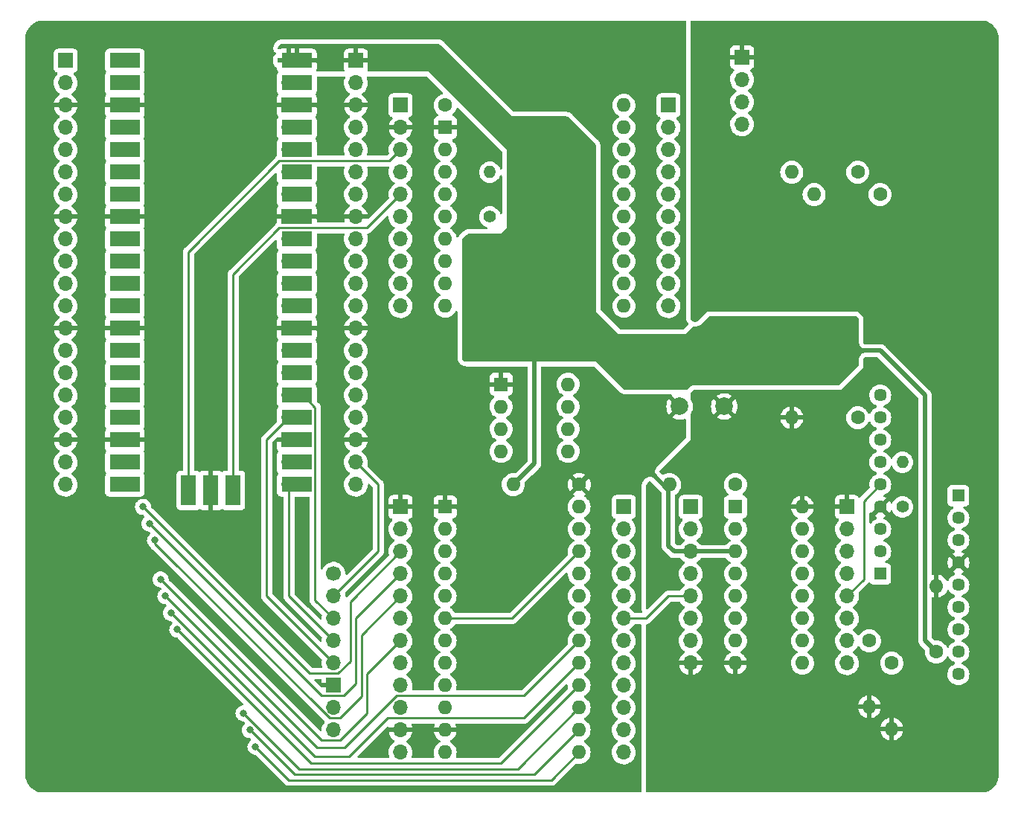
<source format=gbr>
%TF.GenerationSoftware,KiCad,Pcbnew,(6.0.7)*%
%TF.CreationDate,2022-09-18T20:43:17-07:00*%
%TF.ProjectId,module_board,6d6f6475-6c65-45f6-926f-6172642e6b69,rev?*%
%TF.SameCoordinates,Original*%
%TF.FileFunction,Copper,L1,Top*%
%TF.FilePolarity,Positive*%
%FSLAX46Y46*%
G04 Gerber Fmt 4.6, Leading zero omitted, Abs format (unit mm)*
G04 Created by KiCad (PCBNEW (6.0.7)) date 2022-09-18 20:43:17*
%MOMM*%
%LPD*%
G01*
G04 APERTURE LIST*
%TA.AperFunction,ComponentPad*%
%ADD10R,1.600000X1.600000*%
%TD*%
%TA.AperFunction,ComponentPad*%
%ADD11O,1.600000X1.600000*%
%TD*%
%TA.AperFunction,ComponentPad*%
%ADD12C,1.600000*%
%TD*%
%TA.AperFunction,ComponentPad*%
%ADD13R,1.700000X1.700000*%
%TD*%
%TA.AperFunction,ComponentPad*%
%ADD14O,1.700000X1.700000*%
%TD*%
%TA.AperFunction,ComponentPad*%
%ADD15C,1.700000*%
%TD*%
%TA.AperFunction,SMDPad,CuDef*%
%ADD16R,1.700000X3.500000*%
%TD*%
%TA.AperFunction,SMDPad,CuDef*%
%ADD17R,3.500000X1.700000*%
%TD*%
%TA.AperFunction,ComponentPad*%
%ADD18C,1.450000*%
%TD*%
%TA.AperFunction,ComponentPad*%
%ADD19R,1.450000X1.450000*%
%TD*%
%TA.AperFunction,ComponentPad*%
%ADD20O,1.400000X1.400000*%
%TD*%
%TA.AperFunction,ComponentPad*%
%ADD21C,1.400000*%
%TD*%
%TA.AperFunction,ComponentPad*%
%ADD22C,2.000000*%
%TD*%
%TA.AperFunction,ViaPad*%
%ADD23C,0.800000*%
%TD*%
%TA.AperFunction,Conductor*%
%ADD24C,0.250000*%
%TD*%
%TA.AperFunction,Conductor*%
%ADD25C,0.500000*%
%TD*%
G04 APERTURE END LIST*
D10*
%TO.P,U4,1,Vss(GND)*%
%TO.N,GNDD*%
X148585000Y-93980000D03*
D11*
%TO.P,U4,2,~{IRQ}*%
%TO.N,/YM_Output/~{IRQ}*%
X148585000Y-96520000D03*
%TO.P,U4,3,~{IC}*%
%TO.N,~{ICL}*%
X148585000Y-99060000D03*
%TO.P,U4,4,A0*%
%TO.N,YM A0*%
X148585000Y-101600000D03*
%TO.P,U4,5,~{WR}*%
%TO.N,YM ~{WR}*%
X148585000Y-104140000D03*
%TO.P,U4,6,~{RD}*%
%TO.N,YM ~{RD}*%
X148585000Y-106680000D03*
%TO.P,U4,7,~{CS}*%
%TO.N,YM ~{CS}*%
X148585000Y-109220000D03*
%TO.P,U4,8,CT1*%
%TO.N,/YM_Output/CT1*%
X148585000Y-111760000D03*
%TO.P,U4,9,CT2*%
%TO.N,/YM_Output/CT2*%
X148585000Y-114300000D03*
%TO.P,U4,10,D0*%
%TO.N,D0*%
X148585000Y-116840000D03*
%TO.P,U4,11,Vss(GND)*%
%TO.N,GNDD*%
X148585000Y-119380000D03*
%TO.P,U4,12,D1*%
%TO.N,D1*%
X148585000Y-121920000D03*
%TO.P,U4,13,D2*%
%TO.N,D2*%
X163825000Y-121920000D03*
%TO.P,U4,14,D3*%
%TO.N,D3*%
X163825000Y-119380000D03*
%TO.P,U4,15,D4*%
%TO.N,D4*%
X163825000Y-116840000D03*
%TO.P,U4,16,D5*%
%TO.N,D5*%
X163825000Y-114300000D03*
%TO.P,U4,17,D6*%
%TO.N,D6*%
X163825000Y-111760000D03*
%TO.P,U4,18,D7*%
%TO.N,D7*%
X163825000Y-109220000D03*
%TO.P,U4,19,SHI2*%
%TO.N,/YM_Output/SH2*%
X163825000Y-106680000D03*
%TO.P,U4,20,SHI1*%
%TO.N,/YM_Output/SH1*%
X163825000Y-104140000D03*
%TO.P,U4,21,SO*%
%TO.N,/YM_Output/SO*%
X163825000Y-101600000D03*
%TO.P,U4,22,VDD(+5V)*%
%TO.N,YM ~{RD}*%
X163825000Y-99060000D03*
%TO.P,U4,23,\u03D51*%
%TO.N,/YM_Output/3012CLK*%
X163825000Y-96520000D03*
%TO.P,U4,24,\u03D5M*%
%TO.N,2151CLK*%
X163825000Y-93980000D03*
%TD*%
D12*
%TO.P,C1,1*%
%TO.N,GNDD*%
X163830000Y-91440000D03*
D11*
%TO.P,C1,2*%
%TO.N,YM ~{RD}*%
X156330000Y-91440000D03*
%TD*%
D10*
%TO.P,U2,1,GND*%
%TO.N,GNDD*%
X154950000Y-80020000D03*
D11*
%TO.P,U2,2,SDI*%
%TO.N,/SPI0 MOSI*%
X154950000Y-82560000D03*
%TO.P,U2,3,SCK*%
%TO.N,/SPI0 SCK*%
X154950000Y-85100000D03*
%TO.P,U2,4,~{CS}*%
%TO.N,/LTC ~{CS}*%
X154950000Y-87640000D03*
%TO.P,U2,5,~{CLK}*%
%TO.N,unconnected-(U2-Pad5)*%
X162570000Y-87640000D03*
%TO.P,U2,6,CLK*%
%TO.N,2151CLK*%
X162570000Y-85100000D03*
%TO.P,U2,7,OE*%
%TO.N,/LTC OE*%
X162570000Y-82560000D03*
%TO.P,U2,8,V+*%
%TO.N,YM ~{RD}*%
X162570000Y-80020000D03*
%TD*%
D13*
%TO.P,J7,1,Pin_1*%
%TO.N,2151CLK*%
X168910000Y-93980000D03*
D14*
%TO.P,J7,2,Pin_2*%
%TO.N,/YM_Output/3012CLK*%
X168910000Y-96520000D03*
%TO.P,J7,3,Pin_3*%
%TO.N,YM ~{RD}*%
X168910000Y-99060000D03*
%TO.P,J7,4,Pin_4*%
%TO.N,/YM_Output/SO*%
X168910000Y-101600000D03*
%TO.P,J7,5,Pin_5*%
%TO.N,/YM_Output/SH1*%
X168910000Y-104140000D03*
%TO.P,J7,6,Pin_6*%
%TO.N,/YM_Output/SH2*%
X168910000Y-106680000D03*
%TO.P,J7,7,Pin_7*%
%TO.N,D7*%
X168910000Y-109220000D03*
%TO.P,J7,8,Pin_8*%
%TO.N,D6*%
X168910000Y-111760000D03*
%TO.P,J7,9,Pin_9*%
%TO.N,D5*%
X168910000Y-114300000D03*
%TO.P,J7,10,Pin_10*%
%TO.N,D4*%
X168910000Y-116840000D03*
%TO.P,J7,11,Pin_11*%
%TO.N,D3*%
X168910000Y-119380000D03*
%TO.P,J7,12,Pin_12*%
%TO.N,D2*%
X168910000Y-121920000D03*
%TD*%
D13*
%TO.P,J6,1,Pin_1*%
%TO.N,GNDD*%
X143510000Y-93980000D03*
D14*
%TO.P,J6,2,Pin_2*%
%TO.N,/YM_Output/~{IRQ}*%
X143510000Y-96520000D03*
%TO.P,J6,3,Pin_3*%
%TO.N,~{ICL}*%
X143510000Y-99060000D03*
%TO.P,J6,4,Pin_4*%
%TO.N,YM A0*%
X143510000Y-101600000D03*
%TO.P,J6,5,Pin_5*%
%TO.N,YM ~{WR}*%
X143510000Y-104140000D03*
%TO.P,J6,6,Pin_6*%
%TO.N,YM ~{RD}*%
X143510000Y-106680000D03*
%TO.P,J6,7,Pin_7*%
%TO.N,YM ~{CS}*%
X143510000Y-109220000D03*
%TO.P,J6,8,Pin_8*%
%TO.N,/YM_Output/CT1*%
X143510000Y-111760000D03*
%TO.P,J6,9,Pin_9*%
%TO.N,/YM_Output/CT2*%
X143510000Y-114300000D03*
%TO.P,J6,10,Pin_10*%
%TO.N,D0*%
X143510000Y-116840000D03*
%TO.P,J6,11,Pin_11*%
%TO.N,GNDD*%
X143510000Y-119380000D03*
%TO.P,J6,12,Pin_12*%
%TO.N,D1*%
X143510000Y-121920000D03*
%TD*%
D15*
%TO.P,J2,1,DET*%
%TO.N,unconnected-(J2-Pad1)*%
X135890000Y-101600000D03*
D14*
%TO.P,J2,2,~{CS}*%
%TO.N,/SD ~{CS}*%
X135890000Y-104140000D03*
%TO.P,J2,3,DI*%
%TO.N,/SPI0 MOSI*%
X135890000Y-106680000D03*
%TO.P,J2,4,DO*%
%TO.N,/SPI0 MISO*%
X135890000Y-109220000D03*
%TO.P,J2,5,CLK*%
%TO.N,/SPI0 SCK*%
X135890000Y-111760000D03*
D13*
%TO.P,J2,6,GND*%
%TO.N,GNDD*%
X135890000Y-114300000D03*
D14*
%TO.P,J2,7,3V*%
%TO.N,+3V3*%
X135890000Y-116840000D03*
%TO.P,J2,8,5V*%
%TO.N,unconnected-(J2-Pad8)*%
X135890000Y-119380000D03*
%TD*%
%TO.P,J4,10,Pin_10*%
%TO.N,Net-(J4-Pad10)*%
X143515000Y-71120000D03*
%TO.P,J4,9,Pin_9*%
%TO.N,Net-(J4-Pad9)*%
X143515000Y-68580000D03*
%TO.P,J4,8,Pin_8*%
%TO.N,Net-(J4-Pad8)*%
X143515000Y-66040000D03*
%TO.P,J4,7,Pin_7*%
%TO.N,Net-(J4-Pad7)*%
X143515000Y-63500000D03*
%TO.P,J4,6,Pin_6*%
%TO.N,Net-(J4-Pad6)*%
X143515000Y-60960000D03*
%TO.P,J4,5,Pin_5*%
%TO.N,/SWDIO*%
X143515000Y-58420000D03*
%TO.P,J4,4,Pin_4*%
%TO.N,Net-(J4-Pad4)*%
X143515000Y-55880000D03*
%TO.P,J4,3,Pin_3*%
%TO.N,/SWCLK*%
X143515000Y-53340000D03*
%TO.P,J4,2,Pin_2*%
%TO.N,GNDD*%
X143515000Y-50800000D03*
D13*
%TO.P,J4,1,Pin_1*%
%TO.N,Net-(J4-Pad1)*%
X143515000Y-48260000D03*
%TD*%
D12*
%TO.P,U3,1,5V*%
%TO.N,Net-(J4-Pad1)*%
X148595000Y-48260000D03*
D10*
%TO.P,U3,2,GND*%
%TO.N,GNDD*%
X148595000Y-50800000D03*
D11*
%TO.P,U3,3,D0*%
%TO.N,/SWCLK*%
X148595000Y-53340000D03*
%TO.P,U3,4,D1*%
%TO.N,Net-(J4-Pad4)*%
X148595000Y-55880000D03*
%TO.P,U3,5,D2*%
%TO.N,/SWDIO*%
X148595000Y-58420000D03*
%TO.P,U3,6,D3*%
%TO.N,Net-(J4-Pad6)*%
X148595000Y-60960000D03*
%TO.P,U3,7,D4*%
%TO.N,Net-(J4-Pad7)*%
X148595000Y-63500000D03*
%TO.P,U3,8,D5*%
%TO.N,Net-(J4-Pad8)*%
X148595000Y-66040000D03*
%TO.P,U3,9,D6*%
%TO.N,Net-(J4-Pad9)*%
X148595000Y-68580000D03*
%TO.P,U3,10,D7*%
%TO.N,Net-(J4-Pad10)*%
X148595000Y-71120000D03*
%TO.P,U3,11,C0*%
%TO.N,Net-(J5-Pad10)*%
X168915000Y-71120000D03*
%TO.P,U3,12,C1*%
%TO.N,Net-(J5-Pad9)*%
X168915000Y-68580000D03*
%TO.P,U3,13,C2*%
%TO.N,Net-(J5-Pad8)*%
X168915000Y-66040000D03*
%TO.P,U3,14,C3*%
%TO.N,Net-(J5-Pad7)*%
X168915000Y-63500000D03*
%TO.P,U3,15,C4*%
%TO.N,Net-(J5-Pad6)*%
X168915000Y-60960000D03*
%TO.P,U3,16,C5*%
%TO.N,Net-(J5-Pad5)*%
X168915000Y-58420000D03*
%TO.P,U3,17,C6*%
%TO.N,Net-(J5-Pad4)*%
X168915000Y-55880000D03*
%TO.P,U3,18,C7*%
%TO.N,Net-(J5-Pad3)*%
X168915000Y-53340000D03*
%TO.P,U3,19,C8*%
%TO.N,Net-(J5-Pad2)*%
X168915000Y-50800000D03*
%TO.P,U3,20,C9*%
%TO.N,Net-(J5-Pad1)*%
X168915000Y-48260000D03*
%TD*%
D14*
%TO.P,J5,10,Pin_10*%
%TO.N,Net-(J5-Pad10)*%
X173995000Y-71120000D03*
%TO.P,J5,9,Pin_9*%
%TO.N,Net-(J5-Pad9)*%
X173995000Y-68580000D03*
%TO.P,J5,8,Pin_8*%
%TO.N,Net-(J5-Pad8)*%
X173995000Y-66040000D03*
%TO.P,J5,7,Pin_7*%
%TO.N,Net-(J5-Pad7)*%
X173995000Y-63500000D03*
%TO.P,J5,6,Pin_6*%
%TO.N,Net-(J5-Pad6)*%
X173995000Y-60960000D03*
%TO.P,J5,5,Pin_5*%
%TO.N,Net-(J5-Pad5)*%
X173995000Y-58420000D03*
%TO.P,J5,4,Pin_4*%
%TO.N,Net-(J5-Pad4)*%
X173995000Y-55880000D03*
%TO.P,J5,3,Pin_3*%
%TO.N,Net-(J5-Pad3)*%
X173995000Y-53340000D03*
%TO.P,J5,2,Pin_2*%
%TO.N,Net-(J5-Pad2)*%
X173995000Y-50800000D03*
D13*
%TO.P,J5,1,Pin_1*%
%TO.N,Net-(J5-Pad1)*%
X173995000Y-48260000D03*
%TD*%
D16*
%TO.P,U1,43,SWDIO*%
%TO.N,/SWDIO*%
X124460000Y-92110000D03*
D14*
X124460000Y-91210000D03*
D16*
%TO.P,U1,42,GND*%
%TO.N,GNDD*%
X121920000Y-92110000D03*
D13*
X121920000Y-91210000D03*
D14*
%TO.P,U1,41,SWCLK*%
%TO.N,/SWCLK*%
X119380000Y-91210000D03*
D16*
X119380000Y-92110000D03*
D17*
%TO.P,U1,40,VBUS*%
%TO.N,YM ~{RD}*%
X131710000Y-43180000D03*
D14*
X130810000Y-43180000D03*
%TO.P,U1,39,VSYS*%
%TO.N,Net-(J3-Pad2)*%
X130810000Y-45720000D03*
D17*
X131710000Y-45720000D03*
D13*
%TO.P,U1,38,GND*%
%TO.N,GNDD*%
X130810000Y-48260000D03*
D17*
X131710000Y-48260000D03*
D14*
%TO.P,U1,37,3V3_EN*%
%TO.N,Net-(J3-Pad4)*%
X130810000Y-50800000D03*
D17*
X131710000Y-50800000D03*
%TO.P,U1,36,3V3*%
%TO.N,+3V3*%
X131710000Y-53340000D03*
D14*
X130810000Y-53340000D03*
%TO.P,U1,35,ADC_VREF*%
%TO.N,Net-(J3-Pad6)*%
X130810000Y-55880000D03*
D17*
X131710000Y-55880000D03*
D14*
%TO.P,U1,34,GPIO28_ADC2*%
%TO.N,Net-(J3-Pad7)*%
X130810000Y-58420000D03*
D17*
X131710000Y-58420000D03*
D13*
%TO.P,U1,33,AGND*%
%TO.N,GNDD*%
X130810000Y-60960000D03*
D17*
X131710000Y-60960000D03*
%TO.P,U1,32,GPIO27_ADC1*%
%TO.N,Net-(J3-Pad9)*%
X131710000Y-63500000D03*
D14*
X130810000Y-63500000D03*
D17*
%TO.P,U1,31,GPIO26_ADC0*%
%TO.N,Net-(J3-Pad10)*%
X131710000Y-66040000D03*
D14*
X130810000Y-66040000D03*
%TO.P,U1,30,RUN*%
%TO.N,Net-(J3-Pad11)*%
X130810000Y-68580000D03*
D17*
X131710000Y-68580000D03*
%TO.P,U1,29,GPIO22*%
%TO.N,Net-(J3-Pad12)*%
X131710000Y-71120000D03*
D14*
X130810000Y-71120000D03*
D17*
%TO.P,U1,28,GND*%
%TO.N,GNDD*%
X131710000Y-73660000D03*
D13*
X130810000Y-73660000D03*
D17*
%TO.P,U1,27,GPIO21*%
%TO.N,/LTC OE*%
X131710000Y-76200000D03*
D14*
X130810000Y-76200000D03*
%TO.P,U1,26,GPIO20*%
%TO.N,/LTC ~{CS}*%
X130810000Y-78740000D03*
D17*
X131710000Y-78740000D03*
D14*
%TO.P,U1,25,GPIO19*%
%TO.N,/SPI0 MOSI*%
X130810000Y-81280000D03*
D17*
X131710000Y-81280000D03*
%TO.P,U1,24,GPIO18*%
%TO.N,/SPI0 SCK*%
X131710000Y-83820000D03*
D14*
X130810000Y-83820000D03*
D13*
%TO.P,U1,23,GND*%
%TO.N,GNDD*%
X130810000Y-86360000D03*
D17*
X131710000Y-86360000D03*
D14*
%TO.P,U1,22,GPIO17*%
%TO.N,/SD ~{CS}*%
X130810000Y-88900000D03*
D17*
X131710000Y-88900000D03*
D14*
%TO.P,U1,21,GPIO16*%
%TO.N,/SPI0 MISO*%
X130810000Y-91440000D03*
D17*
X131710000Y-91440000D03*
D14*
%TO.P,U1,20,GPIO15*%
%TO.N,Net-(J1-Pad20)*%
X113030000Y-91440000D03*
D17*
X112130000Y-91440000D03*
%TO.P,U1,19,GPIO14*%
%TO.N,~{ICL}*%
X112130000Y-88900000D03*
D14*
X113030000Y-88900000D03*
D13*
%TO.P,U1,18,GND*%
%TO.N,GNDD*%
X113030000Y-86360000D03*
D17*
X112130000Y-86360000D03*
D14*
%TO.P,U1,17,GPIO13*%
%TO.N,Net-(J1-Pad17)*%
X113030000Y-83820000D03*
D17*
X112130000Y-83820000D03*
D14*
%TO.P,U1,16,GPIO12*%
%TO.N,Net-(J1-Pad16)*%
X113030000Y-81280000D03*
D17*
X112130000Y-81280000D03*
%TO.P,U1,15,GPIO11*%
%TO.N,Net-(J1-Pad15)*%
X112130000Y-78740000D03*
D14*
X113030000Y-78740000D03*
%TO.P,U1,14,GPIO10*%
%TO.N,YM A0*%
X113030000Y-76200000D03*
D17*
X112130000Y-76200000D03*
%TO.P,U1,13,GND*%
%TO.N,GNDD*%
X112130000Y-73660000D03*
D13*
X113030000Y-73660000D03*
D17*
%TO.P,U1,12,GPIO9*%
%TO.N,YM ~{WR}*%
X112130000Y-71120000D03*
D14*
X113030000Y-71120000D03*
%TO.P,U1,11,GPIO8*%
%TO.N,YM ~{CS}*%
X113030000Y-68580000D03*
D17*
X112130000Y-68580000D03*
%TO.P,U1,10,GPIO7*%
%TO.N,D7*%
X112130000Y-66040000D03*
D14*
X113030000Y-66040000D03*
%TO.P,U1,9,GPIO6*%
%TO.N,D6*%
X113030000Y-63500000D03*
D17*
X112130000Y-63500000D03*
%TO.P,U1,8,GND*%
%TO.N,GNDD*%
X112130000Y-60960000D03*
D13*
X113030000Y-60960000D03*
D14*
%TO.P,U1,7,GPIO5*%
%TO.N,D5*%
X113030000Y-58420000D03*
D17*
X112130000Y-58420000D03*
%TO.P,U1,6,GPIO4*%
%TO.N,D4*%
X112130000Y-55880000D03*
D14*
X113030000Y-55880000D03*
D17*
%TO.P,U1,5,GPIO3*%
%TO.N,D3*%
X112130000Y-53340000D03*
D14*
X113030000Y-53340000D03*
D17*
%TO.P,U1,4,GPIO2*%
%TO.N,D2*%
X112130000Y-50800000D03*
D14*
X113030000Y-50800000D03*
D13*
%TO.P,U1,3,GND*%
%TO.N,GNDD*%
X113030000Y-48260000D03*
D17*
X112130000Y-48260000D03*
%TO.P,U1,2,GPIO1*%
%TO.N,D1*%
X112130000Y-45720000D03*
D14*
X113030000Y-45720000D03*
D17*
%TO.P,U1,1,GPIO0*%
%TO.N,D0*%
X112130000Y-43180000D03*
D14*
X113030000Y-43180000D03*
%TD*%
D18*
%TO.P,U7,9*%
%TO.N,N/C*%
X206980000Y-113030000D03*
%TO.P,U7,8,V+*%
%TO.N,YM ~{RD}*%
X206980000Y-110490000D03*
%TO.P,U7,7*%
%TO.N,/YM_Output/L-OUT_{AMP}*%
X206980000Y-107950000D03*
%TO.P,U7,6,-*%
X206980000Y-105410000D03*
%TO.P,U7,5,+*%
%TO.N,/YM_Output/CH-1*%
X206980000Y-102870000D03*
%TO.P,U7,4,V-*%
%TO.N,GNDA*%
X206980000Y-100330000D03*
%TO.P,U7,3,+*%
%TO.N,/YM_Output/CH-2*%
X206980000Y-97790000D03*
%TO.P,U7,2,-*%
%TO.N,/YM_Output/R-OUT_{AMP}*%
X206980000Y-95250000D03*
D19*
%TO.P,U7,1*%
X206980000Y-92710000D03*
%TD*%
D18*
%TO.P,U6,9*%
%TO.N,N/C*%
X198090000Y-81280000D03*
%TO.P,U6,8,V+*%
%TO.N,YM ~{RD}*%
X198090000Y-83820000D03*
%TO.P,U6,7*%
%TO.N,Net-(R2-Pad2)*%
X198090000Y-86360000D03*
%TO.P,U6,6,-*%
X198090000Y-88900000D03*
%TO.P,U6,5,+*%
%TO.N,/YM_Output/ToBUFF*%
X198090000Y-91440000D03*
%TO.P,U6,4,V-*%
%TO.N,GNDA*%
X198090000Y-93980000D03*
%TO.P,U6,3,+*%
%TO.N,/YM_Output/R_{B}*%
X198090000Y-96520000D03*
%TO.P,U6,2,-*%
%TO.N,/YM_Output/BC*%
X198090000Y-99060000D03*
D19*
%TO.P,U6,1*%
%TO.N,/YM_Output/MP*%
X198090000Y-101600000D03*
%TD*%
D11*
%TO.P,U5,16,AGND(VSS)*%
%TO.N,GNDA*%
X189230000Y-93980000D03*
%TO.P,U5,15,RB*%
%TO.N,/YM_Output/R_{B}*%
X189230000Y-96520000D03*
%TO.P,U5,14,BC*%
%TO.N,/YM_Output/BC*%
X189230000Y-99060000D03*
%TO.P,U5,13,MP*%
%TO.N,/YM_Output/MP*%
X189230000Y-101600000D03*
%TO.P,U5,12,ToBUFF*%
%TO.N,/YM_Output/ToBUFF*%
X189230000Y-104140000D03*
%TO.P,U5,11,COM*%
%TO.N,/YM_Output/COM*%
X189230000Y-106680000D03*
%TO.P,U5,10,OUT-CH2*%
%TO.N,/YM_Output/CH-2*%
X189230000Y-109220000D03*
%TO.P,U5,9,OUT-CH1*%
%TO.N,/YM_Output/CH-1*%
X189230000Y-111760000D03*
%TO.P,U5,8,AGND(VSS)*%
%TO.N,GNDA*%
X181610000Y-111760000D03*
%TO.P,U5,7,~{ICL}*%
%TO.N,~{ICL}*%
X181610000Y-109220000D03*
%TO.P,U5,6,SAM1*%
%TO.N,/YM_Output/SH1*%
X181610000Y-106680000D03*
%TO.P,U5,5,SAM2*%
%TO.N,/YM_Output/SH2*%
X181610000Y-104140000D03*
%TO.P,U5,4,DATA*%
%TO.N,/YM_Output/SO*%
X181610000Y-101600000D03*
%TO.P,U5,3,DGND(VSS)*%
%TO.N,GNDD*%
X181610000Y-99060000D03*
%TO.P,U5,2,CLK\u03D51*%
%TO.N,/YM_Output/3012CLK*%
X181610000Y-96520000D03*
D10*
%TO.P,U5,1,VDD*%
%TO.N,YM ~{RD}*%
X181610000Y-93980000D03*
%TD*%
D20*
%TO.P,R2,2*%
%TO.N,Net-(R2-Pad2)*%
X200600000Y-88900000D03*
D21*
%TO.P,R2,1*%
%TO.N,/YM_Output/COM*%
X200600000Y-93980000D03*
%TD*%
%TO.P,R1,1*%
%TO.N,/SWDIO*%
X153670000Y-60960000D03*
D20*
%TO.P,R1,2*%
%TO.N,Net-(J4-Pad4)*%
X153670000Y-55880000D03*
%TD*%
D13*
%TO.P,J10,1,S*%
%TO.N,GNDA*%
X182372000Y-42799000D03*
D14*
%TO.P,J10,2,R2*%
%TO.N,unconnected-(J10-Pad2)*%
X182372000Y-45339000D03*
%TO.P,J10,3,R1*%
%TO.N,/YM_Output/OUT-R*%
X182372000Y-47879000D03*
%TO.P,J10,4,T*%
%TO.N,/YM_Output/OUT-L*%
X182372000Y-50419000D03*
%TD*%
D13*
%TO.P,J9,1,Pin_1*%
%TO.N,GNDA*%
X194310000Y-93980000D03*
D14*
%TO.P,J9,2,Pin_2*%
%TO.N,/YM_Output/R_{B}*%
X194310000Y-96520000D03*
%TO.P,J9,3,Pin_3*%
%TO.N,/YM_Output/BC*%
X194310000Y-99060000D03*
%TO.P,J9,4,Pin_4*%
%TO.N,/YM_Output/MP*%
X194310000Y-101600000D03*
%TO.P,J9,5,Pin_5*%
%TO.N,/YM_Output/ToBUFF*%
X194310000Y-104140000D03*
%TO.P,J9,6,Pin_6*%
%TO.N,/YM_Output/COM*%
X194310000Y-106680000D03*
%TO.P,J9,7,Pin_7*%
%TO.N,/YM_Output/CH-2*%
X194310000Y-109220000D03*
%TO.P,J9,8,Pin_8*%
%TO.N,/YM_Output/CH-1*%
X194310000Y-111760000D03*
%TD*%
D13*
%TO.P,J8,1,Pin_1*%
%TO.N,YM ~{RD}*%
X176530000Y-93980000D03*
D14*
%TO.P,J8,2,Pin_2*%
%TO.N,/YM_Output/3012CLK*%
X176530000Y-96520000D03*
%TO.P,J8,3,Pin_3*%
%TO.N,GNDD*%
X176530000Y-99060000D03*
%TO.P,J8,4,Pin_4*%
%TO.N,/YM_Output/SO*%
X176530000Y-101600000D03*
%TO.P,J8,5,Pin_5*%
%TO.N,/YM_Output/SH2*%
X176530000Y-104140000D03*
%TO.P,J8,6,Pin_6*%
%TO.N,/YM_Output/SH1*%
X176530000Y-106680000D03*
%TO.P,J8,7,Pin_7*%
%TO.N,~{ICL}*%
X176530000Y-109220000D03*
%TO.P,J8,8,Pin_8*%
%TO.N,GNDA*%
X176530000Y-111760000D03*
%TD*%
%TO.P,J3,20,Pin_20*%
%TO.N,/SPI0 MISO*%
X138430000Y-91440000D03*
%TO.P,J3,19,Pin_19*%
%TO.N,/SD ~{CS}*%
X138430000Y-88900000D03*
%TO.P,J3,18,Pin_18*%
%TO.N,GNDD*%
X138430000Y-86360000D03*
%TO.P,J3,17,Pin_17*%
%TO.N,/SPI0 SCK*%
X138430000Y-83820000D03*
%TO.P,J3,16,Pin_16*%
%TO.N,/SPI0 MOSI*%
X138430000Y-81280000D03*
%TO.P,J3,15,Pin_15*%
%TO.N,/LTC ~{CS}*%
X138430000Y-78740000D03*
%TO.P,J3,14,Pin_14*%
%TO.N,/LTC OE*%
X138430000Y-76200000D03*
%TO.P,J3,13,Pin_13*%
%TO.N,GNDD*%
X138430000Y-73660000D03*
%TO.P,J3,12,Pin_12*%
%TO.N,Net-(J3-Pad12)*%
X138430000Y-71120000D03*
%TO.P,J3,11,Pin_11*%
%TO.N,Net-(J3-Pad11)*%
X138430000Y-68580000D03*
%TO.P,J3,10,Pin_10*%
%TO.N,Net-(J3-Pad10)*%
X138430000Y-66040000D03*
%TO.P,J3,9,Pin_9*%
%TO.N,Net-(J3-Pad9)*%
X138430000Y-63500000D03*
%TO.P,J3,8,Pin_8*%
%TO.N,GNDD*%
X138430000Y-60960000D03*
%TO.P,J3,7,Pin_7*%
%TO.N,Net-(J3-Pad7)*%
X138430000Y-58420000D03*
%TO.P,J3,6,Pin_6*%
%TO.N,Net-(J3-Pad6)*%
X138430000Y-55880000D03*
%TO.P,J3,5,Pin_5*%
%TO.N,+3V3*%
X138430000Y-53340000D03*
%TO.P,J3,4,Pin_4*%
%TO.N,Net-(J3-Pad4)*%
X138430000Y-50800000D03*
%TO.P,J3,3,Pin_3*%
%TO.N,GNDD*%
X138430000Y-48260000D03*
%TO.P,J3,2,Pin_2*%
%TO.N,Net-(J3-Pad2)*%
X138430000Y-45720000D03*
D13*
%TO.P,J3,1,Pin_1*%
%TO.N,YM ~{RD}*%
X138430000Y-43180000D03*
%TD*%
D14*
%TO.P,J1,20,Pin_20*%
%TO.N,Net-(J1-Pad20)*%
X105410000Y-91440000D03*
%TO.P,J1,19,Pin_19*%
%TO.N,~{ICL}*%
X105410000Y-88900000D03*
%TO.P,J1,18,Pin_18*%
%TO.N,GNDD*%
X105410000Y-86360000D03*
%TO.P,J1,17,Pin_17*%
%TO.N,Net-(J1-Pad17)*%
X105410000Y-83820000D03*
%TO.P,J1,16,Pin_16*%
%TO.N,Net-(J1-Pad16)*%
X105410000Y-81280000D03*
%TO.P,J1,15,Pin_15*%
%TO.N,Net-(J1-Pad15)*%
X105410000Y-78740000D03*
%TO.P,J1,14,Pin_14*%
%TO.N,YM A0*%
X105410000Y-76200000D03*
%TO.P,J1,13,Pin_13*%
%TO.N,GNDD*%
X105410000Y-73660000D03*
%TO.P,J1,12,Pin_12*%
%TO.N,YM ~{WR}*%
X105410000Y-71120000D03*
%TO.P,J1,11,Pin_11*%
%TO.N,YM ~{CS}*%
X105410000Y-68580000D03*
%TO.P,J1,10,Pin_10*%
%TO.N,D7*%
X105410000Y-66040000D03*
%TO.P,J1,9,Pin_9*%
%TO.N,D6*%
X105410000Y-63500000D03*
%TO.P,J1,8,Pin_8*%
%TO.N,GNDD*%
X105410000Y-60960000D03*
%TO.P,J1,7,Pin_7*%
%TO.N,D5*%
X105410000Y-58420000D03*
%TO.P,J1,6,Pin_6*%
%TO.N,D4*%
X105410000Y-55880000D03*
%TO.P,J1,5,Pin_5*%
%TO.N,D3*%
X105410000Y-53340000D03*
%TO.P,J1,4,Pin_4*%
%TO.N,D2*%
X105410000Y-50800000D03*
%TO.P,J1,3,Pin_3*%
%TO.N,GNDD*%
X105410000Y-48260000D03*
%TO.P,J1,2,Pin_2*%
%TO.N,D1*%
X105410000Y-45720000D03*
D13*
%TO.P,J1,1,Pin_1*%
%TO.N,D0*%
X105410000Y-43180000D03*
%TD*%
D22*
%TO.P,FB1,1*%
%TO.N,GNDD*%
X175260000Y-82550000D03*
%TO.P,FB1,2*%
%TO.N,GNDA*%
X180340000Y-82550000D03*
%TD*%
D12*
%TO.P,C8,1*%
%TO.N,YM ~{RD}*%
X204470000Y-110490000D03*
D11*
%TO.P,C8,2*%
%TO.N,GNDA*%
X204470000Y-102990000D03*
%TD*%
D12*
%TO.P,C7,1*%
%TO.N,YM ~{RD}*%
X195520000Y-83820000D03*
D11*
%TO.P,C7,2*%
%TO.N,GNDA*%
X188020000Y-83820000D03*
%TD*%
%TO.P,C6,2*%
%TO.N,/YM_Output/OUT-L*%
X190560000Y-58420000D03*
D12*
%TO.P,C6,1*%
%TO.N,/YM_Output/L-OUT_{AMP}*%
X198060000Y-58420000D03*
%TD*%
D11*
%TO.P,C5,2*%
%TO.N,/YM_Output/OUT-R*%
X188020000Y-55880000D03*
D12*
%TO.P,C5,1*%
%TO.N,/YM_Output/R-OUT_{AMP}*%
X195520000Y-55880000D03*
%TD*%
D11*
%TO.P,C4,2*%
%TO.N,GNDA*%
X199390000Y-119260000D03*
D12*
%TO.P,C4,1*%
%TO.N,/YM_Output/CH-1*%
X199390000Y-111760000D03*
%TD*%
%TO.P,C3,1*%
%TO.N,/YM_Output/CH-2*%
X196850000Y-109220000D03*
D11*
%TO.P,C3,2*%
%TO.N,GNDA*%
X196850000Y-116720000D03*
%TD*%
%TO.P,C2,2*%
%TO.N,GNDD*%
X174110000Y-91440000D03*
D12*
%TO.P,C2,1*%
%TO.N,YM ~{RD}*%
X181610000Y-91440000D03*
%TD*%
D23*
%TO.N,D7*%
X116750500Y-104140000D03*
%TO.N,YM ~{RD}*%
X158750000Y-52070000D03*
X158115000Y-69850000D03*
%TO.N,GNDD*%
X158750000Y-44450000D03*
X171450000Y-44450000D03*
X114300000Y-114300000D03*
X121920000Y-76200000D03*
X121920000Y-96520000D03*
X137160000Y-96520000D03*
%TO.N,YM ~{RD}*%
X177800000Y-76200000D03*
X190500000Y-76200000D03*
%TO.N,GNDA*%
X208280000Y-82550000D03*
X204470000Y-62230000D03*
X201930000Y-83820000D03*
X201930000Y-97790000D03*
X200660000Y-106680000D03*
X209550000Y-107950000D03*
X209550000Y-120650000D03*
X177800000Y-114300000D03*
X184150000Y-120650000D03*
X190500000Y-114300000D03*
X184150000Y-107950000D03*
X184150000Y-95250000D03*
X190500000Y-88900000D03*
X203200000Y-76200000D03*
X209550000Y-57150000D03*
X196850000Y-69850000D03*
X177800000Y-50800000D03*
X184150000Y-44450000D03*
X196850000Y-44450000D03*
X190500000Y-50800000D03*
X184150000Y-57150000D03*
X177800000Y-63500000D03*
X184150000Y-69850000D03*
X190500000Y-63500000D03*
X203200000Y-50800000D03*
X209550000Y-44450000D03*
%TO.N,GNDD*%
X161544000Y-103632000D03*
X156210000Y-110490000D03*
%TO.N,D2*%
X127000000Y-121285000D03*
%TO.N,D3*%
X126365000Y-119380000D03*
%TO.N,D4*%
X125640500Y-117475000D03*
%TO.N,D5*%
X118110000Y-107950000D03*
%TO.N,D6*%
X117385500Y-106045000D03*
%TO.N,YM ~{CS}*%
X116205000Y-102235000D03*
%TO.N,YM ~{WR}*%
X115570000Y-97790000D03*
%TO.N,YM A0*%
X114935000Y-95885000D03*
%TO.N,~{ICL}*%
X114210500Y-93980000D03*
%TD*%
D24*
%TO.N,D7*%
X137160000Y-121412000D02*
X134022500Y-121412000D01*
X143097000Y-115475000D02*
X137160000Y-121412000D01*
X157570000Y-115475000D02*
X143097000Y-115475000D01*
X163825000Y-109220000D02*
X157570000Y-115475000D01*
X134022500Y-121412000D02*
X116750500Y-104140000D01*
D25*
%TO.N,GNDD*%
X176530000Y-99060000D02*
X181610000Y-99060000D01*
%TO.N,YM ~{RD}*%
X204470000Y-110490000D02*
X203200000Y-109220000D01*
X203200000Y-109220000D02*
X203200000Y-95250000D01*
X203200000Y-95250000D02*
X203200000Y-81280000D01*
X203200000Y-81280000D02*
X201930000Y-80010000D01*
X201930000Y-80010000D02*
X198120000Y-76200000D01*
X198120000Y-76200000D02*
X195580000Y-76200000D01*
%TO.N,GNDD*%
X163830000Y-91440000D02*
X165100000Y-90170000D01*
X165100000Y-90170000D02*
X172085000Y-90170000D01*
X172085000Y-90170000D02*
X173990000Y-92075000D01*
X173990000Y-92075000D02*
X173990000Y-98425000D01*
X173990000Y-98425000D02*
X174625000Y-99060000D01*
X174625000Y-99060000D02*
X176530000Y-99060000D01*
%TO.N,YM ~{RD}*%
X156330000Y-91440000D02*
X158750000Y-89020000D01*
X158750000Y-89020000D02*
X158750000Y-88265000D01*
X158750000Y-88265000D02*
X158750000Y-75565000D01*
D24*
X148585000Y-106680000D02*
X156205000Y-106680000D01*
X156205000Y-106680000D02*
X163825000Y-99060000D01*
%TO.N,D2*%
X130810000Y-125095000D02*
X127000000Y-121285000D01*
X160650000Y-125095000D02*
X130810000Y-125095000D01*
X163825000Y-121920000D02*
X160650000Y-125095000D01*
%TO.N,D3*%
X158745000Y-124460000D02*
X131445000Y-124460000D01*
X163825000Y-119380000D02*
X158745000Y-124460000D01*
X131445000Y-124460000D02*
X126365000Y-119380000D01*
%TO.N,D4*%
X163825000Y-116840000D02*
X156840000Y-123825000D01*
X131990500Y-123825000D02*
X125640500Y-117475000D01*
X156840000Y-123825000D02*
X131990500Y-123825000D01*
%TO.N,D5*%
X133350000Y-123190000D02*
X118110000Y-107950000D01*
X154935000Y-123190000D02*
X133350000Y-123190000D01*
X163825000Y-114300000D02*
X154935000Y-123190000D01*
%TO.N,D6*%
X133768500Y-122428000D02*
X117385500Y-106045000D01*
X157570000Y-118015000D02*
X142081000Y-118015000D01*
X163825000Y-111760000D02*
X157570000Y-118015000D01*
X137668000Y-122428000D02*
X133768500Y-122428000D01*
X142081000Y-118015000D02*
X137668000Y-122428000D01*
%TO.N,YM ~{WR}*%
X143510000Y-104140000D02*
X139065000Y-108585000D01*
%TO.N,YM ~{CS}*%
X143510000Y-109220000D02*
X139700000Y-113030000D01*
X139700000Y-113030000D02*
X139700000Y-117475000D01*
X134525000Y-120555000D02*
X116205000Y-102235000D01*
%TO.N,YM ~{WR}*%
X139065000Y-108585000D02*
X139065000Y-115570000D01*
X139065000Y-115570000D02*
X136620000Y-118015000D01*
X136620000Y-118015000D02*
X135403299Y-118015000D01*
X135403299Y-118015000D02*
X115570000Y-98181701D01*
X115570000Y-98181701D02*
X115570000Y-97790000D01*
%TO.N,YM ~{CS}*%
X136620000Y-120555000D02*
X134525000Y-120555000D01*
X139700000Y-117475000D02*
X136620000Y-120555000D01*
%TO.N,YM A0*%
X138430000Y-114110000D02*
X137065000Y-115475000D01*
X137065000Y-115475000D02*
X134525000Y-115475000D01*
X134525000Y-115475000D02*
X114935000Y-95885000D01*
X138430000Y-106680000D02*
X138430000Y-114110000D01*
X143510000Y-101600000D02*
X138430000Y-106680000D01*
%TO.N,~{ICL}*%
X133165500Y-112935000D02*
X114210500Y-93980000D01*
X137795000Y-111516701D02*
X136376701Y-112935000D01*
X137795000Y-104775000D02*
X137795000Y-111516701D01*
X143510000Y-99060000D02*
X137795000Y-104775000D01*
X136376701Y-112935000D02*
X133165500Y-112935000D01*
%TO.N,/SWCLK*%
X119380000Y-91210000D02*
X119380000Y-64960000D01*
X119380000Y-64960000D02*
X129730000Y-54610000D01*
X129730000Y-54610000D02*
X142245000Y-54610000D01*
X142245000Y-54610000D02*
X143515000Y-53340000D01*
%TO.N,/SWDIO*%
X124460000Y-91210000D02*
X124460000Y-67500000D01*
X124460000Y-67500000D02*
X129730000Y-62230000D01*
X129730000Y-62230000D02*
X139705000Y-62230000D01*
X139705000Y-62230000D02*
X143515000Y-58420000D01*
%TO.N,/YM_Output/ToBUFF*%
X198090000Y-91440000D02*
X196215000Y-93315000D01*
X196215000Y-93315000D02*
X196215000Y-102235000D01*
X196215000Y-102235000D02*
X194310000Y-104140000D01*
%TO.N,/YM_Output/SH2*%
X168910000Y-106680000D02*
X171450000Y-106680000D01*
X171450000Y-106680000D02*
X173990000Y-104140000D01*
X173990000Y-104140000D02*
X176530000Y-104140000D01*
%TO.N,/SPI0 MOSI*%
X130810000Y-81280000D02*
X132420000Y-81280000D01*
X132420000Y-81280000D02*
X133785000Y-82645000D01*
X133785000Y-82645000D02*
X133785000Y-104575000D01*
X133785000Y-104575000D02*
X135890000Y-106680000D01*
%TO.N,/SPI0 SCK*%
X130810000Y-83820000D02*
X128270000Y-86360000D01*
X128270000Y-86360000D02*
X128270000Y-104140000D01*
X128270000Y-104140000D02*
X135890000Y-111760000D01*
%TO.N,/SPI0 MISO*%
X130810000Y-91440000D02*
X130810000Y-104140000D01*
X130810000Y-104140000D02*
X135890000Y-109220000D01*
%TO.N,/SD ~{CS}*%
X135890000Y-104140000D02*
X140970000Y-99060000D01*
X140970000Y-99060000D02*
X140970000Y-91440000D01*
X140970000Y-91440000D02*
X138430000Y-88900000D01*
%TD*%
%TA.AperFunction,Conductor*%
%TO.N,YM ~{RD}*%
G36*
X147752768Y-41276078D02*
G01*
X147859614Y-41290145D01*
X147891385Y-41298658D01*
X147983256Y-41336712D01*
X148011742Y-41353159D01*
X148097240Y-41418764D01*
X148109631Y-41429631D01*
X156210000Y-49530000D01*
X162341321Y-49530000D01*
X162357768Y-49531078D01*
X162464614Y-49545145D01*
X162496385Y-49553658D01*
X162588256Y-49591712D01*
X162616742Y-49608159D01*
X162702240Y-49673764D01*
X162714631Y-49684631D01*
X165580369Y-52550369D01*
X165591236Y-52562760D01*
X165656841Y-52648258D01*
X165673288Y-52676744D01*
X165711342Y-52768615D01*
X165719855Y-52800386D01*
X165733922Y-52907232D01*
X165735000Y-52923679D01*
X165735000Y-71755000D01*
X168275000Y-74295000D01*
X175895000Y-74295000D01*
X176728509Y-73461491D01*
X176790821Y-73427465D01*
X176839145Y-73426441D01*
X176841151Y-73426789D01*
X176890555Y-73435362D01*
X176890566Y-73435363D01*
X176892828Y-73435756D01*
X176895122Y-73435982D01*
X176895130Y-73435983D01*
X176910404Y-73437487D01*
X176929625Y-73439380D01*
X177005152Y-73441233D01*
X177007449Y-73441120D01*
X177007460Y-73441120D01*
X177114402Y-73435866D01*
X177114413Y-73435865D01*
X177116714Y-73435752D01*
X177118997Y-73435470D01*
X177119002Y-73435470D01*
X177189388Y-73426789D01*
X177189390Y-73426789D01*
X177191690Y-73426505D01*
X177193966Y-73426052D01*
X177193974Y-73426051D01*
X177210119Y-73422839D01*
X177227954Y-73419292D01*
X177230209Y-73418668D01*
X177298539Y-73399760D01*
X177298555Y-73399755D01*
X177300770Y-73399142D01*
X177302932Y-73398368D01*
X177302946Y-73398364D01*
X177403750Y-73362296D01*
X177403753Y-73362295D01*
X177405938Y-73361513D01*
X177475011Y-73330895D01*
X177507622Y-73313464D01*
X177571452Y-73273044D01*
X177668721Y-73200904D01*
X177698242Y-73177277D01*
X177712279Y-73165168D01*
X177716221Y-73161506D01*
X177739101Y-73140250D01*
X177739108Y-73140243D01*
X177739964Y-73139448D01*
X178583871Y-72295541D01*
X178646183Y-72261515D01*
X178672966Y-72258636D01*
X195288190Y-72258636D01*
X195356311Y-72278638D01*
X195377285Y-72295541D01*
X195637673Y-72555929D01*
X195671699Y-72618241D01*
X195674578Y-72645024D01*
X195674578Y-75315500D01*
X195674938Y-75318846D01*
X195674938Y-75318851D01*
X195680252Y-75368277D01*
X195686312Y-75424649D01*
X195697698Y-75476991D01*
X195732368Y-75581157D01*
X195811386Y-75704112D01*
X195857879Y-75757768D01*
X195861272Y-75760708D01*
X195961528Y-75847581D01*
X195961531Y-75847583D01*
X195968339Y-75853482D01*
X196101288Y-75914198D01*
X196124498Y-75921013D01*
X196184224Y-75959396D01*
X196213717Y-76023977D01*
X196215000Y-76041909D01*
X196215000Y-76356488D01*
X196194998Y-76424609D01*
X196141342Y-76471102D01*
X196128791Y-76476040D01*
X196048421Y-76502790D01*
X195925466Y-76581808D01*
X195922071Y-76584750D01*
X195922068Y-76584752D01*
X195895655Y-76607639D01*
X195871810Y-76628301D01*
X195868870Y-76631694D01*
X195781997Y-76731950D01*
X195781995Y-76731953D01*
X195776096Y-76738761D01*
X195715380Y-76871710D01*
X195714112Y-76876029D01*
X195706464Y-76902077D01*
X195695378Y-76939831D01*
X195694738Y-76944280D01*
X195694737Y-76944286D01*
X195675651Y-77077034D01*
X195674578Y-77084500D01*
X195674578Y-77830248D01*
X195654576Y-77898369D01*
X195637673Y-77919343D01*
X193472285Y-80084731D01*
X193409973Y-80118757D01*
X193383190Y-80121636D01*
X177019337Y-80121636D01*
X177018371Y-80121668D01*
X177018347Y-80121668D01*
X176986748Y-80122702D01*
X176986723Y-80122703D01*
X176985752Y-80122735D01*
X176984763Y-80122800D01*
X176984739Y-80122801D01*
X176972437Y-80123608D01*
X176969305Y-80123813D01*
X176935863Y-80127107D01*
X176829017Y-80141174D01*
X176827017Y-80141572D01*
X176827010Y-80141573D01*
X176765161Y-80153876D01*
X176765156Y-80153877D01*
X176763141Y-80154278D01*
X176740255Y-80160410D01*
X176733351Y-80162260D01*
X176733346Y-80162262D01*
X176731370Y-80162791D01*
X176729434Y-80163448D01*
X176729428Y-80163450D01*
X176712851Y-80169077D01*
X176667766Y-80184381D01*
X176575895Y-80222435D01*
X176574040Y-80223350D01*
X176574033Y-80223353D01*
X176517496Y-80251235D01*
X176515645Y-80252148D01*
X176513863Y-80253177D01*
X176513859Y-80253179D01*
X176492463Y-80265533D01*
X176487159Y-80268595D01*
X176485465Y-80269727D01*
X176485452Y-80269735D01*
X176465524Y-80283051D01*
X176431317Y-80305908D01*
X176352429Y-80366441D01*
X176301929Y-80410729D01*
X176278671Y-80433987D01*
X176234383Y-80484487D01*
X176233136Y-80486112D01*
X176233132Y-80486117D01*
X176221531Y-80501236D01*
X176173850Y-80563375D01*
X176172709Y-80565083D01*
X176172703Y-80565091D01*
X176156726Y-80589002D01*
X176102249Y-80634530D01*
X176051961Y-80645000D01*
X169128679Y-80645000D01*
X169112232Y-80643922D01*
X169005386Y-80629855D01*
X168973615Y-80621342D01*
X168881744Y-80583288D01*
X168853258Y-80566841D01*
X168767760Y-80501236D01*
X168755369Y-80490369D01*
X165735000Y-77470000D01*
X151011259Y-77470000D01*
X150994812Y-77468922D01*
X150887966Y-77454855D01*
X150856195Y-77446342D01*
X150764324Y-77408288D01*
X150735838Y-77391841D01*
X150656950Y-77331308D01*
X150633692Y-77308050D01*
X150573159Y-77229162D01*
X150556712Y-77200676D01*
X150518658Y-77108805D01*
X150510145Y-77077034D01*
X150496078Y-76970188D01*
X150495000Y-76953741D01*
X150495000Y-63718679D01*
X150496078Y-63702232D01*
X150510145Y-63595386D01*
X150518658Y-63563615D01*
X150556712Y-63471744D01*
X150573159Y-63443258D01*
X150638764Y-63357760D01*
X150649631Y-63345369D01*
X150975369Y-63019631D01*
X150987760Y-63008764D01*
X151073258Y-62943159D01*
X151101744Y-62926712D01*
X151193615Y-62888658D01*
X151225386Y-62880145D01*
X151332232Y-62866078D01*
X151348679Y-62865000D01*
X154940000Y-62865000D01*
X155575000Y-62230000D01*
X155575000Y-53340000D01*
X146685000Y-44450000D01*
X139846343Y-44450000D01*
X139778222Y-44429998D01*
X139731729Y-44376342D01*
X139721625Y-44306068D01*
X139731350Y-44276904D01*
X139730172Y-44276462D01*
X139778478Y-44147606D01*
X139782105Y-44132351D01*
X139787631Y-44081486D01*
X139788000Y-44074672D01*
X139788000Y-43452115D01*
X139783525Y-43436876D01*
X139782135Y-43435671D01*
X139774452Y-43434000D01*
X137090116Y-43434000D01*
X137074877Y-43438475D01*
X137073672Y-43439865D01*
X137072001Y-43447548D01*
X137072001Y-44074669D01*
X137072371Y-44081490D01*
X137077895Y-44132352D01*
X137081521Y-44147604D01*
X137129828Y-44276462D01*
X137127228Y-44277437D01*
X137139346Y-44332851D01*
X137114608Y-44399399D01*
X137057818Y-44442007D01*
X137013657Y-44450000D01*
X134026343Y-44450000D01*
X133958222Y-44429998D01*
X133911729Y-44376342D01*
X133901625Y-44306068D01*
X133911350Y-44276904D01*
X133910172Y-44276462D01*
X133958478Y-44147606D01*
X133962105Y-44132351D01*
X133967631Y-44081486D01*
X133968000Y-44074672D01*
X133968000Y-43452115D01*
X133963525Y-43436876D01*
X133962135Y-43435671D01*
X133954452Y-43434000D01*
X129540000Y-43434000D01*
X129540000Y-42926000D01*
X130537885Y-42926000D01*
X130553124Y-42921525D01*
X130554329Y-42920135D01*
X130556000Y-42912452D01*
X130556000Y-42907885D01*
X131064000Y-42907885D01*
X131068475Y-42923124D01*
X131069865Y-42924329D01*
X131077548Y-42926000D01*
X131437885Y-42926000D01*
X131453124Y-42921525D01*
X131454329Y-42920135D01*
X131456000Y-42912452D01*
X131456000Y-42907885D01*
X131964000Y-42907885D01*
X131968475Y-42923124D01*
X131969865Y-42924329D01*
X131977548Y-42926000D01*
X133949884Y-42926000D01*
X133965123Y-42921525D01*
X133966328Y-42920135D01*
X133967999Y-42912452D01*
X133967999Y-42907885D01*
X137072000Y-42907885D01*
X137076475Y-42923124D01*
X137077865Y-42924329D01*
X137085548Y-42926000D01*
X138157885Y-42926000D01*
X138173124Y-42921525D01*
X138174329Y-42920135D01*
X138176000Y-42912452D01*
X138176000Y-42907885D01*
X138684000Y-42907885D01*
X138688475Y-42923124D01*
X138689865Y-42924329D01*
X138697548Y-42926000D01*
X139769884Y-42926000D01*
X139785123Y-42921525D01*
X139786328Y-42920135D01*
X139787999Y-42912452D01*
X139787999Y-42285331D01*
X139787629Y-42278510D01*
X139782105Y-42227648D01*
X139778479Y-42212396D01*
X139733324Y-42091946D01*
X139724786Y-42076351D01*
X139648285Y-41974276D01*
X139635724Y-41961715D01*
X139533649Y-41885214D01*
X139518054Y-41876676D01*
X139397606Y-41831522D01*
X139382351Y-41827895D01*
X139331486Y-41822369D01*
X139324672Y-41822000D01*
X138702115Y-41822000D01*
X138686876Y-41826475D01*
X138685671Y-41827865D01*
X138684000Y-41835548D01*
X138684000Y-42907885D01*
X138176000Y-42907885D01*
X138176000Y-41840116D01*
X138171525Y-41824877D01*
X138170135Y-41823672D01*
X138162452Y-41822001D01*
X137535331Y-41822001D01*
X137528510Y-41822371D01*
X137477648Y-41827895D01*
X137462396Y-41831521D01*
X137341946Y-41876676D01*
X137326351Y-41885214D01*
X137224276Y-41961715D01*
X137211715Y-41974276D01*
X137135214Y-42076351D01*
X137126676Y-42091946D01*
X137081522Y-42212394D01*
X137077895Y-42227649D01*
X137072369Y-42278514D01*
X137072000Y-42285328D01*
X137072000Y-42907885D01*
X133967999Y-42907885D01*
X133967999Y-42285331D01*
X133967629Y-42278510D01*
X133962105Y-42227648D01*
X133958479Y-42212396D01*
X133913324Y-42091946D01*
X133904786Y-42076351D01*
X133828285Y-41974276D01*
X133815724Y-41961715D01*
X133713649Y-41885214D01*
X133698054Y-41876676D01*
X133577606Y-41831522D01*
X133562351Y-41827895D01*
X133511486Y-41822369D01*
X133504672Y-41822000D01*
X131982115Y-41822001D01*
X131966876Y-41826476D01*
X131965671Y-41827866D01*
X131964000Y-41835549D01*
X131964000Y-42907885D01*
X131456000Y-42907885D01*
X131456000Y-41840116D01*
X131451525Y-41824877D01*
X131450135Y-41823672D01*
X131442452Y-41822001D01*
X131082115Y-41822001D01*
X131066876Y-41826476D01*
X131065671Y-41827866D01*
X131064000Y-41835549D01*
X131064000Y-42907885D01*
X130556000Y-42907885D01*
X130556000Y-41840116D01*
X130551525Y-41824877D01*
X130550135Y-41823672D01*
X130542452Y-41822001D01*
X129915331Y-41822001D01*
X129908510Y-41822371D01*
X129857648Y-41827895D01*
X129842394Y-41831522D01*
X129714131Y-41879605D01*
X129643324Y-41884788D01*
X129580955Y-41850867D01*
X129546826Y-41788612D01*
X129544980Y-41745177D01*
X129555145Y-41667967D01*
X129563658Y-41636195D01*
X129601712Y-41544324D01*
X129618159Y-41515838D01*
X129678692Y-41436950D01*
X129701950Y-41413692D01*
X129780838Y-41353159D01*
X129809324Y-41336712D01*
X129901195Y-41298658D01*
X129932966Y-41290145D01*
X130039812Y-41276078D01*
X130056259Y-41275000D01*
X147736321Y-41275000D01*
X147752768Y-41276078D01*
G37*
%TD.AperFunction*%
%TD*%
%TA.AperFunction,Conductor*%
%TO.N,GNDD*%
G36*
X175931699Y-38628502D02*
G01*
X175978192Y-38682158D01*
X175989578Y-38734500D01*
X175989578Y-72414423D01*
X175990970Y-72452207D01*
X175992334Y-72470694D01*
X175996500Y-72508254D01*
X176014267Y-72628033D01*
X176014775Y-72630294D01*
X176014776Y-72630301D01*
X176018020Y-72644748D01*
X176030820Y-72701751D01*
X176041554Y-72737136D01*
X176042385Y-72739291D01*
X176042387Y-72739296D01*
X176052429Y-72765328D01*
X176068745Y-72807625D01*
X176069736Y-72809720D01*
X176069738Y-72809725D01*
X176115506Y-72906493D01*
X176115512Y-72906504D01*
X176116504Y-72908602D01*
X176153739Y-72974332D01*
X176174281Y-73005076D01*
X176220765Y-73064640D01*
X176225015Y-73069329D01*
X176255946Y-73133231D01*
X176247418Y-73203714D01*
X176220756Y-73243046D01*
X175719207Y-73744595D01*
X175656895Y-73778621D01*
X175630112Y-73781500D01*
X168539888Y-73781500D01*
X168471767Y-73761498D01*
X168450793Y-73744595D01*
X166285405Y-71579207D01*
X166251379Y-71516895D01*
X166248500Y-71490112D01*
X166248500Y-71120000D01*
X167601502Y-71120000D01*
X167621457Y-71348087D01*
X167622881Y-71353400D01*
X167622881Y-71353402D01*
X167670851Y-71532425D01*
X167680716Y-71569243D01*
X167683039Y-71574224D01*
X167683039Y-71574225D01*
X167775151Y-71771762D01*
X167775154Y-71771767D01*
X167777477Y-71776749D01*
X167780634Y-71781257D01*
X167884078Y-71928990D01*
X167908802Y-71964300D01*
X168070700Y-72126198D01*
X168075208Y-72129355D01*
X168075211Y-72129357D01*
X168115445Y-72157529D01*
X168258251Y-72257523D01*
X168263233Y-72259846D01*
X168263238Y-72259849D01*
X168460775Y-72351961D01*
X168465757Y-72354284D01*
X168471065Y-72355706D01*
X168471067Y-72355707D01*
X168681598Y-72412119D01*
X168681600Y-72412119D01*
X168686913Y-72413543D01*
X168915000Y-72433498D01*
X169143087Y-72413543D01*
X169148400Y-72412119D01*
X169148402Y-72412119D01*
X169358933Y-72355707D01*
X169358935Y-72355706D01*
X169364243Y-72354284D01*
X169369225Y-72351961D01*
X169566762Y-72259849D01*
X169566767Y-72259846D01*
X169571749Y-72257523D01*
X169714555Y-72157529D01*
X169754789Y-72129357D01*
X169754792Y-72129355D01*
X169759300Y-72126198D01*
X169921198Y-71964300D01*
X169945923Y-71928990D01*
X170049366Y-71781257D01*
X170052523Y-71776749D01*
X170054846Y-71771767D01*
X170054849Y-71771762D01*
X170146961Y-71574225D01*
X170146961Y-71574224D01*
X170149284Y-71569243D01*
X170159150Y-71532425D01*
X170207119Y-71353402D01*
X170207119Y-71353400D01*
X170208543Y-71348087D01*
X170228498Y-71120000D01*
X170225584Y-71086695D01*
X172632251Y-71086695D01*
X172632548Y-71091848D01*
X172632548Y-71091851D01*
X172644812Y-71304547D01*
X172645110Y-71309715D01*
X172646247Y-71314761D01*
X172646248Y-71314767D01*
X172654955Y-71353402D01*
X172694222Y-71527639D01*
X172778266Y-71734616D01*
X172894987Y-71925088D01*
X173041250Y-72093938D01*
X173213126Y-72236632D01*
X173406000Y-72349338D01*
X173410825Y-72351180D01*
X173410826Y-72351181D01*
X173483612Y-72378975D01*
X173614692Y-72429030D01*
X173619760Y-72430061D01*
X173619763Y-72430062D01*
X173726054Y-72451687D01*
X173833597Y-72473567D01*
X173838772Y-72473757D01*
X173838774Y-72473757D01*
X174051673Y-72481564D01*
X174051677Y-72481564D01*
X174056837Y-72481753D01*
X174061957Y-72481097D01*
X174061959Y-72481097D01*
X174273288Y-72454025D01*
X174273289Y-72454025D01*
X174278416Y-72453368D01*
X174344646Y-72433498D01*
X174487429Y-72390661D01*
X174487434Y-72390659D01*
X174492384Y-72389174D01*
X174692994Y-72290896D01*
X174874860Y-72161173D01*
X174906788Y-72129357D01*
X175018400Y-72018134D01*
X175033096Y-72003489D01*
X175064498Y-71959789D01*
X175160435Y-71826277D01*
X175163453Y-71822077D01*
X175183628Y-71781257D01*
X175260136Y-71626453D01*
X175260137Y-71626451D01*
X175262430Y-71621811D01*
X175327370Y-71408069D01*
X175356529Y-71186590D01*
X175358156Y-71120000D01*
X175339852Y-70897361D01*
X175285431Y-70680702D01*
X175196354Y-70475840D01*
X175075014Y-70288277D01*
X174924670Y-70123051D01*
X174920619Y-70119852D01*
X174920615Y-70119848D01*
X174753414Y-69987800D01*
X174753410Y-69987798D01*
X174749359Y-69984598D01*
X174708053Y-69961796D01*
X174658084Y-69911364D01*
X174643312Y-69841921D01*
X174668428Y-69775516D01*
X174695780Y-69748909D01*
X174744207Y-69714366D01*
X174874860Y-69621173D01*
X174906788Y-69589357D01*
X175018400Y-69478134D01*
X175033096Y-69463489D01*
X175064498Y-69419789D01*
X175160435Y-69286277D01*
X175163453Y-69282077D01*
X175183628Y-69241257D01*
X175260136Y-69086453D01*
X175260137Y-69086451D01*
X175262430Y-69081811D01*
X175327370Y-68868069D01*
X175356529Y-68646590D01*
X175358156Y-68580000D01*
X175339852Y-68357361D01*
X175285431Y-68140702D01*
X175196354Y-67935840D01*
X175156906Y-67874862D01*
X175077822Y-67752617D01*
X175077820Y-67752614D01*
X175075014Y-67748277D01*
X174924670Y-67583051D01*
X174920619Y-67579852D01*
X174920615Y-67579848D01*
X174753414Y-67447800D01*
X174753410Y-67447798D01*
X174749359Y-67444598D01*
X174708053Y-67421796D01*
X174658084Y-67371364D01*
X174643312Y-67301921D01*
X174668428Y-67235516D01*
X174695780Y-67208909D01*
X174752152Y-67168699D01*
X174874860Y-67081173D01*
X174895613Y-67060493D01*
X175018400Y-66938134D01*
X175033096Y-66923489D01*
X175064498Y-66879789D01*
X175160435Y-66746277D01*
X175163453Y-66742077D01*
X175183628Y-66701257D01*
X175260136Y-66546453D01*
X175260137Y-66546451D01*
X175262430Y-66541811D01*
X175327370Y-66328069D01*
X175356529Y-66106590D01*
X175358156Y-66040000D01*
X175339852Y-65817361D01*
X175285431Y-65600702D01*
X175196354Y-65395840D01*
X175156906Y-65334862D01*
X175077822Y-65212617D01*
X175077820Y-65212614D01*
X175075014Y-65208277D01*
X174924670Y-65043051D01*
X174920619Y-65039852D01*
X174920615Y-65039848D01*
X174753414Y-64907800D01*
X174753410Y-64907798D01*
X174749359Y-64904598D01*
X174708053Y-64881796D01*
X174658084Y-64831364D01*
X174643312Y-64761921D01*
X174668428Y-64695516D01*
X174695780Y-64668909D01*
X174752152Y-64628699D01*
X174874860Y-64541173D01*
X174895613Y-64520493D01*
X175018400Y-64398134D01*
X175033096Y-64383489D01*
X175064498Y-64339789D01*
X175160435Y-64206277D01*
X175163453Y-64202077D01*
X175183628Y-64161257D01*
X175260136Y-64006453D01*
X175260137Y-64006451D01*
X175262430Y-64001811D01*
X175327370Y-63788069D01*
X175356529Y-63566590D01*
X175358156Y-63500000D01*
X175339852Y-63277361D01*
X175285431Y-63060702D01*
X175196354Y-62855840D01*
X175100311Y-62707380D01*
X175077822Y-62672617D01*
X175077820Y-62672614D01*
X175075014Y-62668277D01*
X174924670Y-62503051D01*
X174920619Y-62499852D01*
X174920615Y-62499848D01*
X174753414Y-62367800D01*
X174753410Y-62367798D01*
X174749359Y-62364598D01*
X174708053Y-62341796D01*
X174658084Y-62291364D01*
X174643312Y-62221921D01*
X174668428Y-62155516D01*
X174695780Y-62128909D01*
X174744207Y-62094366D01*
X174874860Y-62001173D01*
X174906788Y-61969357D01*
X174963993Y-61912351D01*
X175033096Y-61843489D01*
X175064498Y-61799789D01*
X175160435Y-61666277D01*
X175163453Y-61662077D01*
X175168014Y-61652850D01*
X175260136Y-61466453D01*
X175260137Y-61466451D01*
X175262430Y-61461811D01*
X175311602Y-61299967D01*
X175325865Y-61253023D01*
X175325865Y-61253021D01*
X175327370Y-61248069D01*
X175356529Y-61026590D01*
X175358156Y-60960000D01*
X175339852Y-60737361D01*
X175285431Y-60520702D01*
X175196354Y-60315840D01*
X175075014Y-60128277D01*
X174924670Y-59963051D01*
X174920619Y-59959852D01*
X174920615Y-59959848D01*
X174753414Y-59827800D01*
X174753410Y-59827798D01*
X174749359Y-59824598D01*
X174708053Y-59801796D01*
X174658084Y-59751364D01*
X174643312Y-59681921D01*
X174668428Y-59615516D01*
X174695780Y-59588909D01*
X174744207Y-59554366D01*
X174874860Y-59461173D01*
X174906788Y-59429357D01*
X175018400Y-59318134D01*
X175033096Y-59303489D01*
X175064498Y-59259789D01*
X175160435Y-59126277D01*
X175163453Y-59122077D01*
X175183628Y-59081257D01*
X175260136Y-58926453D01*
X175260137Y-58926451D01*
X175262430Y-58921811D01*
X175327370Y-58708069D01*
X175356529Y-58486590D01*
X175358156Y-58420000D01*
X175339852Y-58197361D01*
X175285431Y-57980702D01*
X175196354Y-57775840D01*
X175104650Y-57634087D01*
X175077822Y-57592617D01*
X175077820Y-57592614D01*
X175075014Y-57588277D01*
X174924670Y-57423051D01*
X174920619Y-57419852D01*
X174920615Y-57419848D01*
X174753414Y-57287800D01*
X174753410Y-57287798D01*
X174749359Y-57284598D01*
X174708053Y-57261796D01*
X174658084Y-57211364D01*
X174643312Y-57141921D01*
X174668428Y-57075516D01*
X174695780Y-57048909D01*
X174744207Y-57014366D01*
X174874860Y-56921173D01*
X174906788Y-56889357D01*
X174963884Y-56832460D01*
X175033096Y-56763489D01*
X175064498Y-56719789D01*
X175160435Y-56586277D01*
X175163453Y-56582077D01*
X175183628Y-56541257D01*
X175260136Y-56386453D01*
X175260137Y-56386451D01*
X175262430Y-56381811D01*
X175311602Y-56219967D01*
X175325865Y-56173023D01*
X175325865Y-56173021D01*
X175327370Y-56168069D01*
X175356529Y-55946590D01*
X175358156Y-55880000D01*
X175339852Y-55657361D01*
X175285431Y-55440702D01*
X175196354Y-55235840D01*
X175104650Y-55094087D01*
X175077822Y-55052617D01*
X175077820Y-55052614D01*
X175075014Y-55048277D01*
X174924670Y-54883051D01*
X174920619Y-54879852D01*
X174920615Y-54879848D01*
X174753414Y-54747800D01*
X174753410Y-54747798D01*
X174749359Y-54744598D01*
X174708053Y-54721796D01*
X174658084Y-54671364D01*
X174643312Y-54601921D01*
X174668428Y-54535516D01*
X174695780Y-54508909D01*
X174744207Y-54474366D01*
X174874860Y-54381173D01*
X174906788Y-54349357D01*
X175018400Y-54238134D01*
X175033096Y-54223489D01*
X175064498Y-54179789D01*
X175160435Y-54046277D01*
X175163453Y-54042077D01*
X175167834Y-54033214D01*
X175260136Y-53846453D01*
X175260137Y-53846451D01*
X175262430Y-53841811D01*
X175327370Y-53628069D01*
X175356529Y-53406590D01*
X175358156Y-53340000D01*
X175339852Y-53117361D01*
X175285431Y-52900702D01*
X175196354Y-52695840D01*
X175075014Y-52508277D01*
X174924670Y-52343051D01*
X174920619Y-52339852D01*
X174920615Y-52339848D01*
X174753414Y-52207800D01*
X174753410Y-52207798D01*
X174749359Y-52204598D01*
X174708053Y-52181796D01*
X174658084Y-52131364D01*
X174643312Y-52061921D01*
X174668428Y-51995516D01*
X174695780Y-51968909D01*
X174744207Y-51934366D01*
X174874860Y-51841173D01*
X174906788Y-51809357D01*
X174963884Y-51752460D01*
X175033096Y-51683489D01*
X175056090Y-51651490D01*
X175160435Y-51506277D01*
X175163453Y-51502077D01*
X175183628Y-51461257D01*
X175260136Y-51306453D01*
X175260137Y-51306451D01*
X175262430Y-51301811D01*
X175298320Y-51183683D01*
X175325865Y-51093023D01*
X175325865Y-51093021D01*
X175327370Y-51088069D01*
X175356529Y-50866590D01*
X175358156Y-50800000D01*
X175339852Y-50577361D01*
X175285431Y-50360702D01*
X175196354Y-50155840D01*
X175156906Y-50094862D01*
X175077822Y-49972617D01*
X175077820Y-49972614D01*
X175075014Y-49968277D01*
X175063234Y-49955331D01*
X174927798Y-49806488D01*
X174896746Y-49742642D01*
X174905141Y-49672143D01*
X174950317Y-49617375D01*
X174976761Y-49603706D01*
X175083297Y-49563767D01*
X175091705Y-49560615D01*
X175208261Y-49473261D01*
X175295615Y-49356705D01*
X175346745Y-49220316D01*
X175353500Y-49158134D01*
X175353500Y-47361866D01*
X175346745Y-47299684D01*
X175295615Y-47163295D01*
X175208261Y-47046739D01*
X175091705Y-46959385D01*
X174955316Y-46908255D01*
X174893134Y-46901500D01*
X173096866Y-46901500D01*
X173034684Y-46908255D01*
X172898295Y-46959385D01*
X172781739Y-47046739D01*
X172694385Y-47163295D01*
X172643255Y-47299684D01*
X172636500Y-47361866D01*
X172636500Y-49158134D01*
X172643255Y-49220316D01*
X172694385Y-49356705D01*
X172781739Y-49473261D01*
X172898295Y-49560615D01*
X172906704Y-49563767D01*
X172906705Y-49563768D01*
X173015451Y-49604535D01*
X173072216Y-49647176D01*
X173096916Y-49713738D01*
X173081709Y-49783087D01*
X173062316Y-49809568D01*
X172989863Y-49885386D01*
X172935629Y-49942138D01*
X172932715Y-49946410D01*
X172932714Y-49946411D01*
X172923300Y-49960211D01*
X172809743Y-50126680D01*
X172715688Y-50329305D01*
X172655989Y-50544570D01*
X172632251Y-50766695D01*
X172632548Y-50771848D01*
X172632548Y-50771851D01*
X172641078Y-50919788D01*
X172645110Y-50989715D01*
X172646247Y-50994761D01*
X172646248Y-50994767D01*
X172662651Y-51067548D01*
X172694222Y-51207639D01*
X172778266Y-51414616D01*
X172894987Y-51605088D01*
X173041250Y-51773938D01*
X173213126Y-51916632D01*
X173280024Y-51955724D01*
X173286445Y-51959476D01*
X173335169Y-52011114D01*
X173348240Y-52080897D01*
X173321509Y-52146669D01*
X173281055Y-52180027D01*
X173268607Y-52186507D01*
X173264474Y-52189610D01*
X173264471Y-52189612D01*
X173150071Y-52275506D01*
X173089965Y-52320635D01*
X172935629Y-52482138D01*
X172932715Y-52486410D01*
X172932714Y-52486411D01*
X172923300Y-52500211D01*
X172809743Y-52666680D01*
X172778792Y-52733359D01*
X172729196Y-52840205D01*
X172715688Y-52869305D01*
X172655989Y-53084570D01*
X172632251Y-53306695D01*
X172632548Y-53311848D01*
X172632548Y-53311851D01*
X172644307Y-53515793D01*
X172645110Y-53529715D01*
X172646247Y-53534761D01*
X172646248Y-53534767D01*
X172654955Y-53573402D01*
X172694222Y-53747639D01*
X172732461Y-53841811D01*
X172772167Y-53939595D01*
X172778266Y-53954616D01*
X172801029Y-53991762D01*
X172883778Y-54126796D01*
X172894987Y-54145088D01*
X173041250Y-54313938D01*
X173213126Y-54456632D01*
X173280163Y-54495805D01*
X173286445Y-54499476D01*
X173335169Y-54551114D01*
X173348240Y-54620897D01*
X173321509Y-54686669D01*
X173281055Y-54720027D01*
X173268607Y-54726507D01*
X173264474Y-54729610D01*
X173264471Y-54729612D01*
X173127349Y-54832566D01*
X173089965Y-54860635D01*
X172935629Y-55022138D01*
X172932715Y-55026410D01*
X172932714Y-55026411D01*
X172923300Y-55040211D01*
X172809743Y-55206680D01*
X172715688Y-55409305D01*
X172655989Y-55624570D01*
X172632251Y-55846695D01*
X172632548Y-55851848D01*
X172632548Y-55851851D01*
X172641061Y-55999499D01*
X172645110Y-56069715D01*
X172646247Y-56074761D01*
X172646248Y-56074767D01*
X172654955Y-56113402D01*
X172694222Y-56287639D01*
X172778266Y-56494616D01*
X172780965Y-56499020D01*
X172883237Y-56665913D01*
X172894987Y-56685088D01*
X173041250Y-56853938D01*
X173213126Y-56996632D01*
X173255476Y-57021379D01*
X173286445Y-57039476D01*
X173335169Y-57091114D01*
X173348240Y-57160897D01*
X173321509Y-57226669D01*
X173281055Y-57260027D01*
X173268607Y-57266507D01*
X173264474Y-57269610D01*
X173264471Y-57269612D01*
X173094100Y-57397530D01*
X173089965Y-57400635D01*
X172935629Y-57562138D01*
X172932715Y-57566410D01*
X172932714Y-57566411D01*
X172923300Y-57580211D01*
X172809743Y-57746680D01*
X172715688Y-57949305D01*
X172655989Y-58164570D01*
X172632251Y-58386695D01*
X172632548Y-58391848D01*
X172632548Y-58391851D01*
X172642161Y-58558576D01*
X172645110Y-58609715D01*
X172646247Y-58614761D01*
X172646248Y-58614767D01*
X172654955Y-58653402D01*
X172694222Y-58827639D01*
X172778266Y-59034616D01*
X172780965Y-59039020D01*
X172883237Y-59205913D01*
X172894987Y-59225088D01*
X173041250Y-59393938D01*
X173213126Y-59536632D01*
X173280163Y-59575805D01*
X173286445Y-59579476D01*
X173335169Y-59631114D01*
X173348240Y-59700897D01*
X173321509Y-59766669D01*
X173281055Y-59800027D01*
X173268607Y-59806507D01*
X173264474Y-59809610D01*
X173264471Y-59809612D01*
X173127349Y-59912566D01*
X173089965Y-59940635D01*
X172935629Y-60102138D01*
X172932715Y-60106410D01*
X172932714Y-60106411D01*
X172923300Y-60120211D01*
X172809743Y-60286680D01*
X172715688Y-60489305D01*
X172655989Y-60704570D01*
X172632251Y-60926695D01*
X172632548Y-60931848D01*
X172632548Y-60931851D01*
X172638011Y-61026590D01*
X172645110Y-61149715D01*
X172646247Y-61154761D01*
X172646248Y-61154767D01*
X172660449Y-61217778D01*
X172694222Y-61367639D01*
X172778266Y-61574616D01*
X172801029Y-61611762D01*
X172883778Y-61746796D01*
X172894987Y-61765088D01*
X173041250Y-61933938D01*
X173213126Y-62076632D01*
X173255476Y-62101379D01*
X173286445Y-62119476D01*
X173335169Y-62171114D01*
X173348240Y-62240897D01*
X173321509Y-62306669D01*
X173281055Y-62340027D01*
X173268607Y-62346507D01*
X173264474Y-62349610D01*
X173264471Y-62349612D01*
X173128761Y-62451506D01*
X173089965Y-62480635D01*
X173086393Y-62484373D01*
X172943820Y-62633567D01*
X172935629Y-62642138D01*
X172932715Y-62646410D01*
X172932714Y-62646411D01*
X172923300Y-62660211D01*
X172809743Y-62826680D01*
X172793068Y-62862603D01*
X172737868Y-62981523D01*
X172715688Y-63029305D01*
X172655989Y-63244570D01*
X172632251Y-63466695D01*
X172632548Y-63471848D01*
X172632548Y-63471851D01*
X172641061Y-63619499D01*
X172645110Y-63689715D01*
X172646247Y-63694761D01*
X172646248Y-63694767D01*
X172654955Y-63733402D01*
X172694222Y-63907639D01*
X172778266Y-64114616D01*
X172894987Y-64305088D01*
X173041250Y-64473938D01*
X173213126Y-64616632D01*
X173280163Y-64655805D01*
X173286445Y-64659476D01*
X173335169Y-64711114D01*
X173348240Y-64780897D01*
X173321509Y-64846669D01*
X173281055Y-64880027D01*
X173268607Y-64886507D01*
X173264474Y-64889610D01*
X173264471Y-64889612D01*
X173094100Y-65017530D01*
X173089965Y-65020635D01*
X172935629Y-65182138D01*
X172932715Y-65186410D01*
X172932714Y-65186411D01*
X172923300Y-65200211D01*
X172809743Y-65366680D01*
X172715688Y-65569305D01*
X172655989Y-65784570D01*
X172632251Y-66006695D01*
X172632548Y-66011848D01*
X172632548Y-66011851D01*
X172644812Y-66224547D01*
X172645110Y-66229715D01*
X172646247Y-66234761D01*
X172646248Y-66234767D01*
X172654955Y-66273402D01*
X172694222Y-66447639D01*
X172778266Y-66654616D01*
X172894987Y-66845088D01*
X173041250Y-67013938D01*
X173213126Y-67156632D01*
X173280163Y-67195805D01*
X173286445Y-67199476D01*
X173335169Y-67251114D01*
X173348240Y-67320897D01*
X173321509Y-67386669D01*
X173281055Y-67420027D01*
X173268607Y-67426507D01*
X173264474Y-67429610D01*
X173264471Y-67429612D01*
X173094100Y-67557530D01*
X173089965Y-67560635D01*
X172935629Y-67722138D01*
X172932715Y-67726410D01*
X172932714Y-67726411D01*
X172923300Y-67740211D01*
X172809743Y-67906680D01*
X172715688Y-68109305D01*
X172655989Y-68324570D01*
X172632251Y-68546695D01*
X172632548Y-68551848D01*
X172632548Y-68551851D01*
X172644812Y-68764547D01*
X172645110Y-68769715D01*
X172646247Y-68774761D01*
X172646248Y-68774767D01*
X172654955Y-68813402D01*
X172694222Y-68987639D01*
X172778266Y-69194616D01*
X172894987Y-69385088D01*
X173041250Y-69553938D01*
X173213126Y-69696632D01*
X173280163Y-69735805D01*
X173286445Y-69739476D01*
X173335169Y-69791114D01*
X173348240Y-69860897D01*
X173321509Y-69926669D01*
X173281055Y-69960027D01*
X173268607Y-69966507D01*
X173264474Y-69969610D01*
X173264471Y-69969612D01*
X173094100Y-70097530D01*
X173089965Y-70100635D01*
X172935629Y-70262138D01*
X172932715Y-70266410D01*
X172932714Y-70266411D01*
X172923300Y-70280211D01*
X172809743Y-70446680D01*
X172715688Y-70649305D01*
X172655989Y-70864570D01*
X172632251Y-71086695D01*
X170225584Y-71086695D01*
X170208543Y-70891913D01*
X170202593Y-70869707D01*
X170150707Y-70676067D01*
X170150706Y-70676065D01*
X170149284Y-70670757D01*
X170094631Y-70553552D01*
X170054849Y-70468238D01*
X170054846Y-70468233D01*
X170052523Y-70463251D01*
X169979098Y-70358389D01*
X169924357Y-70280211D01*
X169924355Y-70280208D01*
X169921198Y-70275700D01*
X169759300Y-70113802D01*
X169754792Y-70110645D01*
X169754789Y-70110643D01*
X169619780Y-70016109D01*
X169571749Y-69982477D01*
X169566767Y-69980154D01*
X169566762Y-69980151D01*
X169532543Y-69964195D01*
X169479258Y-69917278D01*
X169459797Y-69849001D01*
X169480339Y-69781041D01*
X169532543Y-69735805D01*
X169566762Y-69719849D01*
X169566767Y-69719846D01*
X169571749Y-69717523D01*
X169714555Y-69617529D01*
X169754789Y-69589357D01*
X169754792Y-69589355D01*
X169759300Y-69586198D01*
X169921198Y-69424300D01*
X169945923Y-69388990D01*
X170049366Y-69241257D01*
X170052523Y-69236749D01*
X170054846Y-69231767D01*
X170054849Y-69231762D01*
X170146961Y-69034225D01*
X170146961Y-69034224D01*
X170149284Y-69029243D01*
X170159150Y-68992425D01*
X170207119Y-68813402D01*
X170207119Y-68813400D01*
X170208543Y-68808087D01*
X170228498Y-68580000D01*
X170208543Y-68351913D01*
X170202593Y-68329707D01*
X170150707Y-68136067D01*
X170150706Y-68136065D01*
X170149284Y-68130757D01*
X170094631Y-68013552D01*
X170054849Y-67928238D01*
X170054846Y-67928233D01*
X170052523Y-67923251D01*
X169976440Y-67814594D01*
X169924357Y-67740211D01*
X169924355Y-67740208D01*
X169921198Y-67735700D01*
X169759300Y-67573802D01*
X169754792Y-67570645D01*
X169754789Y-67570643D01*
X169642051Y-67491703D01*
X169571749Y-67442477D01*
X169566767Y-67440154D01*
X169566762Y-67440151D01*
X169532543Y-67424195D01*
X169479258Y-67377278D01*
X169459797Y-67309001D01*
X169480339Y-67241041D01*
X169532543Y-67195805D01*
X169566762Y-67179849D01*
X169566767Y-67179846D01*
X169571749Y-67177523D01*
X169709351Y-67081173D01*
X169754789Y-67049357D01*
X169754792Y-67049355D01*
X169759300Y-67046198D01*
X169921198Y-66884300D01*
X169945923Y-66848990D01*
X170049366Y-66701257D01*
X170052523Y-66696749D01*
X170054846Y-66691767D01*
X170054849Y-66691762D01*
X170146961Y-66494225D01*
X170146961Y-66494224D01*
X170149284Y-66489243D01*
X170159150Y-66452425D01*
X170207119Y-66273402D01*
X170207119Y-66273400D01*
X170208543Y-66268087D01*
X170228498Y-66040000D01*
X170208543Y-65811913D01*
X170202593Y-65789707D01*
X170150707Y-65596067D01*
X170150706Y-65596065D01*
X170149284Y-65590757D01*
X170094631Y-65473552D01*
X170054849Y-65388238D01*
X170054846Y-65388233D01*
X170052523Y-65383251D01*
X169976440Y-65274594D01*
X169924357Y-65200211D01*
X169924355Y-65200208D01*
X169921198Y-65195700D01*
X169759300Y-65033802D01*
X169754792Y-65030645D01*
X169754789Y-65030643D01*
X169642051Y-64951703D01*
X169571749Y-64902477D01*
X169566767Y-64900154D01*
X169566762Y-64900151D01*
X169532543Y-64884195D01*
X169479258Y-64837278D01*
X169459797Y-64769001D01*
X169480339Y-64701041D01*
X169532543Y-64655805D01*
X169566762Y-64639849D01*
X169566767Y-64639846D01*
X169571749Y-64637523D01*
X169709351Y-64541173D01*
X169754789Y-64509357D01*
X169754792Y-64509355D01*
X169759300Y-64506198D01*
X169921198Y-64344300D01*
X169945923Y-64308990D01*
X170049366Y-64161257D01*
X170052523Y-64156749D01*
X170054846Y-64151767D01*
X170054849Y-64151762D01*
X170146961Y-63954225D01*
X170146961Y-63954224D01*
X170149284Y-63949243D01*
X170159150Y-63912425D01*
X170207119Y-63733402D01*
X170207119Y-63733400D01*
X170208543Y-63728087D01*
X170228498Y-63500000D01*
X170208543Y-63271913D01*
X170202593Y-63249707D01*
X170150707Y-63056067D01*
X170150706Y-63056064D01*
X170149284Y-63050757D01*
X170141603Y-63034285D01*
X170054849Y-62848238D01*
X170054846Y-62848233D01*
X170052523Y-62843251D01*
X169944771Y-62689366D01*
X169924357Y-62660211D01*
X169924355Y-62660208D01*
X169921198Y-62655700D01*
X169759300Y-62493802D01*
X169754792Y-62490645D01*
X169754789Y-62490643D01*
X169619780Y-62396109D01*
X169571749Y-62362477D01*
X169566767Y-62360154D01*
X169566762Y-62360151D01*
X169532543Y-62344195D01*
X169479258Y-62297278D01*
X169459797Y-62229001D01*
X169480339Y-62161041D01*
X169532543Y-62115805D01*
X169566762Y-62099849D01*
X169566767Y-62099846D01*
X169571749Y-62097523D01*
X169705069Y-62004171D01*
X169754789Y-61969357D01*
X169754792Y-61969355D01*
X169759300Y-61966198D01*
X169921198Y-61804300D01*
X169945923Y-61768990D01*
X169996732Y-61696427D01*
X170052523Y-61616749D01*
X170054846Y-61611767D01*
X170054849Y-61611762D01*
X170146961Y-61414225D01*
X170146961Y-61414224D01*
X170149284Y-61409243D01*
X170153583Y-61393201D01*
X170207119Y-61193402D01*
X170207119Y-61193400D01*
X170208543Y-61188087D01*
X170228498Y-60960000D01*
X170208543Y-60731913D01*
X170201600Y-60706000D01*
X170150707Y-60516067D01*
X170150706Y-60516065D01*
X170149284Y-60510757D01*
X170078250Y-60358423D01*
X170054849Y-60308238D01*
X170054846Y-60308233D01*
X170052523Y-60303251D01*
X169933260Y-60132926D01*
X169924357Y-60120211D01*
X169924355Y-60120208D01*
X169921198Y-60115700D01*
X169759300Y-59953802D01*
X169754792Y-59950645D01*
X169754789Y-59950643D01*
X169620126Y-59856351D01*
X169571749Y-59822477D01*
X169566767Y-59820154D01*
X169566762Y-59820151D01*
X169532543Y-59804195D01*
X169479258Y-59757278D01*
X169459797Y-59689001D01*
X169480339Y-59621041D01*
X169532543Y-59575805D01*
X169566762Y-59559849D01*
X169566767Y-59559846D01*
X169571749Y-59557523D01*
X169714555Y-59457529D01*
X169754789Y-59429357D01*
X169754792Y-59429355D01*
X169759300Y-59426198D01*
X169921198Y-59264300D01*
X169945923Y-59228990D01*
X170024032Y-59117438D01*
X170052523Y-59076749D01*
X170054846Y-59071767D01*
X170054849Y-59071762D01*
X170146961Y-58874225D01*
X170146961Y-58874224D01*
X170149284Y-58869243D01*
X170159150Y-58832425D01*
X170207119Y-58653402D01*
X170207119Y-58653400D01*
X170208543Y-58648087D01*
X170228498Y-58420000D01*
X170208543Y-58191913D01*
X170202593Y-58169707D01*
X170150707Y-57976067D01*
X170150706Y-57976065D01*
X170149284Y-57970757D01*
X170137092Y-57944610D01*
X170054849Y-57768238D01*
X170054846Y-57768233D01*
X170052523Y-57763251D01*
X169953592Y-57621963D01*
X169924357Y-57580211D01*
X169924355Y-57580208D01*
X169921198Y-57575700D01*
X169759300Y-57413802D01*
X169754792Y-57410645D01*
X169754789Y-57410643D01*
X169619780Y-57316109D01*
X169571749Y-57282477D01*
X169566767Y-57280154D01*
X169566762Y-57280151D01*
X169532543Y-57264195D01*
X169479258Y-57217278D01*
X169459797Y-57149001D01*
X169480339Y-57081041D01*
X169532543Y-57035805D01*
X169566762Y-57019849D01*
X169566767Y-57019846D01*
X169571749Y-57017523D01*
X169714555Y-56917529D01*
X169754789Y-56889357D01*
X169754792Y-56889355D01*
X169759300Y-56886198D01*
X169921198Y-56724300D01*
X169945923Y-56688990D01*
X170024032Y-56577438D01*
X170052523Y-56536749D01*
X170054846Y-56531767D01*
X170054849Y-56531762D01*
X170146961Y-56334225D01*
X170146961Y-56334224D01*
X170149284Y-56329243D01*
X170153583Y-56313201D01*
X170207119Y-56113402D01*
X170207119Y-56113400D01*
X170208543Y-56108087D01*
X170228498Y-55880000D01*
X170208543Y-55651913D01*
X170202593Y-55629707D01*
X170150707Y-55436067D01*
X170150706Y-55436065D01*
X170149284Y-55430757D01*
X170141603Y-55414285D01*
X170054849Y-55228238D01*
X170054846Y-55228233D01*
X170052523Y-55223251D01*
X169953592Y-55081963D01*
X169924357Y-55040211D01*
X169924355Y-55040208D01*
X169921198Y-55035700D01*
X169759300Y-54873802D01*
X169754792Y-54870645D01*
X169754789Y-54870643D01*
X169619780Y-54776109D01*
X169571749Y-54742477D01*
X169566767Y-54740154D01*
X169566762Y-54740151D01*
X169532543Y-54724195D01*
X169479258Y-54677278D01*
X169459797Y-54609001D01*
X169480339Y-54541041D01*
X169532543Y-54495805D01*
X169566762Y-54479849D01*
X169566767Y-54479846D01*
X169571749Y-54477523D01*
X169714555Y-54377529D01*
X169754789Y-54349357D01*
X169754792Y-54349355D01*
X169759300Y-54346198D01*
X169921198Y-54184300D01*
X169945923Y-54148990D01*
X170049366Y-54001257D01*
X170052523Y-53996749D01*
X170054846Y-53991767D01*
X170054849Y-53991762D01*
X170146961Y-53794225D01*
X170146961Y-53794224D01*
X170149284Y-53789243D01*
X170159150Y-53752425D01*
X170207119Y-53573402D01*
X170207119Y-53573400D01*
X170208543Y-53568087D01*
X170228498Y-53340000D01*
X170208543Y-53111913D01*
X170202593Y-53089707D01*
X170150707Y-52896067D01*
X170150706Y-52896065D01*
X170149284Y-52890757D01*
X170126190Y-52841231D01*
X170054849Y-52688238D01*
X170054846Y-52688233D01*
X170052523Y-52683251D01*
X169973373Y-52570213D01*
X169924357Y-52500211D01*
X169924355Y-52500208D01*
X169921198Y-52495700D01*
X169759300Y-52333802D01*
X169754792Y-52330645D01*
X169754789Y-52330643D01*
X169676045Y-52275506D01*
X169571749Y-52202477D01*
X169566767Y-52200154D01*
X169566762Y-52200151D01*
X169532543Y-52184195D01*
X169479258Y-52137278D01*
X169459797Y-52069001D01*
X169480339Y-52001041D01*
X169532543Y-51955805D01*
X169566762Y-51939849D01*
X169566767Y-51939846D01*
X169571749Y-51937523D01*
X169705069Y-51844171D01*
X169754789Y-51809357D01*
X169754792Y-51809355D01*
X169759300Y-51806198D01*
X169921198Y-51644300D01*
X169945923Y-51608990D01*
X170024032Y-51497438D01*
X170052523Y-51456749D01*
X170054846Y-51451767D01*
X170054849Y-51451762D01*
X170146961Y-51254225D01*
X170146961Y-51254224D01*
X170149284Y-51249243D01*
X170153568Y-51233257D01*
X170207119Y-51033402D01*
X170207119Y-51033400D01*
X170208543Y-51028087D01*
X170228498Y-50800000D01*
X170208543Y-50571913D01*
X170201600Y-50546000D01*
X170150707Y-50356067D01*
X170150706Y-50356065D01*
X170149284Y-50350757D01*
X170116528Y-50280511D01*
X170054849Y-50148238D01*
X170054846Y-50148233D01*
X170052523Y-50143251D01*
X169933260Y-49972926D01*
X169924357Y-49960211D01*
X169924355Y-49960208D01*
X169921198Y-49955700D01*
X169759300Y-49793802D01*
X169754792Y-49790645D01*
X169754789Y-49790643D01*
X169642051Y-49711703D01*
X169571749Y-49662477D01*
X169566767Y-49660154D01*
X169566762Y-49660151D01*
X169532543Y-49644195D01*
X169479258Y-49597278D01*
X169459797Y-49529001D01*
X169480339Y-49461041D01*
X169532543Y-49415805D01*
X169566762Y-49399849D01*
X169566767Y-49399846D01*
X169571749Y-49397523D01*
X169686453Y-49317206D01*
X169754789Y-49269357D01*
X169754792Y-49269355D01*
X169759300Y-49266198D01*
X169921198Y-49104300D01*
X169939203Y-49078587D01*
X169997328Y-48995575D01*
X170052523Y-48916749D01*
X170054846Y-48911767D01*
X170054849Y-48911762D01*
X170146961Y-48714225D01*
X170146961Y-48714224D01*
X170149284Y-48709243D01*
X170197858Y-48527966D01*
X170207119Y-48493402D01*
X170207119Y-48493400D01*
X170208543Y-48488087D01*
X170228498Y-48260000D01*
X170208543Y-48031913D01*
X170200829Y-48003124D01*
X170150707Y-47816067D01*
X170150706Y-47816065D01*
X170149284Y-47810757D01*
X170116528Y-47740511D01*
X170054849Y-47608238D01*
X170054846Y-47608233D01*
X170052523Y-47603251D01*
X169921198Y-47415700D01*
X169759300Y-47253802D01*
X169754792Y-47250645D01*
X169754789Y-47250643D01*
X169642051Y-47171703D01*
X169571749Y-47122477D01*
X169566767Y-47120154D01*
X169566762Y-47120151D01*
X169369225Y-47028039D01*
X169369224Y-47028039D01*
X169364243Y-47025716D01*
X169358935Y-47024294D01*
X169358933Y-47024293D01*
X169148402Y-46967881D01*
X169148400Y-46967881D01*
X169143087Y-46966457D01*
X168915000Y-46946502D01*
X168686913Y-46966457D01*
X168681600Y-46967881D01*
X168681598Y-46967881D01*
X168471067Y-47024293D01*
X168471065Y-47024294D01*
X168465757Y-47025716D01*
X168460776Y-47028039D01*
X168460775Y-47028039D01*
X168263238Y-47120151D01*
X168263233Y-47120154D01*
X168258251Y-47122477D01*
X168187949Y-47171703D01*
X168075211Y-47250643D01*
X168075208Y-47250645D01*
X168070700Y-47253802D01*
X167908802Y-47415700D01*
X167777477Y-47603251D01*
X167775154Y-47608233D01*
X167775151Y-47608238D01*
X167713472Y-47740511D01*
X167680716Y-47810757D01*
X167679294Y-47816065D01*
X167679293Y-47816067D01*
X167629171Y-48003124D01*
X167621457Y-48031913D01*
X167601502Y-48260000D01*
X167621457Y-48488087D01*
X167622881Y-48493400D01*
X167622881Y-48493402D01*
X167632143Y-48527966D01*
X167680716Y-48709243D01*
X167683039Y-48714224D01*
X167683039Y-48714225D01*
X167775151Y-48911762D01*
X167775154Y-48911767D01*
X167777477Y-48916749D01*
X167832672Y-48995575D01*
X167890798Y-49078587D01*
X167908802Y-49104300D01*
X168070700Y-49266198D01*
X168075208Y-49269355D01*
X168075211Y-49269357D01*
X168143547Y-49317206D01*
X168258251Y-49397523D01*
X168263233Y-49399846D01*
X168263238Y-49399849D01*
X168297457Y-49415805D01*
X168350742Y-49462722D01*
X168370203Y-49530999D01*
X168349661Y-49598959D01*
X168297457Y-49644195D01*
X168263238Y-49660151D01*
X168263233Y-49660154D01*
X168258251Y-49662477D01*
X168187949Y-49711703D01*
X168075211Y-49790643D01*
X168075208Y-49790645D01*
X168070700Y-49793802D01*
X167908802Y-49955700D01*
X167905645Y-49960208D01*
X167905643Y-49960211D01*
X167896740Y-49972926D01*
X167777477Y-50143251D01*
X167775154Y-50148233D01*
X167775151Y-50148238D01*
X167713472Y-50280511D01*
X167680716Y-50350757D01*
X167679294Y-50356065D01*
X167679293Y-50356067D01*
X167628400Y-50546000D01*
X167621457Y-50571913D01*
X167601502Y-50800000D01*
X167621457Y-51028087D01*
X167622881Y-51033400D01*
X167622881Y-51033402D01*
X167676433Y-51233257D01*
X167680716Y-51249243D01*
X167683039Y-51254224D01*
X167683039Y-51254225D01*
X167775151Y-51451762D01*
X167775154Y-51451767D01*
X167777477Y-51456749D01*
X167805968Y-51497438D01*
X167884078Y-51608990D01*
X167908802Y-51644300D01*
X168070700Y-51806198D01*
X168075208Y-51809355D01*
X168075211Y-51809357D01*
X168124931Y-51844171D01*
X168258251Y-51937523D01*
X168263233Y-51939846D01*
X168263238Y-51939849D01*
X168297457Y-51955805D01*
X168350742Y-52002722D01*
X168370203Y-52070999D01*
X168349661Y-52138959D01*
X168297457Y-52184195D01*
X168263238Y-52200151D01*
X168263233Y-52200154D01*
X168258251Y-52202477D01*
X168153955Y-52275506D01*
X168075211Y-52330643D01*
X168075208Y-52330645D01*
X168070700Y-52333802D01*
X167908802Y-52495700D01*
X167905645Y-52500208D01*
X167905643Y-52500211D01*
X167856627Y-52570213D01*
X167777477Y-52683251D01*
X167775154Y-52688233D01*
X167775151Y-52688238D01*
X167703810Y-52841231D01*
X167680716Y-52890757D01*
X167679294Y-52896065D01*
X167679293Y-52896067D01*
X167627407Y-53089707D01*
X167621457Y-53111913D01*
X167601502Y-53340000D01*
X167621457Y-53568087D01*
X167622881Y-53573400D01*
X167622881Y-53573402D01*
X167670851Y-53752425D01*
X167680716Y-53789243D01*
X167683039Y-53794224D01*
X167683039Y-53794225D01*
X167775151Y-53991762D01*
X167775154Y-53991767D01*
X167777477Y-53996749D01*
X167780634Y-54001257D01*
X167884078Y-54148990D01*
X167908802Y-54184300D01*
X168070700Y-54346198D01*
X168075208Y-54349355D01*
X168075211Y-54349357D01*
X168115445Y-54377529D01*
X168258251Y-54477523D01*
X168263233Y-54479846D01*
X168263238Y-54479849D01*
X168297457Y-54495805D01*
X168350742Y-54542722D01*
X168370203Y-54610999D01*
X168349661Y-54678959D01*
X168297457Y-54724195D01*
X168263238Y-54740151D01*
X168263233Y-54740154D01*
X168258251Y-54742477D01*
X168210220Y-54776109D01*
X168075211Y-54870643D01*
X168075208Y-54870645D01*
X168070700Y-54873802D01*
X167908802Y-55035700D01*
X167905645Y-55040208D01*
X167905643Y-55040211D01*
X167876408Y-55081963D01*
X167777477Y-55223251D01*
X167775154Y-55228233D01*
X167775151Y-55228238D01*
X167688397Y-55414285D01*
X167680716Y-55430757D01*
X167679294Y-55436065D01*
X167679293Y-55436067D01*
X167627407Y-55629707D01*
X167621457Y-55651913D01*
X167601502Y-55880000D01*
X167621457Y-56108087D01*
X167622881Y-56113400D01*
X167622881Y-56113402D01*
X167676418Y-56313201D01*
X167680716Y-56329243D01*
X167683039Y-56334224D01*
X167683039Y-56334225D01*
X167775151Y-56531762D01*
X167775154Y-56531767D01*
X167777477Y-56536749D01*
X167805968Y-56577438D01*
X167884078Y-56688990D01*
X167908802Y-56724300D01*
X168070700Y-56886198D01*
X168075208Y-56889355D01*
X168075211Y-56889357D01*
X168115445Y-56917529D01*
X168258251Y-57017523D01*
X168263233Y-57019846D01*
X168263238Y-57019849D01*
X168297457Y-57035805D01*
X168350742Y-57082722D01*
X168370203Y-57150999D01*
X168349661Y-57218959D01*
X168297457Y-57264195D01*
X168263238Y-57280151D01*
X168263233Y-57280154D01*
X168258251Y-57282477D01*
X168210220Y-57316109D01*
X168075211Y-57410643D01*
X168075208Y-57410645D01*
X168070700Y-57413802D01*
X167908802Y-57575700D01*
X167905645Y-57580208D01*
X167905643Y-57580211D01*
X167876408Y-57621963D01*
X167777477Y-57763251D01*
X167775154Y-57768233D01*
X167775151Y-57768238D01*
X167692908Y-57944610D01*
X167680716Y-57970757D01*
X167679294Y-57976065D01*
X167679293Y-57976067D01*
X167627407Y-58169707D01*
X167621457Y-58191913D01*
X167601502Y-58420000D01*
X167621457Y-58648087D01*
X167622881Y-58653400D01*
X167622881Y-58653402D01*
X167670851Y-58832425D01*
X167680716Y-58869243D01*
X167683039Y-58874224D01*
X167683039Y-58874225D01*
X167775151Y-59071762D01*
X167775154Y-59071767D01*
X167777477Y-59076749D01*
X167805968Y-59117438D01*
X167884078Y-59228990D01*
X167908802Y-59264300D01*
X168070700Y-59426198D01*
X168075208Y-59429355D01*
X168075211Y-59429357D01*
X168115445Y-59457529D01*
X168258251Y-59557523D01*
X168263233Y-59559846D01*
X168263238Y-59559849D01*
X168297457Y-59575805D01*
X168350742Y-59622722D01*
X168370203Y-59690999D01*
X168349661Y-59758959D01*
X168297457Y-59804195D01*
X168263238Y-59820151D01*
X168263233Y-59820154D01*
X168258251Y-59822477D01*
X168209874Y-59856351D01*
X168075211Y-59950643D01*
X168075208Y-59950645D01*
X168070700Y-59953802D01*
X167908802Y-60115700D01*
X167905645Y-60120208D01*
X167905643Y-60120211D01*
X167896740Y-60132926D01*
X167777477Y-60303251D01*
X167775154Y-60308233D01*
X167775151Y-60308238D01*
X167751750Y-60358423D01*
X167680716Y-60510757D01*
X167679294Y-60516065D01*
X167679293Y-60516067D01*
X167628400Y-60706000D01*
X167621457Y-60731913D01*
X167601502Y-60960000D01*
X167621457Y-61188087D01*
X167622881Y-61193400D01*
X167622881Y-61193402D01*
X167676418Y-61393201D01*
X167680716Y-61409243D01*
X167683039Y-61414224D01*
X167683039Y-61414225D01*
X167775151Y-61611762D01*
X167775154Y-61611767D01*
X167777477Y-61616749D01*
X167833268Y-61696427D01*
X167884078Y-61768990D01*
X167908802Y-61804300D01*
X168070700Y-61966198D01*
X168075208Y-61969355D01*
X168075211Y-61969357D01*
X168124931Y-62004171D01*
X168258251Y-62097523D01*
X168263233Y-62099846D01*
X168263238Y-62099849D01*
X168297457Y-62115805D01*
X168350742Y-62162722D01*
X168370203Y-62230999D01*
X168349661Y-62298959D01*
X168297457Y-62344195D01*
X168263238Y-62360151D01*
X168263233Y-62360154D01*
X168258251Y-62362477D01*
X168210220Y-62396109D01*
X168075211Y-62490643D01*
X168075208Y-62490645D01*
X168070700Y-62493802D01*
X167908802Y-62655700D01*
X167905645Y-62660208D01*
X167905643Y-62660211D01*
X167885229Y-62689366D01*
X167777477Y-62843251D01*
X167775154Y-62848233D01*
X167775151Y-62848238D01*
X167688397Y-63034285D01*
X167680716Y-63050757D01*
X167679294Y-63056064D01*
X167679293Y-63056067D01*
X167627407Y-63249707D01*
X167621457Y-63271913D01*
X167601502Y-63500000D01*
X167621457Y-63728087D01*
X167622881Y-63733400D01*
X167622881Y-63733402D01*
X167670851Y-63912425D01*
X167680716Y-63949243D01*
X167683039Y-63954224D01*
X167683039Y-63954225D01*
X167775151Y-64151762D01*
X167775154Y-64151767D01*
X167777477Y-64156749D01*
X167780634Y-64161257D01*
X167884078Y-64308990D01*
X167908802Y-64344300D01*
X168070700Y-64506198D01*
X168075208Y-64509355D01*
X168075211Y-64509357D01*
X168120649Y-64541173D01*
X168258251Y-64637523D01*
X168263233Y-64639846D01*
X168263238Y-64639849D01*
X168297457Y-64655805D01*
X168350742Y-64702722D01*
X168370203Y-64770999D01*
X168349661Y-64838959D01*
X168297457Y-64884195D01*
X168263238Y-64900151D01*
X168263233Y-64900154D01*
X168258251Y-64902477D01*
X168187949Y-64951703D01*
X168075211Y-65030643D01*
X168075208Y-65030645D01*
X168070700Y-65033802D01*
X167908802Y-65195700D01*
X167905645Y-65200208D01*
X167905643Y-65200211D01*
X167853560Y-65274594D01*
X167777477Y-65383251D01*
X167775154Y-65388233D01*
X167775151Y-65388238D01*
X167735369Y-65473552D01*
X167680716Y-65590757D01*
X167679294Y-65596065D01*
X167679293Y-65596067D01*
X167627407Y-65789707D01*
X167621457Y-65811913D01*
X167601502Y-66040000D01*
X167621457Y-66268087D01*
X167622881Y-66273400D01*
X167622881Y-66273402D01*
X167670851Y-66452425D01*
X167680716Y-66489243D01*
X167683039Y-66494224D01*
X167683039Y-66494225D01*
X167775151Y-66691762D01*
X167775154Y-66691767D01*
X167777477Y-66696749D01*
X167780634Y-66701257D01*
X167884078Y-66848990D01*
X167908802Y-66884300D01*
X168070700Y-67046198D01*
X168075208Y-67049355D01*
X168075211Y-67049357D01*
X168120649Y-67081173D01*
X168258251Y-67177523D01*
X168263233Y-67179846D01*
X168263238Y-67179849D01*
X168297457Y-67195805D01*
X168350742Y-67242722D01*
X168370203Y-67310999D01*
X168349661Y-67378959D01*
X168297457Y-67424195D01*
X168263238Y-67440151D01*
X168263233Y-67440154D01*
X168258251Y-67442477D01*
X168187949Y-67491703D01*
X168075211Y-67570643D01*
X168075208Y-67570645D01*
X168070700Y-67573802D01*
X167908802Y-67735700D01*
X167905645Y-67740208D01*
X167905643Y-67740211D01*
X167853560Y-67814594D01*
X167777477Y-67923251D01*
X167775154Y-67928233D01*
X167775151Y-67928238D01*
X167735369Y-68013552D01*
X167680716Y-68130757D01*
X167679294Y-68136065D01*
X167679293Y-68136067D01*
X167627407Y-68329707D01*
X167621457Y-68351913D01*
X167601502Y-68580000D01*
X167621457Y-68808087D01*
X167622881Y-68813400D01*
X167622881Y-68813402D01*
X167670851Y-68992425D01*
X167680716Y-69029243D01*
X167683039Y-69034224D01*
X167683039Y-69034225D01*
X167775151Y-69231762D01*
X167775154Y-69231767D01*
X167777477Y-69236749D01*
X167780634Y-69241257D01*
X167884078Y-69388990D01*
X167908802Y-69424300D01*
X168070700Y-69586198D01*
X168075208Y-69589355D01*
X168075211Y-69589357D01*
X168115445Y-69617529D01*
X168258251Y-69717523D01*
X168263233Y-69719846D01*
X168263238Y-69719849D01*
X168297457Y-69735805D01*
X168350742Y-69782722D01*
X168370203Y-69850999D01*
X168349661Y-69918959D01*
X168297457Y-69964195D01*
X168263238Y-69980151D01*
X168263233Y-69980154D01*
X168258251Y-69982477D01*
X168210220Y-70016109D01*
X168075211Y-70110643D01*
X168075208Y-70110645D01*
X168070700Y-70113802D01*
X167908802Y-70275700D01*
X167905645Y-70280208D01*
X167905643Y-70280211D01*
X167850902Y-70358389D01*
X167777477Y-70463251D01*
X167775154Y-70468233D01*
X167775151Y-70468238D01*
X167735369Y-70553552D01*
X167680716Y-70670757D01*
X167679294Y-70676065D01*
X167679293Y-70676067D01*
X167627407Y-70869707D01*
X167621457Y-70891913D01*
X167601502Y-71120000D01*
X166248500Y-71120000D01*
X166248500Y-52923679D01*
X166247913Y-52905720D01*
X166247433Y-52891068D01*
X166247433Y-52891060D01*
X166247401Y-52890094D01*
X166246323Y-52873647D01*
X166243029Y-52840205D01*
X166228962Y-52733359D01*
X166215858Y-52667483D01*
X166207345Y-52635712D01*
X166185755Y-52572108D01*
X166147701Y-52480237D01*
X166117988Y-52419987D01*
X166101541Y-52391501D01*
X166100409Y-52389807D01*
X166100401Y-52389794D01*
X166065366Y-52337362D01*
X166065365Y-52337360D01*
X166064228Y-52335659D01*
X165998623Y-52250161D01*
X165977300Y-52224179D01*
X165966433Y-52211788D01*
X165943468Y-52187270D01*
X163077730Y-49321532D01*
X163053212Y-49298567D01*
X163040821Y-49287700D01*
X163014839Y-49266377D01*
X162929341Y-49200772D01*
X162927638Y-49199634D01*
X162875206Y-49164599D01*
X162875193Y-49164591D01*
X162873499Y-49163459D01*
X162845013Y-49147012D01*
X162828696Y-49138965D01*
X162786625Y-49118217D01*
X162786618Y-49118214D01*
X162784763Y-49117299D01*
X162753381Y-49104300D01*
X162694787Y-49080030D01*
X162692892Y-49079245D01*
X162647807Y-49063941D01*
X162631230Y-49058314D01*
X162631224Y-49058312D01*
X162629288Y-49057655D01*
X162627312Y-49057126D01*
X162627307Y-49057124D01*
X162620403Y-49055274D01*
X162597517Y-49049142D01*
X162595502Y-49048741D01*
X162595497Y-49048740D01*
X162533648Y-49036437D01*
X162533641Y-49036436D01*
X162531641Y-49036038D01*
X162424795Y-49021971D01*
X162391353Y-49018677D01*
X162388221Y-49018472D01*
X162375919Y-49017665D01*
X162375895Y-49017664D01*
X162374906Y-49017599D01*
X162373935Y-49017567D01*
X162373910Y-49017566D01*
X162342311Y-49016532D01*
X162342287Y-49016532D01*
X162341321Y-49016500D01*
X156474888Y-49016500D01*
X156406767Y-48996498D01*
X156385793Y-48979595D01*
X148472730Y-41066532D01*
X148448212Y-41043567D01*
X148435821Y-41032700D01*
X148409839Y-41011377D01*
X148324341Y-40945772D01*
X148322638Y-40944634D01*
X148270206Y-40909599D01*
X148270193Y-40909591D01*
X148268499Y-40908459D01*
X148240013Y-40892012D01*
X148238162Y-40891099D01*
X148181625Y-40863217D01*
X148181618Y-40863214D01*
X148179763Y-40862299D01*
X148087892Y-40824245D01*
X148042807Y-40808941D01*
X148026230Y-40803314D01*
X148026224Y-40803312D01*
X148024288Y-40802655D01*
X148022312Y-40802126D01*
X148022307Y-40802124D01*
X148015403Y-40800274D01*
X147992517Y-40794142D01*
X147990502Y-40793741D01*
X147990497Y-40793740D01*
X147928648Y-40781437D01*
X147928641Y-40781436D01*
X147926641Y-40781038D01*
X147819795Y-40766971D01*
X147786353Y-40763677D01*
X147783221Y-40763472D01*
X147770919Y-40762665D01*
X147770895Y-40762664D01*
X147769906Y-40762599D01*
X147768935Y-40762567D01*
X147768910Y-40762566D01*
X147737311Y-40761532D01*
X147737287Y-40761532D01*
X147736321Y-40761500D01*
X130056259Y-40761500D01*
X130055293Y-40761532D01*
X130055269Y-40761532D01*
X130023670Y-40762566D01*
X130023645Y-40762567D01*
X130022674Y-40762599D01*
X130021685Y-40762664D01*
X130021661Y-40762665D01*
X130009359Y-40763472D01*
X130006227Y-40763677D01*
X129972785Y-40766971D01*
X129865939Y-40781038D01*
X129863939Y-40781436D01*
X129863932Y-40781437D01*
X129802083Y-40793740D01*
X129802078Y-40793741D01*
X129800063Y-40794142D01*
X129777177Y-40800274D01*
X129770273Y-40802124D01*
X129770268Y-40802126D01*
X129768292Y-40802655D01*
X129766356Y-40803312D01*
X129766350Y-40803314D01*
X129749773Y-40808941D01*
X129704688Y-40824245D01*
X129612817Y-40862299D01*
X129610962Y-40863214D01*
X129610955Y-40863217D01*
X129554418Y-40891099D01*
X129552567Y-40892012D01*
X129524081Y-40908459D01*
X129522387Y-40909591D01*
X129522374Y-40909599D01*
X129469942Y-40944634D01*
X129468239Y-40945772D01*
X129389351Y-41006305D01*
X129387808Y-41007658D01*
X129387807Y-41007659D01*
X129383568Y-41011377D01*
X129338851Y-41050593D01*
X129315593Y-41073851D01*
X129271305Y-41124351D01*
X129210772Y-41203239D01*
X129209635Y-41204940D01*
X129209634Y-41204942D01*
X129174599Y-41257374D01*
X129174591Y-41257387D01*
X129173459Y-41259081D01*
X129157012Y-41287567D01*
X129127299Y-41347817D01*
X129089245Y-41439688D01*
X129067654Y-41503296D01*
X129067125Y-41505271D01*
X129067123Y-41505277D01*
X129059675Y-41533073D01*
X129059671Y-41533088D01*
X129059141Y-41535068D01*
X129046038Y-41600941D01*
X129035873Y-41678151D01*
X129031943Y-41766981D01*
X129033789Y-41810416D01*
X129034141Y-41813126D01*
X129042748Y-41879385D01*
X129045244Y-41898603D01*
X129096550Y-42035459D01*
X129130679Y-42097714D01*
X129218462Y-42214572D01*
X129225689Y-42219963D01*
X129298777Y-42274486D01*
X129341419Y-42331250D01*
X129346602Y-42402058D01*
X129312681Y-42464427D01*
X129291558Y-42481478D01*
X129211309Y-42533051D01*
X129211306Y-42533053D01*
X129203729Y-42537923D01*
X129197828Y-42544733D01*
X129113918Y-42641569D01*
X129113916Y-42641572D01*
X129108016Y-42648381D01*
X129047300Y-42781330D01*
X129046018Y-42790245D01*
X129046018Y-42790246D01*
X129027139Y-42921552D01*
X129027138Y-42921559D01*
X129026500Y-42926000D01*
X129026500Y-43434000D01*
X129031727Y-43507079D01*
X129072904Y-43647316D01*
X129077775Y-43654895D01*
X129147051Y-43762691D01*
X129147053Y-43762694D01*
X129151923Y-43770271D01*
X129158733Y-43776172D01*
X129255569Y-43860082D01*
X129255572Y-43860084D01*
X129262381Y-43865984D01*
X129377843Y-43918714D01*
X129431498Y-43965206D01*
X129451500Y-44033327D01*
X129451500Y-44078134D01*
X129458255Y-44140316D01*
X129509385Y-44276705D01*
X129514771Y-44283891D01*
X129582630Y-44374435D01*
X129607478Y-44440941D01*
X129592425Y-44510324D01*
X129582632Y-44525562D01*
X129509385Y-44623295D01*
X129458255Y-44759684D01*
X129451500Y-44821866D01*
X129451500Y-45640219D01*
X129450787Y-45653607D01*
X129447251Y-45686695D01*
X129447548Y-45691848D01*
X129447548Y-45691851D01*
X129451291Y-45756763D01*
X129451500Y-45764016D01*
X129451500Y-46618134D01*
X129458255Y-46680316D01*
X129509385Y-46816705D01*
X129526276Y-46839242D01*
X129582942Y-46914852D01*
X129607790Y-46981358D01*
X129592737Y-47050741D01*
X129582942Y-47065982D01*
X129515214Y-47156351D01*
X129506676Y-47171946D01*
X129461522Y-47292394D01*
X129457895Y-47307649D01*
X129452369Y-47358514D01*
X129452000Y-47365328D01*
X129452000Y-47987885D01*
X129456475Y-48003124D01*
X129457865Y-48004329D01*
X129465548Y-48006000D01*
X133949884Y-48006000D01*
X133965123Y-48001525D01*
X133966328Y-48000135D01*
X133967999Y-47992452D01*
X133967999Y-47365331D01*
X133967629Y-47358510D01*
X133962105Y-47307648D01*
X133958479Y-47292396D01*
X133913324Y-47171946D01*
X133904786Y-47156351D01*
X133837058Y-47065982D01*
X133812210Y-46999475D01*
X133827263Y-46930093D01*
X133837058Y-46914852D01*
X133893724Y-46839242D01*
X133910615Y-46816705D01*
X133961745Y-46680316D01*
X133968500Y-46618134D01*
X133968500Y-45089500D01*
X133988502Y-45021379D01*
X134042158Y-44974886D01*
X134094500Y-44963500D01*
X137013657Y-44963500D01*
X137016471Y-44963247D01*
X137016480Y-44963247D01*
X137070814Y-44958369D01*
X137077586Y-44957761D01*
X137147222Y-44971592D01*
X137198327Y-45020876D01*
X137214673Y-45089965D01*
X137203140Y-45136306D01*
X137182806Y-45180113D01*
X137150688Y-45249305D01*
X137090989Y-45464570D01*
X137067251Y-45686695D01*
X137067548Y-45691848D01*
X137067548Y-45691851D01*
X137076078Y-45839788D01*
X137080110Y-45909715D01*
X137081247Y-45914761D01*
X137081248Y-45914767D01*
X137101119Y-46002939D01*
X137129222Y-46127639D01*
X137213266Y-46334616D01*
X137215965Y-46339020D01*
X137287390Y-46455575D01*
X137329987Y-46525088D01*
X137476250Y-46693938D01*
X137648126Y-46836632D01*
X137673664Y-46851555D01*
X137721955Y-46879774D01*
X137770679Y-46931412D01*
X137783750Y-47001195D01*
X137757019Y-47066967D01*
X137716562Y-47100327D01*
X137708457Y-47104546D01*
X137699738Y-47110036D01*
X137529433Y-47237905D01*
X137521726Y-47244748D01*
X137374590Y-47398717D01*
X137368104Y-47406727D01*
X137248098Y-47582649D01*
X137243000Y-47591623D01*
X137153338Y-47784783D01*
X137149775Y-47794470D01*
X137094389Y-47994183D01*
X137095912Y-48002607D01*
X137108292Y-48006000D01*
X139748344Y-48006000D01*
X139761875Y-48002027D01*
X139763180Y-47992947D01*
X139721214Y-47825875D01*
X139717894Y-47816124D01*
X139632972Y-47620814D01*
X139628105Y-47611739D01*
X139512426Y-47432926D01*
X139506136Y-47424757D01*
X139362806Y-47267240D01*
X139355273Y-47260215D01*
X139188139Y-47128222D01*
X139179556Y-47122520D01*
X139142602Y-47102120D01*
X139092631Y-47051687D01*
X139077859Y-46982245D01*
X139102975Y-46915839D01*
X139130327Y-46889232D01*
X139183148Y-46851555D01*
X139309860Y-46761173D01*
X139468096Y-46603489D01*
X139524239Y-46525358D01*
X139595435Y-46426277D01*
X139598453Y-46422077D01*
X139632664Y-46352857D01*
X139695136Y-46226453D01*
X139695137Y-46226451D01*
X139697430Y-46221811D01*
X139748074Y-46055122D01*
X139760865Y-46013023D01*
X139760865Y-46013021D01*
X139762370Y-46008069D01*
X139791529Y-45786590D01*
X139793156Y-45720000D01*
X139774852Y-45497361D01*
X139720431Y-45280702D01*
X139654962Y-45130134D01*
X139646142Y-45059689D01*
X139676809Y-44995657D01*
X139737225Y-44958369D01*
X139788444Y-44955176D01*
X139841884Y-44962860D01*
X139841899Y-44962861D01*
X139846343Y-44963500D01*
X146420112Y-44963500D01*
X146488233Y-44983502D01*
X146509207Y-45000405D01*
X148298045Y-46789243D01*
X148332071Y-46851555D01*
X148327006Y-46922370D01*
X148284459Y-46979206D01*
X148241562Y-47000045D01*
X148145757Y-47025716D01*
X148140776Y-47028039D01*
X148140775Y-47028039D01*
X147943238Y-47120151D01*
X147943233Y-47120154D01*
X147938251Y-47122477D01*
X147867949Y-47171703D01*
X147755211Y-47250643D01*
X147755208Y-47250645D01*
X147750700Y-47253802D01*
X147588802Y-47415700D01*
X147457477Y-47603251D01*
X147455154Y-47608233D01*
X147455151Y-47608238D01*
X147393472Y-47740511D01*
X147360716Y-47810757D01*
X147359294Y-47816065D01*
X147359293Y-47816067D01*
X147309171Y-48003124D01*
X147301457Y-48031913D01*
X147281502Y-48260000D01*
X147301457Y-48488087D01*
X147302881Y-48493400D01*
X147302881Y-48493402D01*
X147312143Y-48527966D01*
X147360716Y-48709243D01*
X147363039Y-48714224D01*
X147363039Y-48714225D01*
X147455151Y-48911762D01*
X147455154Y-48911767D01*
X147457477Y-48916749D01*
X147512672Y-48995575D01*
X147570798Y-49078587D01*
X147588802Y-49104300D01*
X147750700Y-49266198D01*
X147755211Y-49269357D01*
X147759424Y-49272892D01*
X147758612Y-49273860D01*
X147799090Y-49324494D01*
X147806404Y-49395113D01*
X147774376Y-49458476D01*
X147713177Y-49494464D01*
X147696099Y-49497520D01*
X147692648Y-49497895D01*
X147677396Y-49501521D01*
X147556946Y-49546676D01*
X147541351Y-49555214D01*
X147439276Y-49631715D01*
X147426715Y-49644276D01*
X147350214Y-49746351D01*
X147341676Y-49761946D01*
X147296522Y-49882394D01*
X147292895Y-49897649D01*
X147287369Y-49948514D01*
X147287000Y-49955328D01*
X147287000Y-50527885D01*
X147291475Y-50543124D01*
X147292865Y-50544329D01*
X147300548Y-50546000D01*
X149884884Y-50546000D01*
X149900123Y-50541525D01*
X149901328Y-50540135D01*
X149902999Y-50532452D01*
X149902999Y-49955331D01*
X149902629Y-49948510D01*
X149897105Y-49897648D01*
X149893479Y-49882396D01*
X149848324Y-49761946D01*
X149839786Y-49746351D01*
X149763285Y-49644276D01*
X149750724Y-49631715D01*
X149648649Y-49555214D01*
X149633054Y-49546676D01*
X149512606Y-49501522D01*
X149497357Y-49497896D01*
X149493904Y-49497521D01*
X149491394Y-49496478D01*
X149489669Y-49496068D01*
X149489735Y-49495789D01*
X149428341Y-49470281D01*
X149387912Y-49411920D01*
X149385454Y-49340966D01*
X149421747Y-49279946D01*
X149433240Y-49270656D01*
X149434788Y-49269357D01*
X149439300Y-49266198D01*
X149601198Y-49104300D01*
X149619203Y-49078587D01*
X149677328Y-48995575D01*
X149732523Y-48916749D01*
X149734846Y-48911767D01*
X149734849Y-48911762D01*
X149826961Y-48714225D01*
X149826961Y-48714224D01*
X149829284Y-48709243D01*
X149854955Y-48613438D01*
X149891907Y-48552816D01*
X149955768Y-48521794D01*
X150026262Y-48530223D01*
X150065757Y-48556955D01*
X155024595Y-53515793D01*
X155058621Y-53578105D01*
X155061500Y-53604888D01*
X155061500Y-55446799D01*
X155041498Y-55514920D01*
X154987842Y-55561413D01*
X154917568Y-55571517D01*
X154852988Y-55542023D01*
X154813793Y-55479410D01*
X154811379Y-55470400D01*
X154811378Y-55470398D01*
X154809956Y-55465090D01*
X154798584Y-55440702D01*
X154722912Y-55278423D01*
X154722910Y-55278420D01*
X154720589Y-55273442D01*
X154599301Y-55100224D01*
X154449776Y-54950699D01*
X154276558Y-54829411D01*
X154271580Y-54827090D01*
X154271577Y-54827088D01*
X154089892Y-54742367D01*
X154089891Y-54742366D01*
X154084910Y-54740044D01*
X154079602Y-54738622D01*
X154079600Y-54738621D01*
X153885970Y-54686738D01*
X153885968Y-54686738D01*
X153880655Y-54685314D01*
X153670000Y-54666884D01*
X153459345Y-54685314D01*
X153454032Y-54686738D01*
X153454030Y-54686738D01*
X153260400Y-54738621D01*
X153260398Y-54738622D01*
X153255090Y-54740044D01*
X153250109Y-54742366D01*
X153250108Y-54742367D01*
X153068423Y-54827088D01*
X153068420Y-54827090D01*
X153063442Y-54829411D01*
X152890224Y-54950699D01*
X152740699Y-55100224D01*
X152619411Y-55273442D01*
X152617090Y-55278420D01*
X152617088Y-55278423D01*
X152541416Y-55440702D01*
X152530044Y-55465090D01*
X152528622Y-55470398D01*
X152528621Y-55470400D01*
X152477142Y-55662522D01*
X152475314Y-55669345D01*
X152456884Y-55880000D01*
X152475314Y-56090655D01*
X152476738Y-56095968D01*
X152476738Y-56095970D01*
X152525787Y-56279021D01*
X152530044Y-56294910D01*
X152532366Y-56299891D01*
X152532367Y-56299892D01*
X152575770Y-56392969D01*
X152619411Y-56486558D01*
X152740699Y-56659776D01*
X152890224Y-56809301D01*
X153063442Y-56930589D01*
X153068420Y-56932910D01*
X153068423Y-56932912D01*
X153243102Y-57014366D01*
X153255090Y-57019956D01*
X153260398Y-57021378D01*
X153260400Y-57021379D01*
X153454030Y-57073262D01*
X153454032Y-57073262D01*
X153459345Y-57074686D01*
X153670000Y-57093116D01*
X153880655Y-57074686D01*
X153885968Y-57073262D01*
X153885970Y-57073262D01*
X154079600Y-57021379D01*
X154079602Y-57021378D01*
X154084910Y-57019956D01*
X154096898Y-57014366D01*
X154271577Y-56932912D01*
X154271580Y-56932910D01*
X154276558Y-56930589D01*
X154449776Y-56809301D01*
X154599301Y-56659776D01*
X154720589Y-56486558D01*
X154764231Y-56392969D01*
X154807633Y-56299892D01*
X154807634Y-56299891D01*
X154809956Y-56294910D01*
X154813793Y-56280590D01*
X154850745Y-56219967D01*
X154914605Y-56188946D01*
X154985100Y-56197374D01*
X155039847Y-56242577D01*
X155061500Y-56313201D01*
X155061500Y-60526799D01*
X155041498Y-60594920D01*
X154987842Y-60641413D01*
X154917568Y-60651517D01*
X154852988Y-60622023D01*
X154813793Y-60559410D01*
X154811379Y-60550400D01*
X154811378Y-60550398D01*
X154809956Y-60545090D01*
X154796449Y-60516124D01*
X154722912Y-60358423D01*
X154722910Y-60358420D01*
X154720589Y-60353442D01*
X154599301Y-60180224D01*
X154449776Y-60030699D01*
X154276558Y-59909411D01*
X154271580Y-59907090D01*
X154271577Y-59907088D01*
X154089892Y-59822367D01*
X154089891Y-59822366D01*
X154084910Y-59820044D01*
X154079602Y-59818622D01*
X154079600Y-59818621D01*
X153885970Y-59766738D01*
X153885968Y-59766738D01*
X153880655Y-59765314D01*
X153670000Y-59746884D01*
X153459345Y-59765314D01*
X153454032Y-59766738D01*
X153454030Y-59766738D01*
X153260400Y-59818621D01*
X153260398Y-59818622D01*
X153255090Y-59820044D01*
X153250109Y-59822366D01*
X153250108Y-59822367D01*
X153068423Y-59907088D01*
X153068420Y-59907090D01*
X153063442Y-59909411D01*
X152890224Y-60030699D01*
X152740699Y-60180224D01*
X152619411Y-60353442D01*
X152617090Y-60358420D01*
X152617088Y-60358423D01*
X152543551Y-60516124D01*
X152530044Y-60545090D01*
X152528622Y-60550398D01*
X152528621Y-60550400D01*
X152477142Y-60742522D01*
X152475314Y-60749345D01*
X152456884Y-60960000D01*
X152475314Y-61170655D01*
X152476738Y-61175968D01*
X152476738Y-61175970D01*
X152487941Y-61217778D01*
X152530044Y-61374910D01*
X152532366Y-61379891D01*
X152532367Y-61379892D01*
X152572645Y-61466267D01*
X152619411Y-61566558D01*
X152740699Y-61739776D01*
X152890224Y-61889301D01*
X153063442Y-62010589D01*
X153068420Y-62012910D01*
X153068423Y-62012912D01*
X153243102Y-62094366D01*
X153255090Y-62099956D01*
X153260398Y-62101378D01*
X153260400Y-62101379D01*
X153269410Y-62103793D01*
X153330033Y-62140745D01*
X153361054Y-62204605D01*
X153352626Y-62275100D01*
X153307423Y-62329847D01*
X153236799Y-62351500D01*
X151348679Y-62351500D01*
X151347713Y-62351532D01*
X151347689Y-62351532D01*
X151316090Y-62352566D01*
X151316065Y-62352567D01*
X151315094Y-62352599D01*
X151314105Y-62352664D01*
X151314081Y-62352665D01*
X151301779Y-62353472D01*
X151298647Y-62353677D01*
X151265205Y-62356971D01*
X151158359Y-62371038D01*
X151156359Y-62371436D01*
X151156352Y-62371437D01*
X151094503Y-62383740D01*
X151094498Y-62383741D01*
X151092483Y-62384142D01*
X151069597Y-62390274D01*
X151062693Y-62392124D01*
X151062688Y-62392126D01*
X151060712Y-62392655D01*
X151058776Y-62393312D01*
X151058770Y-62393314D01*
X151042193Y-62398941D01*
X150997108Y-62414245D01*
X150905237Y-62452299D01*
X150903382Y-62453214D01*
X150903375Y-62453217D01*
X150854075Y-62477530D01*
X150844987Y-62482012D01*
X150843205Y-62483041D01*
X150843201Y-62483043D01*
X150830038Y-62490643D01*
X150816501Y-62498459D01*
X150814807Y-62499591D01*
X150814794Y-62499599D01*
X150762362Y-62534634D01*
X150760659Y-62535772D01*
X150755561Y-62539684D01*
X150678951Y-62598469D01*
X150675161Y-62601377D01*
X150649179Y-62622700D01*
X150636788Y-62633567D01*
X150612270Y-62656532D01*
X150286532Y-62982270D01*
X150263567Y-63006788D01*
X150252700Y-63019179D01*
X150231377Y-63045161D01*
X150230730Y-63046004D01*
X150230723Y-63046013D01*
X150207730Y-63075979D01*
X150165772Y-63130659D01*
X150164635Y-63132360D01*
X150164634Y-63132362D01*
X150129599Y-63184794D01*
X150129591Y-63184807D01*
X150128459Y-63186501D01*
X150112012Y-63214987D01*
X150111102Y-63216833D01*
X150111100Y-63216836D01*
X150105401Y-63228393D01*
X150057333Y-63280642D01*
X149988648Y-63298609D01*
X149921152Y-63276590D01*
X149876275Y-63221576D01*
X149870688Y-63205277D01*
X149830706Y-63056064D01*
X149829284Y-63050757D01*
X149821603Y-63034285D01*
X149734849Y-62848238D01*
X149734846Y-62848233D01*
X149732523Y-62843251D01*
X149624771Y-62689366D01*
X149604357Y-62660211D01*
X149604355Y-62660208D01*
X149601198Y-62655700D01*
X149439300Y-62493802D01*
X149434792Y-62490645D01*
X149434789Y-62490643D01*
X149299780Y-62396109D01*
X149251749Y-62362477D01*
X149246767Y-62360154D01*
X149246762Y-62360151D01*
X149212543Y-62344195D01*
X149159258Y-62297278D01*
X149139797Y-62229001D01*
X149160339Y-62161041D01*
X149212543Y-62115805D01*
X149246762Y-62099849D01*
X149246767Y-62099846D01*
X149251749Y-62097523D01*
X149385069Y-62004171D01*
X149434789Y-61969357D01*
X149434792Y-61969355D01*
X149439300Y-61966198D01*
X149601198Y-61804300D01*
X149625923Y-61768990D01*
X149676732Y-61696427D01*
X149732523Y-61616749D01*
X149734846Y-61611767D01*
X149734849Y-61611762D01*
X149826961Y-61414225D01*
X149826961Y-61414224D01*
X149829284Y-61409243D01*
X149833583Y-61393201D01*
X149887119Y-61193402D01*
X149887119Y-61193400D01*
X149888543Y-61188087D01*
X149908498Y-60960000D01*
X149888543Y-60731913D01*
X149881600Y-60706000D01*
X149830707Y-60516067D01*
X149830706Y-60516065D01*
X149829284Y-60510757D01*
X149758250Y-60358423D01*
X149734849Y-60308238D01*
X149734846Y-60308233D01*
X149732523Y-60303251D01*
X149613260Y-60132926D01*
X149604357Y-60120211D01*
X149604355Y-60120208D01*
X149601198Y-60115700D01*
X149439300Y-59953802D01*
X149434792Y-59950645D01*
X149434789Y-59950643D01*
X149300126Y-59856351D01*
X149251749Y-59822477D01*
X149246767Y-59820154D01*
X149246762Y-59820151D01*
X149212543Y-59804195D01*
X149159258Y-59757278D01*
X149139797Y-59689001D01*
X149160339Y-59621041D01*
X149212543Y-59575805D01*
X149246762Y-59559849D01*
X149246767Y-59559846D01*
X149251749Y-59557523D01*
X149394555Y-59457529D01*
X149434789Y-59429357D01*
X149434792Y-59429355D01*
X149439300Y-59426198D01*
X149601198Y-59264300D01*
X149625923Y-59228990D01*
X149704032Y-59117438D01*
X149732523Y-59076749D01*
X149734846Y-59071767D01*
X149734849Y-59071762D01*
X149826961Y-58874225D01*
X149826961Y-58874224D01*
X149829284Y-58869243D01*
X149839150Y-58832425D01*
X149887119Y-58653402D01*
X149887119Y-58653400D01*
X149888543Y-58648087D01*
X149908498Y-58420000D01*
X149888543Y-58191913D01*
X149882593Y-58169707D01*
X149830707Y-57976067D01*
X149830706Y-57976065D01*
X149829284Y-57970757D01*
X149817092Y-57944610D01*
X149734849Y-57768238D01*
X149734846Y-57768233D01*
X149732523Y-57763251D01*
X149633592Y-57621963D01*
X149604357Y-57580211D01*
X149604355Y-57580208D01*
X149601198Y-57575700D01*
X149439300Y-57413802D01*
X149434792Y-57410645D01*
X149434789Y-57410643D01*
X149299780Y-57316109D01*
X149251749Y-57282477D01*
X149246767Y-57280154D01*
X149246762Y-57280151D01*
X149212543Y-57264195D01*
X149159258Y-57217278D01*
X149139797Y-57149001D01*
X149160339Y-57081041D01*
X149212543Y-57035805D01*
X149246762Y-57019849D01*
X149246767Y-57019846D01*
X149251749Y-57017523D01*
X149394555Y-56917529D01*
X149434789Y-56889357D01*
X149434792Y-56889355D01*
X149439300Y-56886198D01*
X149601198Y-56724300D01*
X149625923Y-56688990D01*
X149704032Y-56577438D01*
X149732523Y-56536749D01*
X149734846Y-56531767D01*
X149734849Y-56531762D01*
X149826961Y-56334225D01*
X149826961Y-56334224D01*
X149829284Y-56329243D01*
X149833583Y-56313201D01*
X149887119Y-56113402D01*
X149887119Y-56113400D01*
X149888543Y-56108087D01*
X149908498Y-55880000D01*
X149888543Y-55651913D01*
X149882593Y-55629707D01*
X149830707Y-55436067D01*
X149830706Y-55436065D01*
X149829284Y-55430757D01*
X149821603Y-55414285D01*
X149734849Y-55228238D01*
X149734846Y-55228233D01*
X149732523Y-55223251D01*
X149633592Y-55081963D01*
X149604357Y-55040211D01*
X149604355Y-55040208D01*
X149601198Y-55035700D01*
X149439300Y-54873802D01*
X149434792Y-54870645D01*
X149434789Y-54870643D01*
X149299780Y-54776109D01*
X149251749Y-54742477D01*
X149246767Y-54740154D01*
X149246762Y-54740151D01*
X149212543Y-54724195D01*
X149159258Y-54677278D01*
X149139797Y-54609001D01*
X149160339Y-54541041D01*
X149212543Y-54495805D01*
X149246762Y-54479849D01*
X149246767Y-54479846D01*
X149251749Y-54477523D01*
X149394555Y-54377529D01*
X149434789Y-54349357D01*
X149434792Y-54349355D01*
X149439300Y-54346198D01*
X149601198Y-54184300D01*
X149625923Y-54148990D01*
X149729366Y-54001257D01*
X149732523Y-53996749D01*
X149734846Y-53991767D01*
X149734849Y-53991762D01*
X149826961Y-53794225D01*
X149826961Y-53794224D01*
X149829284Y-53789243D01*
X149839150Y-53752425D01*
X149887119Y-53573402D01*
X149887119Y-53573400D01*
X149888543Y-53568087D01*
X149908498Y-53340000D01*
X149888543Y-53111913D01*
X149882593Y-53089707D01*
X149830707Y-52896067D01*
X149830706Y-52896065D01*
X149829284Y-52890757D01*
X149806190Y-52841231D01*
X149734849Y-52688238D01*
X149734846Y-52688233D01*
X149732523Y-52683251D01*
X149653373Y-52570213D01*
X149604357Y-52500211D01*
X149604355Y-52500208D01*
X149601198Y-52495700D01*
X149439300Y-52333802D01*
X149434789Y-52330643D01*
X149430576Y-52327108D01*
X149431388Y-52326140D01*
X149390910Y-52275506D01*
X149383596Y-52204887D01*
X149415624Y-52141524D01*
X149476823Y-52105536D01*
X149493901Y-52102480D01*
X149497352Y-52102105D01*
X149512604Y-52098479D01*
X149633054Y-52053324D01*
X149648649Y-52044786D01*
X149750724Y-51968285D01*
X149763285Y-51955724D01*
X149839786Y-51853649D01*
X149848324Y-51838054D01*
X149893478Y-51717606D01*
X149897105Y-51702351D01*
X149902631Y-51651486D01*
X149903000Y-51644672D01*
X149903000Y-51072115D01*
X149898525Y-51056876D01*
X149897135Y-51055671D01*
X149889452Y-51054000D01*
X147305116Y-51054000D01*
X147289877Y-51058475D01*
X147288672Y-51059865D01*
X147287001Y-51067548D01*
X147287001Y-51644669D01*
X147287371Y-51651490D01*
X147292895Y-51702352D01*
X147296521Y-51717604D01*
X147341676Y-51838054D01*
X147350214Y-51853649D01*
X147426715Y-51955724D01*
X147439276Y-51968285D01*
X147541351Y-52044786D01*
X147556946Y-52053324D01*
X147677394Y-52098478D01*
X147692643Y-52102104D01*
X147696096Y-52102479D01*
X147698606Y-52103522D01*
X147700331Y-52103932D01*
X147700265Y-52104211D01*
X147761659Y-52129719D01*
X147802088Y-52188080D01*
X147804546Y-52259034D01*
X147768253Y-52320054D01*
X147756760Y-52329344D01*
X147755214Y-52330641D01*
X147750700Y-52333802D01*
X147588802Y-52495700D01*
X147585645Y-52500208D01*
X147585643Y-52500211D01*
X147536627Y-52570213D01*
X147457477Y-52683251D01*
X147455154Y-52688233D01*
X147455151Y-52688238D01*
X147383810Y-52841231D01*
X147360716Y-52890757D01*
X147359294Y-52896065D01*
X147359293Y-52896067D01*
X147307407Y-53089707D01*
X147301457Y-53111913D01*
X147281502Y-53340000D01*
X147301457Y-53568087D01*
X147302881Y-53573400D01*
X147302881Y-53573402D01*
X147350851Y-53752425D01*
X147360716Y-53789243D01*
X147363039Y-53794224D01*
X147363039Y-53794225D01*
X147455151Y-53991762D01*
X147455154Y-53991767D01*
X147457477Y-53996749D01*
X147460634Y-54001257D01*
X147564078Y-54148990D01*
X147588802Y-54184300D01*
X147750700Y-54346198D01*
X147755208Y-54349355D01*
X147755211Y-54349357D01*
X147795445Y-54377529D01*
X147938251Y-54477523D01*
X147943233Y-54479846D01*
X147943238Y-54479849D01*
X147977457Y-54495805D01*
X148030742Y-54542722D01*
X148050203Y-54610999D01*
X148029661Y-54678959D01*
X147977457Y-54724195D01*
X147943238Y-54740151D01*
X147943233Y-54740154D01*
X147938251Y-54742477D01*
X147890220Y-54776109D01*
X147755211Y-54870643D01*
X147755208Y-54870645D01*
X147750700Y-54873802D01*
X147588802Y-55035700D01*
X147585645Y-55040208D01*
X147585643Y-55040211D01*
X147556408Y-55081963D01*
X147457477Y-55223251D01*
X147455154Y-55228233D01*
X147455151Y-55228238D01*
X147368397Y-55414285D01*
X147360716Y-55430757D01*
X147359294Y-55436065D01*
X147359293Y-55436067D01*
X147307407Y-55629707D01*
X147301457Y-55651913D01*
X147281502Y-55880000D01*
X147301457Y-56108087D01*
X147302881Y-56113400D01*
X147302881Y-56113402D01*
X147356418Y-56313201D01*
X147360716Y-56329243D01*
X147363039Y-56334224D01*
X147363039Y-56334225D01*
X147455151Y-56531762D01*
X147455154Y-56531767D01*
X147457477Y-56536749D01*
X147485968Y-56577438D01*
X147564078Y-56688990D01*
X147588802Y-56724300D01*
X147750700Y-56886198D01*
X147755208Y-56889355D01*
X147755211Y-56889357D01*
X147795445Y-56917529D01*
X147938251Y-57017523D01*
X147943233Y-57019846D01*
X147943238Y-57019849D01*
X147977457Y-57035805D01*
X148030742Y-57082722D01*
X148050203Y-57150999D01*
X148029661Y-57218959D01*
X147977457Y-57264195D01*
X147943238Y-57280151D01*
X147943233Y-57280154D01*
X147938251Y-57282477D01*
X147890220Y-57316109D01*
X147755211Y-57410643D01*
X147755208Y-57410645D01*
X147750700Y-57413802D01*
X147588802Y-57575700D01*
X147585645Y-57580208D01*
X147585643Y-57580211D01*
X147556408Y-57621963D01*
X147457477Y-57763251D01*
X147455154Y-57768233D01*
X147455151Y-57768238D01*
X147372908Y-57944610D01*
X147360716Y-57970757D01*
X147359294Y-57976065D01*
X147359293Y-57976067D01*
X147307407Y-58169707D01*
X147301457Y-58191913D01*
X147281502Y-58420000D01*
X147301457Y-58648087D01*
X147302881Y-58653400D01*
X147302881Y-58653402D01*
X147350851Y-58832425D01*
X147360716Y-58869243D01*
X147363039Y-58874224D01*
X147363039Y-58874225D01*
X147455151Y-59071762D01*
X147455154Y-59071767D01*
X147457477Y-59076749D01*
X147485968Y-59117438D01*
X147564078Y-59228990D01*
X147588802Y-59264300D01*
X147750700Y-59426198D01*
X147755208Y-59429355D01*
X147755211Y-59429357D01*
X147795445Y-59457529D01*
X147938251Y-59557523D01*
X147943233Y-59559846D01*
X147943238Y-59559849D01*
X147977457Y-59575805D01*
X148030742Y-59622722D01*
X148050203Y-59690999D01*
X148029661Y-59758959D01*
X147977457Y-59804195D01*
X147943238Y-59820151D01*
X147943233Y-59820154D01*
X147938251Y-59822477D01*
X147889874Y-59856351D01*
X147755211Y-59950643D01*
X147755208Y-59950645D01*
X147750700Y-59953802D01*
X147588802Y-60115700D01*
X147585645Y-60120208D01*
X147585643Y-60120211D01*
X147576740Y-60132926D01*
X147457477Y-60303251D01*
X147455154Y-60308233D01*
X147455151Y-60308238D01*
X147431750Y-60358423D01*
X147360716Y-60510757D01*
X147359294Y-60516065D01*
X147359293Y-60516067D01*
X147308400Y-60706000D01*
X147301457Y-60731913D01*
X147281502Y-60960000D01*
X147301457Y-61188087D01*
X147302881Y-61193400D01*
X147302881Y-61193402D01*
X147356418Y-61393201D01*
X147360716Y-61409243D01*
X147363039Y-61414224D01*
X147363039Y-61414225D01*
X147455151Y-61611762D01*
X147455154Y-61611767D01*
X147457477Y-61616749D01*
X147513268Y-61696427D01*
X147564078Y-61768990D01*
X147588802Y-61804300D01*
X147750700Y-61966198D01*
X147755208Y-61969355D01*
X147755211Y-61969357D01*
X147804931Y-62004171D01*
X147938251Y-62097523D01*
X147943233Y-62099846D01*
X147943238Y-62099849D01*
X147977457Y-62115805D01*
X148030742Y-62162722D01*
X148050203Y-62230999D01*
X148029661Y-62298959D01*
X147977457Y-62344195D01*
X147943238Y-62360151D01*
X147943233Y-62360154D01*
X147938251Y-62362477D01*
X147890220Y-62396109D01*
X147755211Y-62490643D01*
X147755208Y-62490645D01*
X147750700Y-62493802D01*
X147588802Y-62655700D01*
X147585645Y-62660208D01*
X147585643Y-62660211D01*
X147565229Y-62689366D01*
X147457477Y-62843251D01*
X147455154Y-62848233D01*
X147455151Y-62848238D01*
X147368397Y-63034285D01*
X147360716Y-63050757D01*
X147359294Y-63056064D01*
X147359293Y-63056067D01*
X147307407Y-63249707D01*
X147301457Y-63271913D01*
X147281502Y-63500000D01*
X147301457Y-63728087D01*
X147302881Y-63733400D01*
X147302881Y-63733402D01*
X147350851Y-63912425D01*
X147360716Y-63949243D01*
X147363039Y-63954224D01*
X147363039Y-63954225D01*
X147455151Y-64151762D01*
X147455154Y-64151767D01*
X147457477Y-64156749D01*
X147460634Y-64161257D01*
X147564078Y-64308990D01*
X147588802Y-64344300D01*
X147750700Y-64506198D01*
X147755208Y-64509355D01*
X147755211Y-64509357D01*
X147800649Y-64541173D01*
X147938251Y-64637523D01*
X147943233Y-64639846D01*
X147943238Y-64639849D01*
X147977457Y-64655805D01*
X148030742Y-64702722D01*
X148050203Y-64770999D01*
X148029661Y-64838959D01*
X147977457Y-64884195D01*
X147943238Y-64900151D01*
X147943233Y-64900154D01*
X147938251Y-64902477D01*
X147867949Y-64951703D01*
X147755211Y-65030643D01*
X147755208Y-65030645D01*
X147750700Y-65033802D01*
X147588802Y-65195700D01*
X147585645Y-65200208D01*
X147585643Y-65200211D01*
X147533560Y-65274594D01*
X147457477Y-65383251D01*
X147455154Y-65388233D01*
X147455151Y-65388238D01*
X147415369Y-65473552D01*
X147360716Y-65590757D01*
X147359294Y-65596065D01*
X147359293Y-65596067D01*
X147307407Y-65789707D01*
X147301457Y-65811913D01*
X147281502Y-66040000D01*
X147301457Y-66268087D01*
X147302881Y-66273400D01*
X147302881Y-66273402D01*
X147350851Y-66452425D01*
X147360716Y-66489243D01*
X147363039Y-66494224D01*
X147363039Y-66494225D01*
X147455151Y-66691762D01*
X147455154Y-66691767D01*
X147457477Y-66696749D01*
X147460634Y-66701257D01*
X147564078Y-66848990D01*
X147588802Y-66884300D01*
X147750700Y-67046198D01*
X147755208Y-67049355D01*
X147755211Y-67049357D01*
X147800649Y-67081173D01*
X147938251Y-67177523D01*
X147943233Y-67179846D01*
X147943238Y-67179849D01*
X147977457Y-67195805D01*
X148030742Y-67242722D01*
X148050203Y-67310999D01*
X148029661Y-67378959D01*
X147977457Y-67424195D01*
X147943238Y-67440151D01*
X147943233Y-67440154D01*
X147938251Y-67442477D01*
X147867949Y-67491703D01*
X147755211Y-67570643D01*
X147755208Y-67570645D01*
X147750700Y-67573802D01*
X147588802Y-67735700D01*
X147585645Y-67740208D01*
X147585643Y-67740211D01*
X147533560Y-67814594D01*
X147457477Y-67923251D01*
X147455154Y-67928233D01*
X147455151Y-67928238D01*
X147415369Y-68013552D01*
X147360716Y-68130757D01*
X147359294Y-68136065D01*
X147359293Y-68136067D01*
X147307407Y-68329707D01*
X147301457Y-68351913D01*
X147281502Y-68580000D01*
X147301457Y-68808087D01*
X147302881Y-68813400D01*
X147302881Y-68813402D01*
X147350851Y-68992425D01*
X147360716Y-69029243D01*
X147363039Y-69034224D01*
X147363039Y-69034225D01*
X147455151Y-69231762D01*
X147455154Y-69231767D01*
X147457477Y-69236749D01*
X147460634Y-69241257D01*
X147564078Y-69388990D01*
X147588802Y-69424300D01*
X147750700Y-69586198D01*
X147755208Y-69589355D01*
X147755211Y-69589357D01*
X147795445Y-69617529D01*
X147938251Y-69717523D01*
X147943233Y-69719846D01*
X147943238Y-69719849D01*
X147977457Y-69735805D01*
X148030742Y-69782722D01*
X148050203Y-69850999D01*
X148029661Y-69918959D01*
X147977457Y-69964195D01*
X147943238Y-69980151D01*
X147943233Y-69980154D01*
X147938251Y-69982477D01*
X147890220Y-70016109D01*
X147755211Y-70110643D01*
X147755208Y-70110645D01*
X147750700Y-70113802D01*
X147588802Y-70275700D01*
X147585645Y-70280208D01*
X147585643Y-70280211D01*
X147530902Y-70358389D01*
X147457477Y-70463251D01*
X147455154Y-70468233D01*
X147455151Y-70468238D01*
X147415369Y-70553552D01*
X147360716Y-70670757D01*
X147359294Y-70676065D01*
X147359293Y-70676067D01*
X147307407Y-70869707D01*
X147301457Y-70891913D01*
X147281502Y-71120000D01*
X147301457Y-71348087D01*
X147302881Y-71353400D01*
X147302881Y-71353402D01*
X147350851Y-71532425D01*
X147360716Y-71569243D01*
X147363039Y-71574224D01*
X147363039Y-71574225D01*
X147455151Y-71771762D01*
X147455154Y-71771767D01*
X147457477Y-71776749D01*
X147460634Y-71781257D01*
X147564078Y-71928990D01*
X147588802Y-71964300D01*
X147750700Y-72126198D01*
X147755208Y-72129355D01*
X147755211Y-72129357D01*
X147795445Y-72157529D01*
X147938251Y-72257523D01*
X147943233Y-72259846D01*
X147943238Y-72259849D01*
X148140775Y-72351961D01*
X148145757Y-72354284D01*
X148151065Y-72355706D01*
X148151067Y-72355707D01*
X148361598Y-72412119D01*
X148361600Y-72412119D01*
X148366913Y-72413543D01*
X148595000Y-72433498D01*
X148823087Y-72413543D01*
X148828400Y-72412119D01*
X148828402Y-72412119D01*
X149038933Y-72355707D01*
X149038935Y-72355706D01*
X149044243Y-72354284D01*
X149049225Y-72351961D01*
X149246762Y-72259849D01*
X149246767Y-72259846D01*
X149251749Y-72257523D01*
X149394555Y-72157529D01*
X149434789Y-72129357D01*
X149434792Y-72129355D01*
X149439300Y-72126198D01*
X149601198Y-71964300D01*
X149625923Y-71928990D01*
X149729366Y-71781257D01*
X149732523Y-71776749D01*
X149734846Y-71771767D01*
X149734849Y-71771762D01*
X149741305Y-71757916D01*
X149788222Y-71704631D01*
X149856500Y-71685170D01*
X149924460Y-71705712D01*
X149970525Y-71759735D01*
X149981500Y-71811166D01*
X149981500Y-76953741D01*
X149982599Y-76987326D01*
X149983677Y-77003773D01*
X149986971Y-77037215D01*
X150001038Y-77144061D01*
X150001436Y-77146061D01*
X150001437Y-77146068D01*
X150004271Y-77160316D01*
X150014142Y-77209937D01*
X150022655Y-77241708D01*
X150044245Y-77305312D01*
X150045030Y-77307207D01*
X150070588Y-77368909D01*
X150082299Y-77397183D01*
X150083214Y-77399038D01*
X150083217Y-77399045D01*
X150111099Y-77455582D01*
X150112012Y-77457433D01*
X150113041Y-77459215D01*
X150113043Y-77459219D01*
X150118791Y-77469174D01*
X150128459Y-77485919D01*
X150129591Y-77487613D01*
X150129599Y-77487626D01*
X150135621Y-77496638D01*
X150165772Y-77541761D01*
X150167027Y-77543396D01*
X150216446Y-77607800D01*
X150226305Y-77620649D01*
X150270593Y-77671149D01*
X150293851Y-77694407D01*
X150344351Y-77738695D01*
X150423239Y-77799228D01*
X150424940Y-77800365D01*
X150424942Y-77800366D01*
X150477374Y-77835401D01*
X150477387Y-77835409D01*
X150479081Y-77836541D01*
X150507567Y-77852988D01*
X150509414Y-77853899D01*
X150509418Y-77853901D01*
X150565955Y-77881783D01*
X150565962Y-77881786D01*
X150567817Y-77882701D01*
X150569726Y-77883492D01*
X150569731Y-77883494D01*
X150620341Y-77904457D01*
X150659688Y-77920755D01*
X150704773Y-77936059D01*
X150721350Y-77941686D01*
X150721356Y-77941688D01*
X150723292Y-77942345D01*
X150725268Y-77942874D01*
X150725273Y-77942876D01*
X150732177Y-77944726D01*
X150755063Y-77950858D01*
X150757078Y-77951259D01*
X150757083Y-77951260D01*
X150818932Y-77963563D01*
X150818939Y-77963564D01*
X150820939Y-77963962D01*
X150927785Y-77978029D01*
X150961227Y-77981323D01*
X150964359Y-77981528D01*
X150976661Y-77982335D01*
X150976685Y-77982336D01*
X150977674Y-77982401D01*
X150978645Y-77982433D01*
X150978670Y-77982434D01*
X151010269Y-77983468D01*
X151010293Y-77983468D01*
X151011259Y-77983500D01*
X157865500Y-77983500D01*
X157933621Y-78003502D01*
X157980114Y-78057158D01*
X157991500Y-78109500D01*
X157991500Y-88653629D01*
X157971498Y-88721750D01*
X157954595Y-88742724D01*
X156592990Y-90104329D01*
X156530678Y-90138355D01*
X156492913Y-90140755D01*
X156335475Y-90126981D01*
X156330000Y-90126502D01*
X156101913Y-90146457D01*
X156096600Y-90147881D01*
X156096598Y-90147881D01*
X155886067Y-90204293D01*
X155886065Y-90204294D01*
X155880757Y-90205716D01*
X155875776Y-90208039D01*
X155875775Y-90208039D01*
X155678238Y-90300151D01*
X155678233Y-90300154D01*
X155673251Y-90302477D01*
X155616080Y-90342509D01*
X155490211Y-90430643D01*
X155490208Y-90430645D01*
X155485700Y-90433802D01*
X155323802Y-90595700D01*
X155320645Y-90600208D01*
X155320643Y-90600211D01*
X155291591Y-90641702D01*
X155192477Y-90783251D01*
X155190154Y-90788233D01*
X155190151Y-90788238D01*
X155103198Y-90974712D01*
X155095716Y-90990757D01*
X155094294Y-90996065D01*
X155094293Y-90996067D01*
X155038708Y-91203511D01*
X155036457Y-91211913D01*
X155016502Y-91440000D01*
X155036457Y-91668087D01*
X155037881Y-91673400D01*
X155037881Y-91673402D01*
X155085851Y-91852425D01*
X155095716Y-91889243D01*
X155098039Y-91894224D01*
X155098039Y-91894225D01*
X155190151Y-92091762D01*
X155190154Y-92091767D01*
X155192477Y-92096749D01*
X155218162Y-92133431D01*
X155299078Y-92248990D01*
X155323802Y-92284300D01*
X155485700Y-92446198D01*
X155490208Y-92449355D01*
X155490211Y-92449357D01*
X155511392Y-92464188D01*
X155673251Y-92577523D01*
X155678233Y-92579846D01*
X155678238Y-92579849D01*
X155875775Y-92671961D01*
X155880757Y-92674284D01*
X155886065Y-92675706D01*
X155886067Y-92675707D01*
X156096598Y-92732119D01*
X156096600Y-92732119D01*
X156101913Y-92733543D01*
X156330000Y-92753498D01*
X156558087Y-92733543D01*
X156563400Y-92732119D01*
X156563402Y-92732119D01*
X156773933Y-92675707D01*
X156773935Y-92675706D01*
X156779243Y-92674284D01*
X156784225Y-92671961D01*
X156981762Y-92579849D01*
X156981767Y-92579846D01*
X156986749Y-92577523D01*
X157148608Y-92464188D01*
X157169789Y-92449357D01*
X157169792Y-92449355D01*
X157174300Y-92446198D01*
X157336198Y-92284300D01*
X157360923Y-92248990D01*
X157441838Y-92133431D01*
X157467523Y-92096749D01*
X157469846Y-92091767D01*
X157469849Y-92091762D01*
X157561961Y-91894225D01*
X157561961Y-91894224D01*
X157564284Y-91889243D01*
X157574150Y-91852425D01*
X157622119Y-91673402D01*
X157622119Y-91673400D01*
X157623543Y-91668087D01*
X157643019Y-91445475D01*
X162517483Y-91445475D01*
X162536472Y-91662519D01*
X162538375Y-91673312D01*
X162594764Y-91883761D01*
X162598510Y-91894053D01*
X162690586Y-92091511D01*
X162696069Y-92101006D01*
X162732509Y-92153048D01*
X162742988Y-92161424D01*
X162756434Y-92154356D01*
X163457978Y-91452812D01*
X163464356Y-91441132D01*
X164194408Y-91441132D01*
X164194539Y-91442965D01*
X164198790Y-91449580D01*
X164904287Y-92155077D01*
X164916062Y-92161507D01*
X164928077Y-92152211D01*
X164963931Y-92101006D01*
X164969414Y-92091511D01*
X165061490Y-91894053D01*
X165065236Y-91883761D01*
X165121625Y-91673312D01*
X165123528Y-91662519D01*
X165142517Y-91445475D01*
X165142517Y-91434525D01*
X165123528Y-91217481D01*
X165121625Y-91206688D01*
X165065236Y-90996239D01*
X165061490Y-90985947D01*
X164969414Y-90788489D01*
X164963931Y-90778994D01*
X164927491Y-90726952D01*
X164917012Y-90718576D01*
X164903566Y-90725644D01*
X164202022Y-91427188D01*
X164194408Y-91441132D01*
X163464356Y-91441132D01*
X163465592Y-91438868D01*
X163465461Y-91437035D01*
X163461210Y-91430420D01*
X162755713Y-90724923D01*
X162743938Y-90718493D01*
X162731923Y-90727789D01*
X162696069Y-90778994D01*
X162690586Y-90788489D01*
X162598510Y-90985947D01*
X162594764Y-90996239D01*
X162538375Y-91206688D01*
X162536472Y-91217481D01*
X162517483Y-91434525D01*
X162517483Y-91445475D01*
X157643019Y-91445475D01*
X157643498Y-91440000D01*
X157635452Y-91348037D01*
X157629245Y-91277087D01*
X157643234Y-91207482D01*
X157665671Y-91177010D01*
X158489693Y-90352988D01*
X163108576Y-90352988D01*
X163115644Y-90366434D01*
X163817188Y-91067978D01*
X163831132Y-91075592D01*
X163832965Y-91075461D01*
X163839580Y-91071210D01*
X164545077Y-90365713D01*
X164551507Y-90353938D01*
X164542211Y-90341923D01*
X164491006Y-90306069D01*
X164481511Y-90300586D01*
X164284053Y-90208510D01*
X164273761Y-90204764D01*
X164063312Y-90148375D01*
X164052519Y-90146472D01*
X163835475Y-90127483D01*
X163824525Y-90127483D01*
X163607481Y-90146472D01*
X163596688Y-90148375D01*
X163386239Y-90204764D01*
X163375947Y-90208510D01*
X163178489Y-90300586D01*
X163168994Y-90306069D01*
X163116952Y-90342509D01*
X163108576Y-90352988D01*
X158489693Y-90352988D01*
X159238911Y-89603770D01*
X159253323Y-89591384D01*
X159264918Y-89582851D01*
X159264923Y-89582846D01*
X159270818Y-89578508D01*
X159275557Y-89572930D01*
X159275560Y-89572927D01*
X159305035Y-89538232D01*
X159311965Y-89530716D01*
X159317661Y-89525020D01*
X159319924Y-89522159D01*
X159319929Y-89522154D01*
X159335293Y-89502734D01*
X159338082Y-89499333D01*
X159339743Y-89497378D01*
X159385333Y-89443715D01*
X159388659Y-89437202D01*
X159392020Y-89432163D01*
X159395196Y-89427021D01*
X159399734Y-89421284D01*
X159430655Y-89355125D01*
X159432561Y-89351225D01*
X159433980Y-89348447D01*
X159465769Y-89286192D01*
X159467508Y-89279083D01*
X159469604Y-89273449D01*
X159471523Y-89267679D01*
X159474622Y-89261050D01*
X159477165Y-89248828D01*
X159489490Y-89189571D01*
X159490461Y-89185282D01*
X159507808Y-89114390D01*
X159508500Y-89103236D01*
X159508535Y-89103238D01*
X159508775Y-89099266D01*
X159509152Y-89095045D01*
X159510641Y-89087885D01*
X159508546Y-89010458D01*
X159508500Y-89007050D01*
X159508500Y-87640000D01*
X161256502Y-87640000D01*
X161276457Y-87868087D01*
X161277881Y-87873400D01*
X161277881Y-87873402D01*
X161329075Y-88064457D01*
X161335716Y-88089243D01*
X161338039Y-88094224D01*
X161338039Y-88094225D01*
X161430151Y-88291762D01*
X161430154Y-88291767D01*
X161432477Y-88296749D01*
X161480665Y-88365568D01*
X161529579Y-88435424D01*
X161563802Y-88484300D01*
X161725700Y-88646198D01*
X161730208Y-88649355D01*
X161730211Y-88649357D01*
X161763037Y-88672342D01*
X161913251Y-88777523D01*
X161918233Y-88779846D01*
X161918238Y-88779849D01*
X162059696Y-88845811D01*
X162120757Y-88874284D01*
X162126065Y-88875706D01*
X162126067Y-88875707D01*
X162336598Y-88932119D01*
X162336600Y-88932119D01*
X162341913Y-88933543D01*
X162570000Y-88953498D01*
X162798087Y-88933543D01*
X162803400Y-88932119D01*
X162803402Y-88932119D01*
X163013933Y-88875707D01*
X163013935Y-88875706D01*
X163019243Y-88874284D01*
X163080304Y-88845811D01*
X163221762Y-88779849D01*
X163221767Y-88779846D01*
X163226749Y-88777523D01*
X163376963Y-88672342D01*
X163409789Y-88649357D01*
X163409792Y-88649355D01*
X163414300Y-88646198D01*
X163576198Y-88484300D01*
X163610422Y-88435424D01*
X163659335Y-88365568D01*
X163707523Y-88296749D01*
X163709846Y-88291767D01*
X163709849Y-88291762D01*
X163801961Y-88094225D01*
X163801961Y-88094224D01*
X163804284Y-88089243D01*
X163810926Y-88064457D01*
X163862119Y-87873402D01*
X163862119Y-87873400D01*
X163863543Y-87868087D01*
X163883498Y-87640000D01*
X163863543Y-87411913D01*
X163819304Y-87246812D01*
X163805707Y-87196067D01*
X163805706Y-87196065D01*
X163804284Y-87190757D01*
X163776143Y-87130408D01*
X163709849Y-86988238D01*
X163709846Y-86988233D01*
X163707523Y-86983251D01*
X163576198Y-86795700D01*
X163414300Y-86633802D01*
X163409792Y-86630645D01*
X163409789Y-86630643D01*
X163303360Y-86556121D01*
X163226749Y-86502477D01*
X163221767Y-86500154D01*
X163221762Y-86500151D01*
X163187543Y-86484195D01*
X163134258Y-86437278D01*
X163114797Y-86369001D01*
X163135339Y-86301041D01*
X163187543Y-86255805D01*
X163221762Y-86239849D01*
X163221767Y-86239846D01*
X163226749Y-86237523D01*
X163369685Y-86137438D01*
X163409789Y-86109357D01*
X163409792Y-86109355D01*
X163414300Y-86106198D01*
X163576198Y-85944300D01*
X163581012Y-85937426D01*
X163637783Y-85856348D01*
X163707523Y-85756749D01*
X163709846Y-85751767D01*
X163709849Y-85751762D01*
X163801961Y-85554225D01*
X163801961Y-85554224D01*
X163804284Y-85549243D01*
X163817823Y-85498717D01*
X163862119Y-85333402D01*
X163862119Y-85333400D01*
X163863543Y-85328087D01*
X163883498Y-85100000D01*
X163863543Y-84871913D01*
X163840982Y-84787715D01*
X163805707Y-84656067D01*
X163805706Y-84656065D01*
X163804284Y-84650757D01*
X163794134Y-84628990D01*
X163709849Y-84448238D01*
X163709846Y-84448233D01*
X163707523Y-84443251D01*
X163634098Y-84338389D01*
X163579357Y-84260211D01*
X163579355Y-84260208D01*
X163576198Y-84255700D01*
X163414300Y-84093802D01*
X163409792Y-84090645D01*
X163409789Y-84090643D01*
X163331611Y-84035902D01*
X163226749Y-83962477D01*
X163221767Y-83960154D01*
X163221762Y-83960151D01*
X163187543Y-83944195D01*
X163134258Y-83897278D01*
X163114797Y-83829001D01*
X163135339Y-83761041D01*
X163187543Y-83715805D01*
X163221762Y-83699849D01*
X163221767Y-83699846D01*
X163226749Y-83697523D01*
X163376963Y-83592342D01*
X163409789Y-83569357D01*
X163409792Y-83569355D01*
X163414300Y-83566198D01*
X163576198Y-83404300D01*
X163610422Y-83355424D01*
X163645921Y-83304726D01*
X163707523Y-83216749D01*
X163709846Y-83211767D01*
X163709849Y-83211762D01*
X163801961Y-83014225D01*
X163801961Y-83014224D01*
X163804284Y-83009243D01*
X163810926Y-82984457D01*
X163862119Y-82793402D01*
X163862119Y-82793400D01*
X163863543Y-82788087D01*
X163883498Y-82560000D01*
X163883054Y-82554930D01*
X173747725Y-82554930D01*
X173765572Y-82781699D01*
X173767115Y-82791446D01*
X173820217Y-83012627D01*
X173823266Y-83022012D01*
X173910313Y-83232163D01*
X173914795Y-83240958D01*
X174017432Y-83408445D01*
X174027890Y-83417907D01*
X174036666Y-83414124D01*
X174887978Y-82562812D01*
X174895592Y-82548868D01*
X174895461Y-82547035D01*
X174891210Y-82540420D01*
X174039710Y-81688920D01*
X174027330Y-81682160D01*
X174019680Y-81687887D01*
X173914795Y-81859042D01*
X173910313Y-81867837D01*
X173823266Y-82077988D01*
X173820217Y-82087373D01*
X173767115Y-82308554D01*
X173765572Y-82318301D01*
X173747725Y-82545070D01*
X173747725Y-82554930D01*
X163883054Y-82554930D01*
X163863543Y-82331913D01*
X163839338Y-82241579D01*
X163805707Y-82116067D01*
X163805706Y-82116065D01*
X163804284Y-82110757D01*
X163793380Y-82087373D01*
X163709849Y-81908238D01*
X163709846Y-81908233D01*
X163707523Y-81903251D01*
X163576198Y-81715700D01*
X163414300Y-81553802D01*
X163409792Y-81550645D01*
X163409789Y-81550643D01*
X163331045Y-81495506D01*
X163226749Y-81422477D01*
X163221767Y-81420154D01*
X163221762Y-81420151D01*
X163187543Y-81404195D01*
X163134258Y-81357278D01*
X163114797Y-81289001D01*
X163135339Y-81221041D01*
X163187543Y-81175805D01*
X163221762Y-81159849D01*
X163221767Y-81159846D01*
X163226749Y-81157523D01*
X163376963Y-81052342D01*
X163409789Y-81029357D01*
X163409792Y-81029355D01*
X163414300Y-81026198D01*
X163576198Y-80864300D01*
X163583280Y-80854187D01*
X163634098Y-80781611D01*
X163707523Y-80676749D01*
X163709846Y-80671767D01*
X163709849Y-80671762D01*
X163801961Y-80474225D01*
X163801961Y-80474224D01*
X163804284Y-80469243D01*
X163810926Y-80444457D01*
X163862119Y-80253402D01*
X163862119Y-80253400D01*
X163863543Y-80248087D01*
X163883498Y-80020000D01*
X163863543Y-79791913D01*
X163855028Y-79760135D01*
X163805707Y-79576067D01*
X163805706Y-79576065D01*
X163804284Y-79570757D01*
X163794134Y-79548990D01*
X163709849Y-79368238D01*
X163709846Y-79368233D01*
X163707523Y-79363251D01*
X163576198Y-79175700D01*
X163414300Y-79013802D01*
X163409792Y-79010645D01*
X163409789Y-79010643D01*
X163331611Y-78955902D01*
X163226749Y-78882477D01*
X163221767Y-78880154D01*
X163221762Y-78880151D01*
X163024225Y-78788039D01*
X163024224Y-78788039D01*
X163019243Y-78785716D01*
X163013935Y-78784294D01*
X163013933Y-78784293D01*
X162803402Y-78727881D01*
X162803400Y-78727881D01*
X162798087Y-78726457D01*
X162570000Y-78706502D01*
X162341913Y-78726457D01*
X162336600Y-78727881D01*
X162336598Y-78727881D01*
X162126067Y-78784293D01*
X162126065Y-78784294D01*
X162120757Y-78785716D01*
X162115776Y-78788039D01*
X162115775Y-78788039D01*
X161918238Y-78880151D01*
X161918233Y-78880154D01*
X161913251Y-78882477D01*
X161808389Y-78955902D01*
X161730211Y-79010643D01*
X161730208Y-79010645D01*
X161725700Y-79013802D01*
X161563802Y-79175700D01*
X161432477Y-79363251D01*
X161430154Y-79368233D01*
X161430151Y-79368238D01*
X161345866Y-79548990D01*
X161335716Y-79570757D01*
X161334294Y-79576065D01*
X161334293Y-79576067D01*
X161284972Y-79760135D01*
X161276457Y-79791913D01*
X161256502Y-80020000D01*
X161276457Y-80248087D01*
X161277881Y-80253400D01*
X161277881Y-80253402D01*
X161329075Y-80444457D01*
X161335716Y-80469243D01*
X161338039Y-80474224D01*
X161338039Y-80474225D01*
X161430151Y-80671762D01*
X161430154Y-80671767D01*
X161432477Y-80676749D01*
X161505902Y-80781611D01*
X161556721Y-80854187D01*
X161563802Y-80864300D01*
X161725700Y-81026198D01*
X161730208Y-81029355D01*
X161730211Y-81029357D01*
X161763037Y-81052342D01*
X161913251Y-81157523D01*
X161918233Y-81159846D01*
X161918238Y-81159849D01*
X161952457Y-81175805D01*
X162005742Y-81222722D01*
X162025203Y-81290999D01*
X162004661Y-81358959D01*
X161952457Y-81404195D01*
X161918238Y-81420151D01*
X161918233Y-81420154D01*
X161913251Y-81422477D01*
X161808955Y-81495506D01*
X161730211Y-81550643D01*
X161730208Y-81550645D01*
X161725700Y-81553802D01*
X161563802Y-81715700D01*
X161432477Y-81903251D01*
X161430154Y-81908233D01*
X161430151Y-81908238D01*
X161346620Y-82087373D01*
X161335716Y-82110757D01*
X161334294Y-82116065D01*
X161334293Y-82116067D01*
X161300662Y-82241579D01*
X161276457Y-82331913D01*
X161256502Y-82560000D01*
X161276457Y-82788087D01*
X161277881Y-82793400D01*
X161277881Y-82793402D01*
X161329075Y-82984457D01*
X161335716Y-83009243D01*
X161338039Y-83014224D01*
X161338039Y-83014225D01*
X161430151Y-83211762D01*
X161430154Y-83211767D01*
X161432477Y-83216749D01*
X161494079Y-83304726D01*
X161529579Y-83355424D01*
X161563802Y-83404300D01*
X161725700Y-83566198D01*
X161730208Y-83569355D01*
X161730211Y-83569357D01*
X161763037Y-83592342D01*
X161913251Y-83697523D01*
X161918233Y-83699846D01*
X161918238Y-83699849D01*
X161952457Y-83715805D01*
X162005742Y-83762722D01*
X162025203Y-83830999D01*
X162004661Y-83898959D01*
X161952457Y-83944195D01*
X161918238Y-83960151D01*
X161918233Y-83960154D01*
X161913251Y-83962477D01*
X161808389Y-84035902D01*
X161730211Y-84090643D01*
X161730208Y-84090645D01*
X161725700Y-84093802D01*
X161563802Y-84255700D01*
X161560645Y-84260208D01*
X161560643Y-84260211D01*
X161505902Y-84338389D01*
X161432477Y-84443251D01*
X161430154Y-84448233D01*
X161430151Y-84448238D01*
X161345866Y-84628990D01*
X161335716Y-84650757D01*
X161334294Y-84656065D01*
X161334293Y-84656067D01*
X161299018Y-84787715D01*
X161276457Y-84871913D01*
X161256502Y-85100000D01*
X161276457Y-85328087D01*
X161277881Y-85333400D01*
X161277881Y-85333402D01*
X161322178Y-85498717D01*
X161335716Y-85549243D01*
X161338039Y-85554224D01*
X161338039Y-85554225D01*
X161430151Y-85751762D01*
X161430154Y-85751767D01*
X161432477Y-85756749D01*
X161502217Y-85856348D01*
X161558989Y-85937426D01*
X161563802Y-85944300D01*
X161725700Y-86106198D01*
X161730208Y-86109355D01*
X161730211Y-86109357D01*
X161770315Y-86137438D01*
X161913251Y-86237523D01*
X161918233Y-86239846D01*
X161918238Y-86239849D01*
X161952457Y-86255805D01*
X162005742Y-86302722D01*
X162025203Y-86370999D01*
X162004661Y-86438959D01*
X161952457Y-86484195D01*
X161918238Y-86500151D01*
X161918233Y-86500154D01*
X161913251Y-86502477D01*
X161836640Y-86556121D01*
X161730211Y-86630643D01*
X161730208Y-86630645D01*
X161725700Y-86633802D01*
X161563802Y-86795700D01*
X161432477Y-86983251D01*
X161430154Y-86988233D01*
X161430151Y-86988238D01*
X161363857Y-87130408D01*
X161335716Y-87190757D01*
X161334294Y-87196065D01*
X161334293Y-87196067D01*
X161320696Y-87246812D01*
X161276457Y-87411913D01*
X161256502Y-87640000D01*
X159508500Y-87640000D01*
X159508500Y-78109500D01*
X159528502Y-78041379D01*
X159582158Y-77994886D01*
X159634500Y-77983500D01*
X165470112Y-77983500D01*
X165538233Y-78003502D01*
X165559207Y-78020405D01*
X168392270Y-80853468D01*
X168416788Y-80876433D01*
X168429179Y-80887300D01*
X168455161Y-80908623D01*
X168456004Y-80909270D01*
X168456013Y-80909277D01*
X168473052Y-80922351D01*
X168540659Y-80974228D01*
X168542360Y-80975365D01*
X168542362Y-80975366D01*
X168594794Y-81010401D01*
X168594807Y-81010409D01*
X168596501Y-81011541D01*
X168598286Y-81012571D01*
X168598285Y-81012571D01*
X168621887Y-81026198D01*
X168624987Y-81027988D01*
X168626834Y-81028899D01*
X168626838Y-81028901D01*
X168683375Y-81056783D01*
X168683382Y-81056786D01*
X168685237Y-81057701D01*
X168777108Y-81095755D01*
X168803637Y-81104760D01*
X168838770Y-81116686D01*
X168838776Y-81116688D01*
X168840712Y-81117345D01*
X168842688Y-81117874D01*
X168842693Y-81117876D01*
X168849597Y-81119726D01*
X168872483Y-81125858D01*
X168874498Y-81126259D01*
X168874503Y-81126260D01*
X168936352Y-81138563D01*
X168936359Y-81138564D01*
X168938359Y-81138962D01*
X169045205Y-81153029D01*
X169078647Y-81156323D01*
X169081779Y-81156528D01*
X169094081Y-81157335D01*
X169094105Y-81157336D01*
X169095094Y-81157401D01*
X169096065Y-81157433D01*
X169096090Y-81157434D01*
X169127689Y-81158468D01*
X169127713Y-81158468D01*
X169128679Y-81158500D01*
X174268932Y-81158500D01*
X174337053Y-81178502D01*
X174383546Y-81232158D01*
X174393237Y-81305099D01*
X174391388Y-81316255D01*
X174395876Y-81326666D01*
X175530115Y-82460905D01*
X175564141Y-82523217D01*
X175559076Y-82594032D01*
X175530115Y-82639095D01*
X174398920Y-83770290D01*
X174392160Y-83782670D01*
X174397887Y-83790320D01*
X174569042Y-83895205D01*
X174577837Y-83899687D01*
X174787988Y-83986734D01*
X174797373Y-83989783D01*
X175018554Y-84042885D01*
X175028301Y-84044428D01*
X175255070Y-84062275D01*
X175264930Y-84062275D01*
X175491699Y-84044428D01*
X175501446Y-84042885D01*
X175722627Y-83989783D01*
X175732012Y-83986734D01*
X175815360Y-83952210D01*
X175885950Y-83944621D01*
X175949437Y-83976400D01*
X175985664Y-84037458D01*
X175989578Y-84068619D01*
X175989578Y-86085248D01*
X175969576Y-86153369D01*
X175952673Y-86174343D01*
X175767016Y-86360000D01*
X173227017Y-88900000D01*
X172646444Y-89480573D01*
X172644331Y-89483196D01*
X172644323Y-89483204D01*
X172599979Y-89538232D01*
X172577563Y-89566048D01*
X172575745Y-89568877D01*
X172575742Y-89568881D01*
X172550425Y-89608274D01*
X172548602Y-89611111D01*
X172499459Y-89709284D01*
X172468390Y-89852101D01*
X172463325Y-89922916D01*
X172463646Y-89927403D01*
X172473094Y-90059476D01*
X172473754Y-90068709D01*
X172476903Y-90077151D01*
X172476903Y-90077152D01*
X172521471Y-90196638D01*
X172524832Y-90205650D01*
X172526985Y-90209592D01*
X172535969Y-90226046D01*
X172551059Y-90295421D01*
X172526247Y-90361941D01*
X172514475Y-90375525D01*
X172291632Y-90598368D01*
X172229320Y-90632394D01*
X172158505Y-90627329D01*
X172146136Y-90621945D01*
X172078296Y-90587986D01*
X172071250Y-90584459D01*
X171953090Y-90558754D01*
X171932833Y-90554347D01*
X171932830Y-90554347D01*
X171928433Y-90553390D01*
X171857618Y-90548325D01*
X171853131Y-90548646D01*
X171720813Y-90558111D01*
X171711825Y-90558754D01*
X171703383Y-90561903D01*
X171703382Y-90561903D01*
X171579098Y-90608260D01*
X171579096Y-90608261D01*
X171574884Y-90609832D01*
X171570941Y-90611985D01*
X171570939Y-90611986D01*
X171533566Y-90632394D01*
X171512572Y-90643858D01*
X171508972Y-90646553D01*
X171399175Y-90728747D01*
X171399171Y-90728751D01*
X171395573Y-90731444D01*
X171214607Y-90912410D01*
X171191642Y-90936928D01*
X171180775Y-90949319D01*
X171159452Y-90975301D01*
X171093850Y-91060795D01*
X171092713Y-91062496D01*
X171092712Y-91062498D01*
X171057677Y-91114930D01*
X171057669Y-91114943D01*
X171056537Y-91116637D01*
X171040090Y-91145123D01*
X171039179Y-91146970D01*
X171039177Y-91146974D01*
X171024365Y-91177010D01*
X171010377Y-91205373D01*
X171009586Y-91207282D01*
X171009584Y-91207287D01*
X170982547Y-91272561D01*
X170972323Y-91297244D01*
X170950733Y-91360848D01*
X170942220Y-91392619D01*
X170941819Y-91394634D01*
X170941818Y-91394639D01*
X170932126Y-91443365D01*
X170929116Y-91458495D01*
X170915049Y-91565341D01*
X170911755Y-91598783D01*
X170910677Y-91615230D01*
X170910645Y-91616201D01*
X170910644Y-91616226D01*
X170909610Y-91647825D01*
X170909578Y-91648815D01*
X170909578Y-105506827D01*
X170909905Y-105525153D01*
X170910226Y-105534142D01*
X170910253Y-105534641D01*
X170910253Y-105534647D01*
X170910673Y-105542477D01*
X170911207Y-105552451D01*
X170916810Y-105578206D01*
X170938896Y-105679729D01*
X170942276Y-105695268D01*
X170943850Y-105699487D01*
X170943852Y-105699495D01*
X170949776Y-105715377D01*
X170967087Y-105761788D01*
X171012228Y-105844457D01*
X171020778Y-105860115D01*
X171035869Y-105929489D01*
X171011058Y-105996009D01*
X170954222Y-106038556D01*
X170910190Y-106046500D01*
X170186805Y-106046500D01*
X170118684Y-106026498D01*
X170081013Y-105988940D01*
X169992822Y-105852617D01*
X169992820Y-105852614D01*
X169990014Y-105848277D01*
X169839670Y-105683051D01*
X169835619Y-105679852D01*
X169835615Y-105679848D01*
X169668414Y-105547800D01*
X169668410Y-105547798D01*
X169664359Y-105544598D01*
X169623053Y-105521796D01*
X169573084Y-105471364D01*
X169558312Y-105401921D01*
X169583428Y-105335516D01*
X169610780Y-105308909D01*
X169678751Y-105260426D01*
X169789860Y-105181173D01*
X169821788Y-105149357D01*
X169902925Y-105068502D01*
X169948096Y-105023489D01*
X169957670Y-105010166D01*
X170075435Y-104846277D01*
X170078453Y-104842077D01*
X170088006Y-104822749D01*
X170175136Y-104646453D01*
X170175137Y-104646451D01*
X170177430Y-104641811D01*
X170213061Y-104524535D01*
X170240865Y-104433023D01*
X170240865Y-104433021D01*
X170242370Y-104428069D01*
X170271529Y-104206590D01*
X170271940Y-104189760D01*
X170273074Y-104143365D01*
X170273074Y-104143361D01*
X170273156Y-104140000D01*
X170254852Y-103917361D01*
X170200431Y-103700702D01*
X170111354Y-103495840D01*
X170031412Y-103372269D01*
X169992822Y-103312617D01*
X169992820Y-103312614D01*
X169990014Y-103308277D01*
X169839670Y-103143051D01*
X169835619Y-103139852D01*
X169835615Y-103139848D01*
X169668414Y-103007800D01*
X169668410Y-103007798D01*
X169664359Y-103004598D01*
X169623053Y-102981796D01*
X169573084Y-102931364D01*
X169558312Y-102861921D01*
X169583428Y-102795516D01*
X169610780Y-102768909D01*
X169678751Y-102720426D01*
X169789860Y-102641173D01*
X169821788Y-102609357D01*
X169944435Y-102487137D01*
X169948096Y-102483489D01*
X169979498Y-102439789D01*
X170075435Y-102306277D01*
X170078453Y-102302077D01*
X170086292Y-102286217D01*
X170175136Y-102106453D01*
X170175137Y-102106451D01*
X170177430Y-102101811D01*
X170242370Y-101888069D01*
X170271529Y-101666590D01*
X170273156Y-101600000D01*
X170254852Y-101377361D01*
X170200431Y-101160702D01*
X170111354Y-100955840D01*
X170031412Y-100832269D01*
X169992822Y-100772617D01*
X169992820Y-100772614D01*
X169990014Y-100768277D01*
X169839670Y-100603051D01*
X169835619Y-100599852D01*
X169835615Y-100599848D01*
X169668414Y-100467800D01*
X169668410Y-100467798D01*
X169664359Y-100464598D01*
X169623053Y-100441796D01*
X169573084Y-100391364D01*
X169558312Y-100321921D01*
X169583428Y-100255516D01*
X169610780Y-100228909D01*
X169678751Y-100180426D01*
X169789860Y-100101173D01*
X169821788Y-100069357D01*
X169944435Y-99947137D01*
X169948096Y-99943489D01*
X169979498Y-99899789D01*
X170075435Y-99766277D01*
X170078453Y-99762077D01*
X170098628Y-99721257D01*
X170175136Y-99566453D01*
X170175137Y-99566451D01*
X170177430Y-99561811D01*
X170233347Y-99377768D01*
X170240865Y-99353023D01*
X170240865Y-99353021D01*
X170242370Y-99348069D01*
X170271529Y-99126590D01*
X170271611Y-99123240D01*
X170273074Y-99063365D01*
X170273074Y-99063361D01*
X170273156Y-99060000D01*
X170254852Y-98837361D01*
X170200431Y-98620702D01*
X170111354Y-98415840D01*
X170053115Y-98325816D01*
X169992822Y-98232617D01*
X169992820Y-98232614D01*
X169990014Y-98228277D01*
X169839670Y-98063051D01*
X169835619Y-98059852D01*
X169835615Y-98059848D01*
X169668414Y-97927800D01*
X169668410Y-97927798D01*
X169664359Y-97924598D01*
X169623053Y-97901796D01*
X169573084Y-97851364D01*
X169558312Y-97781921D01*
X169583428Y-97715516D01*
X169610780Y-97688909D01*
X169678751Y-97640426D01*
X169789860Y-97561173D01*
X169821788Y-97529357D01*
X169922873Y-97428624D01*
X169948096Y-97403489D01*
X169955990Y-97392504D01*
X170075435Y-97226277D01*
X170078453Y-97222077D01*
X170098628Y-97181257D01*
X170175136Y-97026453D01*
X170175137Y-97026451D01*
X170177430Y-97021811D01*
X170232390Y-96840918D01*
X170240865Y-96813023D01*
X170240865Y-96813021D01*
X170242370Y-96808069D01*
X170271529Y-96586590D01*
X170271611Y-96583240D01*
X170273074Y-96523365D01*
X170273074Y-96523361D01*
X170273156Y-96520000D01*
X170254852Y-96297361D01*
X170200431Y-96080702D01*
X170111354Y-95875840D01*
X170025340Y-95742883D01*
X169992822Y-95692617D01*
X169992820Y-95692614D01*
X169990014Y-95688277D01*
X169975024Y-95671803D01*
X169842798Y-95526488D01*
X169811746Y-95462642D01*
X169820141Y-95392143D01*
X169865317Y-95337375D01*
X169891761Y-95323706D01*
X169998297Y-95283767D01*
X170006705Y-95280615D01*
X170123261Y-95193261D01*
X170210615Y-95076705D01*
X170261745Y-94940316D01*
X170268500Y-94878134D01*
X170268500Y-93081866D01*
X170261745Y-93019684D01*
X170210615Y-92883295D01*
X170123261Y-92766739D01*
X170006705Y-92679385D01*
X169870316Y-92628255D01*
X169808134Y-92621500D01*
X168011866Y-92621500D01*
X167949684Y-92628255D01*
X167813295Y-92679385D01*
X167696739Y-92766739D01*
X167609385Y-92883295D01*
X167558255Y-93019684D01*
X167551500Y-93081866D01*
X167551500Y-94878134D01*
X167558255Y-94940316D01*
X167609385Y-95076705D01*
X167696739Y-95193261D01*
X167813295Y-95280615D01*
X167821704Y-95283767D01*
X167821705Y-95283768D01*
X167930451Y-95324535D01*
X167987216Y-95367176D01*
X168011916Y-95433738D01*
X167996709Y-95503087D01*
X167977316Y-95529568D01*
X167850629Y-95662138D01*
X167847715Y-95666410D01*
X167847714Y-95666411D01*
X167791160Y-95749316D01*
X167724743Y-95846680D01*
X167630688Y-96049305D01*
X167570989Y-96264570D01*
X167547251Y-96486695D01*
X167547548Y-96491848D01*
X167547548Y-96491851D01*
X167553011Y-96586590D01*
X167560110Y-96709715D01*
X167561247Y-96714761D01*
X167561248Y-96714767D01*
X167570353Y-96755166D01*
X167609222Y-96927639D01*
X167693266Y-97134616D01*
X167711322Y-97164080D01*
X167787095Y-97287731D01*
X167809987Y-97325088D01*
X167956250Y-97493938D01*
X168128126Y-97636632D01*
X168175808Y-97664495D01*
X168201445Y-97679476D01*
X168250169Y-97731114D01*
X168263240Y-97800897D01*
X168236509Y-97866669D01*
X168196055Y-97900027D01*
X168183607Y-97906507D01*
X168179474Y-97909610D01*
X168179471Y-97909612D01*
X168049051Y-98007534D01*
X168004965Y-98040635D01*
X168001393Y-98044373D01*
X167909729Y-98140294D01*
X167850629Y-98202138D01*
X167847715Y-98206410D01*
X167847714Y-98206411D01*
X167790972Y-98289592D01*
X167724743Y-98386680D01*
X167700653Y-98438578D01*
X167634892Y-98580249D01*
X167630688Y-98589305D01*
X167570989Y-98804570D01*
X167547251Y-99026695D01*
X167547548Y-99031848D01*
X167547548Y-99031851D01*
X167555975Y-99178008D01*
X167560110Y-99249715D01*
X167561247Y-99254761D01*
X167561248Y-99254767D01*
X167583058Y-99351541D01*
X167609222Y-99467639D01*
X167693266Y-99674616D01*
X167713502Y-99707638D01*
X167787095Y-99827731D01*
X167809987Y-99865088D01*
X167956250Y-100033938D01*
X168128126Y-100176632D01*
X168195163Y-100215805D01*
X168201445Y-100219476D01*
X168250169Y-100271114D01*
X168263240Y-100340897D01*
X168236509Y-100406669D01*
X168196055Y-100440027D01*
X168183607Y-100446507D01*
X168179474Y-100449610D01*
X168179471Y-100449612D01*
X168049051Y-100547534D01*
X168004965Y-100580635D01*
X167850629Y-100742138D01*
X167847715Y-100746410D01*
X167847714Y-100746411D01*
X167812218Y-100798447D01*
X167724743Y-100926680D01*
X167710881Y-100956543D01*
X167636983Y-101115744D01*
X167630688Y-101129305D01*
X167570989Y-101344570D01*
X167547251Y-101566695D01*
X167547548Y-101571848D01*
X167547548Y-101571851D01*
X167553011Y-101666590D01*
X167560110Y-101789715D01*
X167561247Y-101794761D01*
X167561248Y-101794767D01*
X167569955Y-101833402D01*
X167609222Y-102007639D01*
X167693266Y-102214616D01*
X167701734Y-102228435D01*
X167791881Y-102375541D01*
X167809987Y-102405088D01*
X167956250Y-102573938D01*
X168128126Y-102716632D01*
X168175808Y-102744495D01*
X168201445Y-102759476D01*
X168250169Y-102811114D01*
X168263240Y-102880897D01*
X168236509Y-102946669D01*
X168196055Y-102980027D01*
X168183607Y-102986507D01*
X168179474Y-102989610D01*
X168179471Y-102989612D01*
X168009549Y-103117193D01*
X168004965Y-103120635D01*
X168001393Y-103124373D01*
X167878956Y-103252496D01*
X167850629Y-103282138D01*
X167847715Y-103286410D01*
X167847714Y-103286411D01*
X167822839Y-103322876D01*
X167724743Y-103466680D01*
X167630688Y-103669305D01*
X167570989Y-103884570D01*
X167547251Y-104106695D01*
X167547548Y-104111848D01*
X167547548Y-104111851D01*
X167557416Y-104283000D01*
X167560110Y-104329715D01*
X167561247Y-104334761D01*
X167561248Y-104334767D01*
X167578435Y-104411028D01*
X167609222Y-104547639D01*
X167693266Y-104754616D01*
X167711322Y-104784080D01*
X167803072Y-104933803D01*
X167809987Y-104945088D01*
X167956250Y-105113938D01*
X168128126Y-105256632D01*
X168175808Y-105284495D01*
X168201445Y-105299476D01*
X168250169Y-105351114D01*
X168263240Y-105420897D01*
X168236509Y-105486669D01*
X168196055Y-105520027D01*
X168183607Y-105526507D01*
X168179474Y-105529610D01*
X168179471Y-105529612D01*
X168049051Y-105627534D01*
X168004965Y-105660635D01*
X167952652Y-105715377D01*
X167854750Y-105817826D01*
X167850629Y-105822138D01*
X167847715Y-105826410D01*
X167847714Y-105826411D01*
X167820004Y-105867033D01*
X167724743Y-106006680D01*
X167711017Y-106036250D01*
X167636324Y-106197164D01*
X167630688Y-106209305D01*
X167570989Y-106424570D01*
X167547251Y-106646695D01*
X167547548Y-106651848D01*
X167547548Y-106651851D01*
X167553011Y-106746590D01*
X167560110Y-106869715D01*
X167561247Y-106874761D01*
X167561248Y-106874767D01*
X167570353Y-106915166D01*
X167609222Y-107087639D01*
X167666849Y-107229559D01*
X167686662Y-107278351D01*
X167693266Y-107294616D01*
X167710599Y-107322901D01*
X167787095Y-107447731D01*
X167809987Y-107485088D01*
X167956250Y-107653938D01*
X168128126Y-107796632D01*
X168175808Y-107824495D01*
X168201445Y-107839476D01*
X168250169Y-107891114D01*
X168263240Y-107960897D01*
X168236509Y-108026669D01*
X168196055Y-108060027D01*
X168183607Y-108066507D01*
X168179474Y-108069610D01*
X168179471Y-108069612D01*
X168049051Y-108167534D01*
X168004965Y-108200635D01*
X167952652Y-108255377D01*
X167854750Y-108357826D01*
X167850629Y-108362138D01*
X167847715Y-108366410D01*
X167847714Y-108366411D01*
X167820004Y-108407033D01*
X167724743Y-108546680D01*
X167709003Y-108580590D01*
X167636290Y-108737237D01*
X167630688Y-108749305D01*
X167570989Y-108964570D01*
X167547251Y-109186695D01*
X167547548Y-109191848D01*
X167547548Y-109191851D01*
X167559689Y-109402407D01*
X167560110Y-109409715D01*
X167561247Y-109414761D01*
X167561248Y-109414767D01*
X167569955Y-109453402D01*
X167609222Y-109627639D01*
X167693266Y-109834616D01*
X167695965Y-109839020D01*
X167798237Y-110005913D01*
X167809987Y-110025088D01*
X167956250Y-110193938D01*
X168128126Y-110336632D01*
X168175808Y-110364495D01*
X168201445Y-110379476D01*
X168250169Y-110431114D01*
X168263240Y-110500897D01*
X168236509Y-110566669D01*
X168196055Y-110600027D01*
X168183607Y-110606507D01*
X168179474Y-110609610D01*
X168179471Y-110609612D01*
X168039499Y-110714706D01*
X168004965Y-110740635D01*
X167952652Y-110795377D01*
X167854750Y-110897826D01*
X167850629Y-110902138D01*
X167847715Y-110906410D01*
X167847714Y-110906411D01*
X167822788Y-110942951D01*
X167724743Y-111086680D01*
X167630688Y-111289305D01*
X167570989Y-111504570D01*
X167547251Y-111726695D01*
X167547548Y-111731848D01*
X167547548Y-111731851D01*
X167559503Y-111939186D01*
X167560110Y-111949715D01*
X167561247Y-111954761D01*
X167561248Y-111954767D01*
X167569955Y-111993402D01*
X167609222Y-112167639D01*
X167693266Y-112374616D01*
X167716029Y-112411762D01*
X167798237Y-112545913D01*
X167809987Y-112565088D01*
X167956250Y-112733938D01*
X168128126Y-112876632D01*
X168175808Y-112904495D01*
X168201445Y-112919476D01*
X168250169Y-112971114D01*
X168263240Y-113040897D01*
X168236509Y-113106669D01*
X168196055Y-113140027D01*
X168183607Y-113146507D01*
X168179474Y-113149610D01*
X168179471Y-113149612D01*
X168158132Y-113165634D01*
X168004965Y-113280635D01*
X167850629Y-113442138D01*
X167847715Y-113446410D01*
X167847714Y-113446411D01*
X167838300Y-113460211D01*
X167724743Y-113626680D01*
X167630688Y-113829305D01*
X167570989Y-114044570D01*
X167547251Y-114266695D01*
X167547548Y-114271848D01*
X167547548Y-114271851D01*
X167553011Y-114366590D01*
X167560110Y-114489715D01*
X167561247Y-114494761D01*
X167561248Y-114494767D01*
X167572031Y-114542614D01*
X167609222Y-114707639D01*
X167693266Y-114914616D01*
X167809987Y-115105088D01*
X167956250Y-115273938D01*
X168128126Y-115416632D01*
X168195163Y-115455805D01*
X168201445Y-115459476D01*
X168250169Y-115511114D01*
X168263240Y-115580897D01*
X168236509Y-115646669D01*
X168196055Y-115680027D01*
X168183607Y-115686507D01*
X168179474Y-115689610D01*
X168179471Y-115689612D01*
X168158132Y-115705634D01*
X168004965Y-115820635D01*
X167850629Y-115982138D01*
X167847715Y-115986410D01*
X167847714Y-115986411D01*
X167838300Y-116000211D01*
X167724743Y-116166680D01*
X167701126Y-116217558D01*
X167638176Y-116353174D01*
X167630688Y-116369305D01*
X167570989Y-116584570D01*
X167547251Y-116806695D01*
X167547548Y-116811848D01*
X167547548Y-116811851D01*
X167553011Y-116906590D01*
X167560110Y-117029715D01*
X167561247Y-117034761D01*
X167561248Y-117034767D01*
X167581119Y-117122939D01*
X167609222Y-117247639D01*
X167693266Y-117454616D01*
X167809987Y-117645088D01*
X167956250Y-117813938D01*
X168128126Y-117956632D01*
X168195163Y-117995805D01*
X168201445Y-117999476D01*
X168250169Y-118051114D01*
X168263240Y-118120897D01*
X168236509Y-118186669D01*
X168196055Y-118220027D01*
X168183607Y-118226507D01*
X168179474Y-118229610D01*
X168179471Y-118229612D01*
X168009100Y-118357530D01*
X168004965Y-118360635D01*
X168001393Y-118364373D01*
X167856345Y-118516157D01*
X167850629Y-118522138D01*
X167847715Y-118526410D01*
X167847714Y-118526411D01*
X167838300Y-118540211D01*
X167724743Y-118706680D01*
X167630688Y-118909305D01*
X167570989Y-119124570D01*
X167547251Y-119346695D01*
X167547548Y-119351848D01*
X167547548Y-119351851D01*
X167553011Y-119446590D01*
X167560110Y-119569715D01*
X167561247Y-119574761D01*
X167561248Y-119574767D01*
X167578645Y-119651962D01*
X167609222Y-119787639D01*
X167693266Y-119994616D01*
X167695965Y-119999020D01*
X167803072Y-120173803D01*
X167809987Y-120185088D01*
X167956250Y-120353938D01*
X168128126Y-120496632D01*
X168194691Y-120535529D01*
X168201445Y-120539476D01*
X168250169Y-120591114D01*
X168263240Y-120660897D01*
X168236509Y-120726669D01*
X168196055Y-120760027D01*
X168183607Y-120766507D01*
X168179474Y-120769610D01*
X168179471Y-120769612D01*
X168158132Y-120785634D01*
X168004965Y-120900635D01*
X167850629Y-121062138D01*
X167847715Y-121066410D01*
X167847714Y-121066411D01*
X167829838Y-121092617D01*
X167724743Y-121246680D01*
X167630688Y-121449305D01*
X167570989Y-121664570D01*
X167547251Y-121886695D01*
X167547548Y-121891848D01*
X167547548Y-121891851D01*
X167553011Y-121986590D01*
X167560110Y-122109715D01*
X167561247Y-122114761D01*
X167561248Y-122114767D01*
X167570353Y-122155166D01*
X167609222Y-122327639D01*
X167647461Y-122421811D01*
X167687167Y-122519595D01*
X167693266Y-122534616D01*
X167809987Y-122725088D01*
X167956250Y-122893938D01*
X168128126Y-123036632D01*
X168321000Y-123149338D01*
X168325825Y-123151180D01*
X168325826Y-123151181D01*
X168379031Y-123171498D01*
X168529692Y-123229030D01*
X168534760Y-123230061D01*
X168534763Y-123230062D01*
X168642017Y-123251883D01*
X168748597Y-123273567D01*
X168753772Y-123273757D01*
X168753774Y-123273757D01*
X168966673Y-123281564D01*
X168966677Y-123281564D01*
X168971837Y-123281753D01*
X168976957Y-123281097D01*
X168976959Y-123281097D01*
X169188288Y-123254025D01*
X169188289Y-123254025D01*
X169193416Y-123253368D01*
X169259646Y-123233498D01*
X169402429Y-123190661D01*
X169402434Y-123190659D01*
X169407384Y-123189174D01*
X169607994Y-123090896D01*
X169789860Y-122961173D01*
X169821788Y-122929357D01*
X169944435Y-122807137D01*
X169948096Y-122803489D01*
X169979498Y-122759789D01*
X170075435Y-122626277D01*
X170078453Y-122622077D01*
X170098628Y-122581257D01*
X170175136Y-122426453D01*
X170175137Y-122426451D01*
X170177430Y-122421811D01*
X170242370Y-122208069D01*
X170271529Y-121986590D01*
X170271611Y-121983240D01*
X170273074Y-121923365D01*
X170273074Y-121923361D01*
X170273156Y-121920000D01*
X170254852Y-121697361D01*
X170200431Y-121480702D01*
X170111354Y-121275840D01*
X169990014Y-121088277D01*
X169839670Y-120923051D01*
X169835619Y-120919852D01*
X169835615Y-120919848D01*
X169668414Y-120787800D01*
X169668410Y-120787798D01*
X169664359Y-120784598D01*
X169623053Y-120761796D01*
X169573084Y-120711364D01*
X169558312Y-120641921D01*
X169583428Y-120575516D01*
X169610780Y-120548909D01*
X169670970Y-120505976D01*
X169789860Y-120421173D01*
X169821788Y-120389357D01*
X169944435Y-120267137D01*
X169948096Y-120263489D01*
X169957670Y-120250166D01*
X170075435Y-120086277D01*
X170078453Y-120082077D01*
X170088006Y-120062749D01*
X170175136Y-119886453D01*
X170175137Y-119886451D01*
X170177430Y-119881811D01*
X170242370Y-119668069D01*
X170271529Y-119446590D01*
X170271611Y-119443240D01*
X170273074Y-119383365D01*
X170273074Y-119383361D01*
X170273156Y-119380000D01*
X170254852Y-119157361D01*
X170200431Y-118940702D01*
X170111354Y-118735840D01*
X170067791Y-118668502D01*
X169992822Y-118552617D01*
X169992820Y-118552614D01*
X169990014Y-118548277D01*
X169839670Y-118383051D01*
X169835619Y-118379852D01*
X169835615Y-118379848D01*
X169668414Y-118247800D01*
X169668410Y-118247798D01*
X169664359Y-118244598D01*
X169623053Y-118221796D01*
X169573084Y-118171364D01*
X169558312Y-118101921D01*
X169583428Y-118035516D01*
X169610780Y-118008909D01*
X169659207Y-117974366D01*
X169789860Y-117881173D01*
X169821788Y-117849357D01*
X169944435Y-117727137D01*
X169948096Y-117723489D01*
X169979498Y-117679789D01*
X170075435Y-117546277D01*
X170078453Y-117542077D01*
X170098628Y-117501257D01*
X170175136Y-117346453D01*
X170175137Y-117346451D01*
X170177430Y-117341811D01*
X170242370Y-117128069D01*
X170271529Y-116906590D01*
X170273156Y-116840000D01*
X170254852Y-116617361D01*
X170200431Y-116400702D01*
X170111354Y-116195840D01*
X170067791Y-116128502D01*
X169992822Y-116012617D01*
X169992820Y-116012614D01*
X169990014Y-116008277D01*
X169839670Y-115843051D01*
X169835619Y-115839852D01*
X169835615Y-115839848D01*
X169668414Y-115707800D01*
X169668410Y-115707798D01*
X169664359Y-115704598D01*
X169623053Y-115681796D01*
X169573084Y-115631364D01*
X169558312Y-115561921D01*
X169583428Y-115495516D01*
X169610780Y-115468909D01*
X169659207Y-115434366D01*
X169789860Y-115341173D01*
X169821788Y-115309357D01*
X169944435Y-115187137D01*
X169948096Y-115183489D01*
X169979498Y-115139789D01*
X170075435Y-115006277D01*
X170078453Y-115002077D01*
X170098628Y-114961257D01*
X170175136Y-114806453D01*
X170175137Y-114806451D01*
X170177430Y-114801811D01*
X170242370Y-114588069D01*
X170271529Y-114366590D01*
X170273156Y-114300000D01*
X170254852Y-114077361D01*
X170200431Y-113860702D01*
X170111354Y-113655840D01*
X170047577Y-113557256D01*
X169992822Y-113472617D01*
X169992820Y-113472614D01*
X169990014Y-113468277D01*
X169839670Y-113303051D01*
X169835619Y-113299852D01*
X169835615Y-113299848D01*
X169668414Y-113167800D01*
X169668410Y-113167798D01*
X169664359Y-113164598D01*
X169623053Y-113141796D01*
X169573084Y-113091364D01*
X169558312Y-113021921D01*
X169583428Y-112955516D01*
X169610780Y-112928909D01*
X169659207Y-112894366D01*
X169789860Y-112801173D01*
X169821788Y-112769357D01*
X169944435Y-112647137D01*
X169948096Y-112643489D01*
X169979498Y-112599789D01*
X170075435Y-112466277D01*
X170078453Y-112462077D01*
X170098628Y-112421257D01*
X170175136Y-112266453D01*
X170175137Y-112266451D01*
X170177430Y-112261811D01*
X170213737Y-112142312D01*
X170240865Y-112053023D01*
X170240865Y-112053021D01*
X170242370Y-112048069D01*
X170271529Y-111826590D01*
X170272504Y-111786691D01*
X170273074Y-111763365D01*
X170273074Y-111763361D01*
X170273156Y-111760000D01*
X170254852Y-111537361D01*
X170200431Y-111320702D01*
X170111354Y-111115840D01*
X170042942Y-111010091D01*
X169992822Y-110932617D01*
X169992820Y-110932614D01*
X169990014Y-110928277D01*
X169839670Y-110763051D01*
X169835619Y-110759852D01*
X169835615Y-110759848D01*
X169668414Y-110627800D01*
X169668410Y-110627798D01*
X169664359Y-110624598D01*
X169623053Y-110601796D01*
X169573084Y-110551364D01*
X169558312Y-110481921D01*
X169583428Y-110415516D01*
X169610780Y-110388909D01*
X169678751Y-110340426D01*
X169789860Y-110261173D01*
X169794295Y-110256754D01*
X169905402Y-110146034D01*
X169948096Y-110103489D01*
X169979498Y-110059789D01*
X170075435Y-109926277D01*
X170078453Y-109922077D01*
X170082582Y-109913724D01*
X170175136Y-109726453D01*
X170175137Y-109726451D01*
X170177430Y-109721811D01*
X170219966Y-109581808D01*
X170240865Y-109513023D01*
X170240865Y-109513021D01*
X170242370Y-109508069D01*
X170271529Y-109286590D01*
X170271869Y-109272670D01*
X170273074Y-109223365D01*
X170273074Y-109223361D01*
X170273156Y-109220000D01*
X170254852Y-108997361D01*
X170200431Y-108780702D01*
X170111354Y-108575840D01*
X170053845Y-108486944D01*
X169992822Y-108392617D01*
X169992820Y-108392614D01*
X169990014Y-108388277D01*
X169839670Y-108223051D01*
X169835619Y-108219852D01*
X169835615Y-108219848D01*
X169668414Y-108087800D01*
X169668410Y-108087798D01*
X169664359Y-108084598D01*
X169623053Y-108061796D01*
X169573084Y-108011364D01*
X169558312Y-107941921D01*
X169583428Y-107875516D01*
X169610780Y-107848909D01*
X169678751Y-107800426D01*
X169789860Y-107721173D01*
X169821788Y-107689357D01*
X169902888Y-107608539D01*
X169948096Y-107563489D01*
X169979498Y-107519789D01*
X170075435Y-107386277D01*
X170078453Y-107382077D01*
X170080746Y-107377437D01*
X170082446Y-107374608D01*
X170134674Y-107326518D01*
X170190451Y-107313500D01*
X170783578Y-107313500D01*
X170851699Y-107333502D01*
X170898192Y-107387158D01*
X170909578Y-107439500D01*
X170909578Y-126365500D01*
X170889576Y-126433621D01*
X170835920Y-126480114D01*
X170783578Y-126491500D01*
X102919367Y-126491500D01*
X102899982Y-126490000D01*
X102885149Y-126487690D01*
X102885145Y-126487690D01*
X102876276Y-126486309D01*
X102867374Y-126487473D01*
X102867371Y-126487473D01*
X102859988Y-126488439D01*
X102835409Y-126489233D01*
X102790799Y-126486309D01*
X102613078Y-126474660D01*
X102596738Y-126472509D01*
X102474523Y-126448199D01*
X102352304Y-126423888D01*
X102336394Y-126419625D01*
X102100398Y-126339515D01*
X102085174Y-126333209D01*
X101861658Y-126222984D01*
X101847384Y-126214743D01*
X101640171Y-126076287D01*
X101627095Y-126066254D01*
X101439722Y-125901932D01*
X101428068Y-125890278D01*
X101263746Y-125702905D01*
X101253713Y-125689829D01*
X101115257Y-125482616D01*
X101107016Y-125468342D01*
X100996791Y-125244826D01*
X100990484Y-125229600D01*
X100966405Y-125158665D01*
X100910375Y-124993606D01*
X100906111Y-124977693D01*
X100857491Y-124733262D01*
X100855340Y-124716922D01*
X100841476Y-124505407D01*
X100842650Y-124482232D01*
X100842334Y-124482204D01*
X100842770Y-124477344D01*
X100843576Y-124472552D01*
X100843729Y-124460000D01*
X100839773Y-124432376D01*
X100838500Y-124414514D01*
X100838500Y-93980000D01*
X113296996Y-93980000D01*
X113297686Y-93986565D01*
X113315359Y-94154711D01*
X113316958Y-94169928D01*
X113375973Y-94351556D01*
X113379276Y-94357278D01*
X113379277Y-94357279D01*
X113402397Y-94397324D01*
X113471460Y-94516944D01*
X113475878Y-94521851D01*
X113475879Y-94521852D01*
X113522059Y-94573140D01*
X113599247Y-94658866D01*
X113641700Y-94689710D01*
X113735148Y-94757604D01*
X113753748Y-94771118D01*
X113759776Y-94773802D01*
X113759778Y-94773803D01*
X113881950Y-94828197D01*
X113928212Y-94848794D01*
X114021613Y-94868647D01*
X114108556Y-94887128D01*
X114108561Y-94887128D01*
X114115013Y-94888500D01*
X114170906Y-94888500D01*
X114239027Y-94908502D01*
X114260001Y-94925405D01*
X114345105Y-95010509D01*
X114379131Y-95072821D01*
X114374066Y-95143636D01*
X114333394Y-95197162D01*
X114333998Y-95197833D01*
X114330472Y-95201008D01*
X114330065Y-95201544D01*
X114323747Y-95206134D01*
X114319326Y-95211044D01*
X114319325Y-95211045D01*
X114223673Y-95317278D01*
X114195960Y-95348056D01*
X114165095Y-95401516D01*
X114106453Y-95503087D01*
X114100473Y-95513444D01*
X114041458Y-95695072D01*
X114040768Y-95701633D01*
X114040768Y-95701635D01*
X114029791Y-95806080D01*
X114021496Y-95885000D01*
X114022186Y-95891565D01*
X114039290Y-96054297D01*
X114041458Y-96074928D01*
X114100473Y-96256556D01*
X114103776Y-96262278D01*
X114103777Y-96262279D01*
X114137686Y-96321010D01*
X114195960Y-96421944D01*
X114200378Y-96426851D01*
X114200379Y-96426852D01*
X114319325Y-96558955D01*
X114323747Y-96563866D01*
X114350413Y-96583240D01*
X114454104Y-96658576D01*
X114478248Y-96676118D01*
X114484276Y-96678802D01*
X114484278Y-96678803D01*
X114646681Y-96751109D01*
X114652712Y-96753794D01*
X114745727Y-96773565D01*
X114833056Y-96792128D01*
X114833061Y-96792128D01*
X114839513Y-96793500D01*
X114895406Y-96793500D01*
X114963527Y-96813502D01*
X114984501Y-96830405D01*
X115031942Y-96877846D01*
X115065968Y-96940158D01*
X115060903Y-97010973D01*
X115016910Y-97068876D01*
X114958747Y-97111134D01*
X114954326Y-97116044D01*
X114954325Y-97116045D01*
X114858854Y-97222077D01*
X114830960Y-97253056D01*
X114735473Y-97418444D01*
X114676458Y-97600072D01*
X114675768Y-97606633D01*
X114675768Y-97606635D01*
X114670420Y-97657523D01*
X114656496Y-97790000D01*
X114657186Y-97796565D01*
X114670752Y-97925634D01*
X114676458Y-97979928D01*
X114735473Y-98161556D01*
X114738776Y-98167278D01*
X114738777Y-98167279D01*
X114758903Y-98202138D01*
X114830960Y-98326944D01*
X114835378Y-98331851D01*
X114835379Y-98331852D01*
X114942937Y-98451307D01*
X114958747Y-98468866D01*
X115016698Y-98510970D01*
X115051088Y-98548765D01*
X115060879Y-98565320D01*
X115065458Y-98573063D01*
X115079779Y-98587384D01*
X115092619Y-98602417D01*
X115104528Y-98618808D01*
X115124138Y-98635031D01*
X115138605Y-98646999D01*
X115147384Y-98654989D01*
X134833398Y-118341003D01*
X134867424Y-118403315D01*
X134862359Y-118474130D01*
X134837241Y-118514204D01*
X134837457Y-118514379D01*
X134836017Y-118516157D01*
X134835393Y-118517152D01*
X134830629Y-118522138D01*
X134827715Y-118526410D01*
X134827714Y-118526411D01*
X134818300Y-118540211D01*
X134704743Y-118706680D01*
X134610688Y-118909305D01*
X134550989Y-119124570D01*
X134527251Y-119346695D01*
X134527548Y-119351851D01*
X134527422Y-119357024D01*
X134525914Y-119356987D01*
X134511411Y-119419482D01*
X134460520Y-119468986D01*
X134390944Y-119483117D01*
X134324773Y-119457389D01*
X134312574Y-119446669D01*
X117152122Y-102286217D01*
X117118096Y-102223905D01*
X117115907Y-102210292D01*
X117099232Y-102051635D01*
X117099232Y-102051633D01*
X117098542Y-102045072D01*
X117039527Y-101863444D01*
X117033824Y-101853565D01*
X116947341Y-101703774D01*
X116944040Y-101698056D01*
X116931950Y-101684628D01*
X116820675Y-101561045D01*
X116820674Y-101561044D01*
X116816253Y-101556134D01*
X116714895Y-101482493D01*
X116667094Y-101447763D01*
X116667093Y-101447762D01*
X116661752Y-101443882D01*
X116655724Y-101441198D01*
X116655722Y-101441197D01*
X116493319Y-101368891D01*
X116493318Y-101368891D01*
X116487288Y-101366206D01*
X116385499Y-101344570D01*
X116306944Y-101327872D01*
X116306939Y-101327872D01*
X116300487Y-101326500D01*
X116109513Y-101326500D01*
X116103061Y-101327872D01*
X116103056Y-101327872D01*
X116024501Y-101344570D01*
X115922712Y-101366206D01*
X115916682Y-101368891D01*
X115916681Y-101368891D01*
X115754278Y-101441197D01*
X115754276Y-101441198D01*
X115748248Y-101443882D01*
X115742907Y-101447762D01*
X115742906Y-101447763D01*
X115695105Y-101482493D01*
X115593747Y-101556134D01*
X115589326Y-101561044D01*
X115589325Y-101561045D01*
X115478051Y-101684628D01*
X115465960Y-101698056D01*
X115462659Y-101703774D01*
X115376177Y-101853565D01*
X115370473Y-101863444D01*
X115311458Y-102045072D01*
X115310768Y-102051633D01*
X115310768Y-102051635D01*
X115305475Y-102101996D01*
X115291496Y-102235000D01*
X115292186Y-102241565D01*
X115304513Y-102358846D01*
X115311458Y-102424928D01*
X115370473Y-102606556D01*
X115373776Y-102612278D01*
X115373777Y-102612279D01*
X115388355Y-102637529D01*
X115465960Y-102771944D01*
X115470378Y-102776851D01*
X115470379Y-102776852D01*
X115578235Y-102896638D01*
X115593747Y-102913866D01*
X115684809Y-102980027D01*
X115723036Y-103007800D01*
X115748248Y-103026118D01*
X115754276Y-103028802D01*
X115754278Y-103028803D01*
X115886191Y-103087534D01*
X115922712Y-103103794D01*
X116016113Y-103123647D01*
X116103056Y-103142128D01*
X116103061Y-103142128D01*
X116109513Y-103143500D01*
X116165406Y-103143500D01*
X116233527Y-103163502D01*
X116254501Y-103180405D01*
X116264280Y-103190184D01*
X116298306Y-103252496D01*
X116293241Y-103323311D01*
X116249246Y-103381215D01*
X116162018Y-103444590D01*
X116139247Y-103461134D01*
X116134826Y-103466044D01*
X116134825Y-103466045D01*
X116045112Y-103565682D01*
X116011460Y-103603056D01*
X115989895Y-103640408D01*
X115934425Y-103736485D01*
X115915973Y-103768444D01*
X115856958Y-103950072D01*
X115856268Y-103956633D01*
X115856268Y-103956635D01*
X115849025Y-104025553D01*
X115836996Y-104140000D01*
X115837686Y-104146565D01*
X115844344Y-104209908D01*
X115856958Y-104329928D01*
X115915973Y-104511556D01*
X115919276Y-104517278D01*
X115919277Y-104517279D01*
X115937314Y-104548520D01*
X116011460Y-104676944D01*
X116015878Y-104681851D01*
X116015879Y-104681852D01*
X116109782Y-104786142D01*
X116139247Y-104818866D01*
X116293748Y-104931118D01*
X116299776Y-104933802D01*
X116299778Y-104933803D01*
X116446499Y-104999127D01*
X116468212Y-105008794D01*
X116548694Y-105025901D01*
X116648556Y-105047128D01*
X116648561Y-105047128D01*
X116655013Y-105048500D01*
X116710906Y-105048500D01*
X116779027Y-105068502D01*
X116800001Y-105085405D01*
X116847442Y-105132846D01*
X116881468Y-105195158D01*
X116876403Y-105265973D01*
X116832410Y-105323876D01*
X116774247Y-105366134D01*
X116769826Y-105371044D01*
X116769825Y-105371045D01*
X116670457Y-105481405D01*
X116646460Y-105508056D01*
X116618252Y-105556914D01*
X116560356Y-105657193D01*
X116550973Y-105673444D01*
X116491958Y-105855072D01*
X116491268Y-105861633D01*
X116491268Y-105861635D01*
X116483332Y-105937145D01*
X116471996Y-106045000D01*
X116472686Y-106051565D01*
X116489790Y-106214297D01*
X116491958Y-106234928D01*
X116550973Y-106416556D01*
X116554276Y-106422278D01*
X116554277Y-106422279D01*
X116588186Y-106481010D01*
X116646460Y-106581944D01*
X116650878Y-106586851D01*
X116650879Y-106586852D01*
X116769825Y-106718955D01*
X116774247Y-106723866D01*
X116836352Y-106768988D01*
X116904604Y-106818576D01*
X116928748Y-106836118D01*
X116934776Y-106838802D01*
X116934778Y-106838803D01*
X117097181Y-106911109D01*
X117103212Y-106913794D01*
X117196227Y-106933565D01*
X117283556Y-106952128D01*
X117283561Y-106952128D01*
X117290013Y-106953500D01*
X117345906Y-106953500D01*
X117414027Y-106973502D01*
X117435001Y-106990405D01*
X117520105Y-107075509D01*
X117554131Y-107137821D01*
X117549066Y-107208636D01*
X117508394Y-107262162D01*
X117508998Y-107262833D01*
X117505472Y-107266008D01*
X117505065Y-107266544D01*
X117498747Y-107271134D01*
X117494326Y-107276044D01*
X117494325Y-107276045D01*
X117394279Y-107387158D01*
X117370960Y-107413056D01*
X117275473Y-107578444D01*
X117216458Y-107760072D01*
X117215768Y-107766633D01*
X117215768Y-107766635D01*
X117210420Y-107817523D01*
X117196496Y-107950000D01*
X117197186Y-107956565D01*
X117210752Y-108085634D01*
X117216458Y-108139928D01*
X117275473Y-108321556D01*
X117278776Y-108327278D01*
X117278777Y-108327279D01*
X117298903Y-108362138D01*
X117370960Y-108486944D01*
X117375378Y-108491851D01*
X117375379Y-108491852D01*
X117494325Y-108623955D01*
X117498747Y-108628866D01*
X117577916Y-108686386D01*
X117621055Y-108717728D01*
X117653248Y-108741118D01*
X117659276Y-108743802D01*
X117659278Y-108743803D01*
X117753426Y-108785720D01*
X117827712Y-108818794D01*
X117921113Y-108838647D01*
X118008056Y-108857128D01*
X118008061Y-108857128D01*
X118014513Y-108858500D01*
X118070406Y-108858500D01*
X118138527Y-108878502D01*
X118159501Y-108895405D01*
X125617270Y-116353174D01*
X125651296Y-116415486D01*
X125646231Y-116486301D01*
X125603684Y-116543137D01*
X125544943Y-116566169D01*
X125545013Y-116566500D01*
X125358212Y-116606206D01*
X125352182Y-116608891D01*
X125352181Y-116608891D01*
X125189778Y-116681197D01*
X125189776Y-116681198D01*
X125183748Y-116683882D01*
X125029247Y-116796134D01*
X125024826Y-116801044D01*
X125024825Y-116801045D01*
X124926805Y-116909908D01*
X124901460Y-116938056D01*
X124805973Y-117103444D01*
X124746958Y-117285072D01*
X124746268Y-117291633D01*
X124746268Y-117291635D01*
X124740912Y-117342596D01*
X124726996Y-117475000D01*
X124746958Y-117664928D01*
X124805973Y-117846556D01*
X124901460Y-118011944D01*
X124905878Y-118016851D01*
X124905879Y-118016852D01*
X125008913Y-118131283D01*
X125029247Y-118153866D01*
X125120309Y-118220027D01*
X125158536Y-118247800D01*
X125183748Y-118266118D01*
X125189776Y-118268802D01*
X125189778Y-118268803D01*
X125351943Y-118341003D01*
X125358212Y-118343794D01*
X125451612Y-118363647D01*
X125538556Y-118382128D01*
X125538561Y-118382128D01*
X125545013Y-118383500D01*
X125600906Y-118383500D01*
X125669027Y-118403502D01*
X125690001Y-118420405D01*
X125775105Y-118505509D01*
X125809131Y-118567821D01*
X125804066Y-118638636D01*
X125763394Y-118692162D01*
X125763998Y-118692833D01*
X125760472Y-118696008D01*
X125760065Y-118696544D01*
X125753747Y-118701134D01*
X125749326Y-118706044D01*
X125749325Y-118706045D01*
X125639742Y-118827750D01*
X125625960Y-118843056D01*
X125530473Y-119008444D01*
X125471458Y-119190072D01*
X125451496Y-119380000D01*
X125452186Y-119386565D01*
X125458844Y-119449908D01*
X125471458Y-119569928D01*
X125530473Y-119751556D01*
X125533776Y-119757278D01*
X125533777Y-119757279D01*
X125553982Y-119792275D01*
X125625960Y-119916944D01*
X125753747Y-120058866D01*
X125908248Y-120171118D01*
X125914276Y-120173802D01*
X125914278Y-120173803D01*
X126036450Y-120228197D01*
X126082712Y-120248794D01*
X126167480Y-120266812D01*
X126263056Y-120287128D01*
X126263061Y-120287128D01*
X126269513Y-120288500D01*
X126325405Y-120288500D01*
X126393526Y-120308502D01*
X126414501Y-120325405D01*
X126461942Y-120372847D01*
X126495967Y-120435160D01*
X126490901Y-120505976D01*
X126446907Y-120563878D01*
X126388747Y-120606134D01*
X126384326Y-120611044D01*
X126384325Y-120611045D01*
X126287408Y-120718683D01*
X126260960Y-120748056D01*
X126165473Y-120913444D01*
X126106458Y-121095072D01*
X126086496Y-121285000D01*
X126087186Y-121291565D01*
X126104290Y-121454297D01*
X126106458Y-121474928D01*
X126165473Y-121656556D01*
X126168776Y-121662278D01*
X126168777Y-121662279D01*
X126202686Y-121721010D01*
X126260960Y-121821944D01*
X126265378Y-121826851D01*
X126265379Y-121826852D01*
X126384325Y-121958955D01*
X126388747Y-121963866D01*
X126543248Y-122076118D01*
X126549276Y-122078802D01*
X126549278Y-122078803D01*
X126711681Y-122151109D01*
X126717712Y-122153794D01*
X126811112Y-122173647D01*
X126898056Y-122192128D01*
X126898061Y-122192128D01*
X126904513Y-122193500D01*
X126960406Y-122193500D01*
X127028527Y-122213502D01*
X127049501Y-122230405D01*
X130306343Y-125487247D01*
X130313887Y-125495537D01*
X130318000Y-125502018D01*
X130323777Y-125507443D01*
X130367667Y-125548658D01*
X130370509Y-125551413D01*
X130390231Y-125571135D01*
X130393355Y-125573558D01*
X130393359Y-125573562D01*
X130393424Y-125573612D01*
X130402445Y-125581317D01*
X130434679Y-125611586D01*
X130441627Y-125615405D01*
X130441629Y-125615407D01*
X130452432Y-125621346D01*
X130468959Y-125632202D01*
X130478698Y-125639757D01*
X130478700Y-125639758D01*
X130484960Y-125644614D01*
X130525540Y-125662174D01*
X130536188Y-125667391D01*
X130560976Y-125681018D01*
X130574940Y-125688695D01*
X130582616Y-125690666D01*
X130582619Y-125690667D01*
X130594562Y-125693733D01*
X130613266Y-125700137D01*
X130619663Y-125702905D01*
X130631855Y-125708181D01*
X130639678Y-125709420D01*
X130639688Y-125709423D01*
X130675524Y-125715099D01*
X130687144Y-125717505D01*
X130716688Y-125725090D01*
X130729970Y-125728500D01*
X130750224Y-125728500D01*
X130769934Y-125730051D01*
X130789943Y-125733220D01*
X130797835Y-125732474D01*
X130816580Y-125730702D01*
X130833962Y-125729059D01*
X130845819Y-125728500D01*
X160571233Y-125728500D01*
X160582416Y-125729027D01*
X160589909Y-125730702D01*
X160597835Y-125730453D01*
X160597836Y-125730453D01*
X160657986Y-125728562D01*
X160661945Y-125728500D01*
X160689856Y-125728500D01*
X160693791Y-125728003D01*
X160693856Y-125727995D01*
X160705693Y-125727062D01*
X160737951Y-125726048D01*
X160741970Y-125725922D01*
X160749889Y-125725673D01*
X160769343Y-125720021D01*
X160788700Y-125716013D01*
X160800930Y-125714468D01*
X160800931Y-125714468D01*
X160808797Y-125713474D01*
X160816168Y-125710555D01*
X160816170Y-125710555D01*
X160849912Y-125697196D01*
X160861142Y-125693351D01*
X160895983Y-125683229D01*
X160895984Y-125683229D01*
X160903593Y-125681018D01*
X160910412Y-125676985D01*
X160910417Y-125676983D01*
X160921028Y-125670707D01*
X160938776Y-125662012D01*
X160957617Y-125654552D01*
X160993387Y-125628564D01*
X161003307Y-125622048D01*
X161034535Y-125603580D01*
X161034538Y-125603578D01*
X161041362Y-125599542D01*
X161055683Y-125585221D01*
X161070717Y-125572380D01*
X161072431Y-125571135D01*
X161087107Y-125560472D01*
X161115298Y-125526395D01*
X161123288Y-125517616D01*
X163411752Y-123229152D01*
X163474064Y-123195126D01*
X163533459Y-123196541D01*
X163591591Y-123212118D01*
X163591602Y-123212120D01*
X163596913Y-123213543D01*
X163825000Y-123233498D01*
X164053087Y-123213543D01*
X164058400Y-123212119D01*
X164058402Y-123212119D01*
X164268933Y-123155707D01*
X164268935Y-123155706D01*
X164274243Y-123154284D01*
X164279225Y-123151961D01*
X164476762Y-123059849D01*
X164476767Y-123059846D01*
X164481749Y-123057523D01*
X164624555Y-122957529D01*
X164664789Y-122929357D01*
X164664792Y-122929355D01*
X164669300Y-122926198D01*
X164831198Y-122764300D01*
X164855923Y-122728990D01*
X164959366Y-122581257D01*
X164962523Y-122576749D01*
X164964846Y-122571767D01*
X164964849Y-122571762D01*
X165056961Y-122374225D01*
X165056961Y-122374224D01*
X165059284Y-122369243D01*
X165069150Y-122332425D01*
X165117119Y-122153402D01*
X165117119Y-122153400D01*
X165118543Y-122148087D01*
X165138498Y-121920000D01*
X165118543Y-121691913D01*
X165112593Y-121669707D01*
X165060707Y-121476067D01*
X165060706Y-121476065D01*
X165059284Y-121470757D01*
X164972665Y-121285000D01*
X164964849Y-121268238D01*
X164964846Y-121268233D01*
X164962523Y-121263251D01*
X164849358Y-121101635D01*
X164834357Y-121080211D01*
X164834355Y-121080208D01*
X164831198Y-121075700D01*
X164669300Y-120913802D01*
X164664792Y-120910645D01*
X164664789Y-120910643D01*
X164586611Y-120855902D01*
X164481749Y-120782477D01*
X164476767Y-120780154D01*
X164476762Y-120780151D01*
X164442543Y-120764195D01*
X164389258Y-120717278D01*
X164369797Y-120649001D01*
X164390339Y-120581041D01*
X164442543Y-120535805D01*
X164476762Y-120519849D01*
X164476767Y-120519846D01*
X164481749Y-120517523D01*
X164615069Y-120424171D01*
X164664789Y-120389357D01*
X164664792Y-120389355D01*
X164669300Y-120386198D01*
X164831198Y-120224300D01*
X164855923Y-120188990D01*
X164934032Y-120077438D01*
X164962523Y-120036749D01*
X164964846Y-120031767D01*
X164964849Y-120031762D01*
X165056961Y-119834225D01*
X165056961Y-119834224D01*
X165059284Y-119829243D01*
X165069150Y-119792425D01*
X165117119Y-119613402D01*
X165117119Y-119613400D01*
X165118543Y-119608087D01*
X165138498Y-119380000D01*
X165118543Y-119151913D01*
X165111600Y-119126000D01*
X165060707Y-118936067D01*
X165060706Y-118936065D01*
X165059284Y-118930757D01*
X165056961Y-118925775D01*
X164964849Y-118728238D01*
X164964846Y-118728233D01*
X164962523Y-118723251D01*
X164883102Y-118609826D01*
X164834357Y-118540211D01*
X164834355Y-118540208D01*
X164831198Y-118535700D01*
X164669300Y-118373802D01*
X164664792Y-118370645D01*
X164664789Y-118370643D01*
X164519346Y-118268803D01*
X164481749Y-118242477D01*
X164476767Y-118240154D01*
X164476762Y-118240151D01*
X164442543Y-118224195D01*
X164389258Y-118177278D01*
X164369797Y-118109001D01*
X164390339Y-118041041D01*
X164442543Y-117995805D01*
X164476762Y-117979849D01*
X164476767Y-117979846D01*
X164481749Y-117977523D01*
X164624555Y-117877529D01*
X164664789Y-117849357D01*
X164664792Y-117849355D01*
X164669300Y-117846198D01*
X164831198Y-117684300D01*
X164844763Y-117664928D01*
X164959366Y-117501257D01*
X164962523Y-117496749D01*
X164964846Y-117491767D01*
X164964849Y-117491762D01*
X165056961Y-117294225D01*
X165056961Y-117294224D01*
X165059284Y-117289243D01*
X165066406Y-117262666D01*
X165117119Y-117073402D01*
X165117119Y-117073400D01*
X165118543Y-117068087D01*
X165138498Y-116840000D01*
X165118543Y-116611913D01*
X165116646Y-116604834D01*
X165060707Y-116396067D01*
X165060706Y-116396065D01*
X165059284Y-116390757D01*
X165056961Y-116385775D01*
X164964849Y-116188238D01*
X164964846Y-116188233D01*
X164962523Y-116183251D01*
X164881318Y-116067278D01*
X164834357Y-116000211D01*
X164834355Y-116000208D01*
X164831198Y-115995700D01*
X164669300Y-115833802D01*
X164664792Y-115830645D01*
X164664789Y-115830643D01*
X164586611Y-115775902D01*
X164481749Y-115702477D01*
X164476767Y-115700154D01*
X164476762Y-115700151D01*
X164442543Y-115684195D01*
X164389258Y-115637278D01*
X164369797Y-115569001D01*
X164390339Y-115501041D01*
X164442543Y-115455805D01*
X164476762Y-115439849D01*
X164476767Y-115439846D01*
X164481749Y-115437523D01*
X164624555Y-115337529D01*
X164664789Y-115309357D01*
X164664792Y-115309355D01*
X164669300Y-115306198D01*
X164831198Y-115144300D01*
X164854790Y-115110608D01*
X164927843Y-115006277D01*
X164962523Y-114956749D01*
X164964846Y-114951767D01*
X164964849Y-114951762D01*
X165056961Y-114754225D01*
X165056961Y-114754224D01*
X165059284Y-114749243D01*
X165069150Y-114712425D01*
X165117119Y-114533402D01*
X165117119Y-114533400D01*
X165118543Y-114528087D01*
X165138498Y-114300000D01*
X165118543Y-114071913D01*
X165111600Y-114046000D01*
X165060707Y-113856067D01*
X165060706Y-113856065D01*
X165059284Y-113850757D01*
X165027966Y-113783595D01*
X164964849Y-113648238D01*
X164964846Y-113648233D01*
X164962523Y-113643251D01*
X164866180Y-113505659D01*
X164834357Y-113460211D01*
X164834355Y-113460208D01*
X164831198Y-113455700D01*
X164669300Y-113293802D01*
X164664792Y-113290645D01*
X164664789Y-113290643D01*
X164552398Y-113211946D01*
X164481749Y-113162477D01*
X164476767Y-113160154D01*
X164476762Y-113160151D01*
X164442543Y-113144195D01*
X164389258Y-113097278D01*
X164369797Y-113029001D01*
X164390339Y-112961041D01*
X164442543Y-112915805D01*
X164476762Y-112899849D01*
X164476767Y-112899846D01*
X164481749Y-112897523D01*
X164645580Y-112782807D01*
X164664789Y-112769357D01*
X164664792Y-112769355D01*
X164669300Y-112766198D01*
X164831198Y-112604300D01*
X164836143Y-112597239D01*
X164936034Y-112454579D01*
X164962523Y-112416749D01*
X164964846Y-112411767D01*
X164964849Y-112411762D01*
X165056961Y-112214225D01*
X165056961Y-112214224D01*
X165059284Y-112209243D01*
X165069150Y-112172425D01*
X165117119Y-111993402D01*
X165117119Y-111993400D01*
X165118543Y-111988087D01*
X165138498Y-111760000D01*
X165118543Y-111531913D01*
X165112592Y-111509704D01*
X165060707Y-111316067D01*
X165060706Y-111316065D01*
X165059284Y-111310757D01*
X165035806Y-111260408D01*
X164964849Y-111108238D01*
X164964846Y-111108233D01*
X164962523Y-111103251D01*
X164863592Y-110961963D01*
X164834357Y-110920211D01*
X164834355Y-110920208D01*
X164831198Y-110915700D01*
X164669300Y-110753802D01*
X164664792Y-110750645D01*
X164664789Y-110750643D01*
X164538910Y-110662502D01*
X164481749Y-110622477D01*
X164476767Y-110620154D01*
X164476762Y-110620151D01*
X164442543Y-110604195D01*
X164389258Y-110557278D01*
X164369797Y-110489001D01*
X164390339Y-110421041D01*
X164442543Y-110375805D01*
X164476762Y-110359849D01*
X164476767Y-110359846D01*
X164481749Y-110357523D01*
X164589657Y-110281965D01*
X164664789Y-110229357D01*
X164664792Y-110229355D01*
X164669300Y-110226198D01*
X164831198Y-110064300D01*
X164839272Y-110052770D01*
X164936034Y-109914579D01*
X164962523Y-109876749D01*
X164964846Y-109871767D01*
X164964849Y-109871762D01*
X165056961Y-109674225D01*
X165056961Y-109674224D01*
X165059284Y-109669243D01*
X165069150Y-109632425D01*
X165117119Y-109453402D01*
X165117119Y-109453400D01*
X165118543Y-109448087D01*
X165138498Y-109220000D01*
X165118543Y-108991913D01*
X165112593Y-108969707D01*
X165060707Y-108776067D01*
X165060706Y-108776065D01*
X165059284Y-108770757D01*
X165045463Y-108741118D01*
X164964849Y-108568238D01*
X164964846Y-108568233D01*
X164962523Y-108563251D01*
X164863592Y-108421963D01*
X164834357Y-108380211D01*
X164834355Y-108380208D01*
X164831198Y-108375700D01*
X164669300Y-108213802D01*
X164664792Y-108210645D01*
X164664789Y-108210643D01*
X164532775Y-108118206D01*
X164481749Y-108082477D01*
X164476767Y-108080154D01*
X164476762Y-108080151D01*
X164442543Y-108064195D01*
X164389258Y-108017278D01*
X164369797Y-107949001D01*
X164390339Y-107881041D01*
X164442543Y-107835805D01*
X164476762Y-107819849D01*
X164476767Y-107819846D01*
X164481749Y-107817523D01*
X164658362Y-107693857D01*
X164664789Y-107689357D01*
X164664792Y-107689355D01*
X164669300Y-107686198D01*
X164831198Y-107524300D01*
X164839272Y-107512770D01*
X164935859Y-107374829D01*
X164962523Y-107336749D01*
X164964846Y-107331767D01*
X164964849Y-107331762D01*
X165056961Y-107134225D01*
X165056961Y-107134224D01*
X165059284Y-107129243D01*
X165064067Y-107111395D01*
X165117119Y-106913402D01*
X165117119Y-106913400D01*
X165118543Y-106908087D01*
X165138498Y-106680000D01*
X165118543Y-106451913D01*
X165112592Y-106429704D01*
X165060707Y-106236067D01*
X165060706Y-106236065D01*
X165059284Y-106230757D01*
X165047092Y-106204610D01*
X164964849Y-106028238D01*
X164964846Y-106028233D01*
X164962523Y-106023251D01*
X164864212Y-105882849D01*
X164834357Y-105840211D01*
X164834355Y-105840208D01*
X164831198Y-105835700D01*
X164669300Y-105673802D01*
X164664792Y-105670645D01*
X164664789Y-105670643D01*
X164532775Y-105578206D01*
X164481749Y-105542477D01*
X164476767Y-105540154D01*
X164476762Y-105540151D01*
X164442543Y-105524195D01*
X164389258Y-105477278D01*
X164369797Y-105409001D01*
X164390339Y-105341041D01*
X164442543Y-105295805D01*
X164476762Y-105279849D01*
X164476767Y-105279846D01*
X164481749Y-105277523D01*
X164658362Y-105153857D01*
X164664789Y-105149357D01*
X164664792Y-105149355D01*
X164669300Y-105146198D01*
X164831198Y-104984300D01*
X164839272Y-104972770D01*
X164936034Y-104834579D01*
X164962523Y-104796749D01*
X164964846Y-104791767D01*
X164964849Y-104791762D01*
X165056961Y-104594225D01*
X165056961Y-104594224D01*
X165059284Y-104589243D01*
X165061183Y-104582158D01*
X165117119Y-104373402D01*
X165117119Y-104373400D01*
X165118543Y-104368087D01*
X165138498Y-104140000D01*
X165118543Y-103911913D01*
X165112593Y-103889707D01*
X165060707Y-103696067D01*
X165060706Y-103696065D01*
X165059284Y-103690757D01*
X165034977Y-103638630D01*
X164964849Y-103488238D01*
X164964846Y-103488233D01*
X164962523Y-103483251D01*
X164864212Y-103342849D01*
X164834357Y-103300211D01*
X164834355Y-103300208D01*
X164831198Y-103295700D01*
X164669300Y-103133802D01*
X164664792Y-103130645D01*
X164664789Y-103130643D01*
X164519346Y-103028803D01*
X164481749Y-103002477D01*
X164476767Y-103000154D01*
X164476762Y-103000151D01*
X164442543Y-102984195D01*
X164389258Y-102937278D01*
X164369797Y-102869001D01*
X164390339Y-102801041D01*
X164442543Y-102755805D01*
X164476762Y-102739849D01*
X164476767Y-102739846D01*
X164481749Y-102737523D01*
X164645580Y-102622807D01*
X164664789Y-102609357D01*
X164664792Y-102609355D01*
X164669300Y-102606198D01*
X164831198Y-102444300D01*
X164844763Y-102424928D01*
X164935859Y-102294829D01*
X164962523Y-102256749D01*
X164964846Y-102251767D01*
X164964849Y-102251762D01*
X165056961Y-102054225D01*
X165056961Y-102054224D01*
X165059284Y-102049243D01*
X165068227Y-102015870D01*
X165117119Y-101833402D01*
X165117119Y-101833400D01*
X165118543Y-101828087D01*
X165138498Y-101600000D01*
X165118543Y-101371913D01*
X165112593Y-101349707D01*
X165060707Y-101156067D01*
X165060706Y-101156065D01*
X165059284Y-101150757D01*
X165042957Y-101115744D01*
X164964849Y-100948238D01*
X164964846Y-100948233D01*
X164962523Y-100943251D01*
X164846711Y-100777855D01*
X164834357Y-100760211D01*
X164834355Y-100760208D01*
X164831198Y-100755700D01*
X164669300Y-100593802D01*
X164664792Y-100590645D01*
X164664789Y-100590643D01*
X164584231Y-100534236D01*
X164481749Y-100462477D01*
X164476767Y-100460154D01*
X164476762Y-100460151D01*
X164442543Y-100444195D01*
X164389258Y-100397278D01*
X164369797Y-100329001D01*
X164390339Y-100261041D01*
X164442543Y-100215805D01*
X164476762Y-100199849D01*
X164476767Y-100199846D01*
X164481749Y-100197523D01*
X164624555Y-100097529D01*
X164664789Y-100069357D01*
X164664792Y-100069355D01*
X164669300Y-100066198D01*
X164831198Y-99904300D01*
X164843005Y-99887439D01*
X164959366Y-99721257D01*
X164962523Y-99716749D01*
X164964846Y-99711767D01*
X164964849Y-99711762D01*
X165056961Y-99514225D01*
X165056961Y-99514224D01*
X165059284Y-99509243D01*
X165067182Y-99479770D01*
X165117119Y-99293402D01*
X165117120Y-99293398D01*
X165118543Y-99288087D01*
X165138498Y-99060000D01*
X165118543Y-98831913D01*
X165114011Y-98815000D01*
X165060707Y-98616067D01*
X165060706Y-98616065D01*
X165059284Y-98610757D01*
X165055489Y-98602618D01*
X164964849Y-98408238D01*
X164964846Y-98408233D01*
X164962523Y-98403251D01*
X164860603Y-98257695D01*
X164834357Y-98220211D01*
X164834355Y-98220208D01*
X164831198Y-98215700D01*
X164669300Y-98053802D01*
X164664792Y-98050645D01*
X164664789Y-98050643D01*
X164532775Y-97958206D01*
X164481749Y-97922477D01*
X164476767Y-97920154D01*
X164476762Y-97920151D01*
X164442543Y-97904195D01*
X164389258Y-97857278D01*
X164369797Y-97789001D01*
X164390339Y-97721041D01*
X164442543Y-97675805D01*
X164476762Y-97659849D01*
X164476767Y-97659846D01*
X164481749Y-97657523D01*
X164658362Y-97533857D01*
X164664789Y-97529357D01*
X164664792Y-97529355D01*
X164669300Y-97526198D01*
X164831198Y-97364300D01*
X164843005Y-97347439D01*
X164959366Y-97181257D01*
X164962523Y-97176749D01*
X164964846Y-97171767D01*
X164964849Y-97171762D01*
X165056961Y-96974225D01*
X165056961Y-96974224D01*
X165059284Y-96969243D01*
X165067078Y-96940158D01*
X165117119Y-96753402D01*
X165117119Y-96753400D01*
X165118543Y-96748087D01*
X165138498Y-96520000D01*
X165118543Y-96291913D01*
X165112593Y-96269707D01*
X165060707Y-96076067D01*
X165060706Y-96076065D01*
X165059284Y-96070757D01*
X165042065Y-96033830D01*
X164964849Y-95868238D01*
X164964846Y-95868233D01*
X164962523Y-95863251D01*
X164860603Y-95717695D01*
X164834357Y-95680211D01*
X164834355Y-95680208D01*
X164831198Y-95675700D01*
X164669300Y-95513802D01*
X164664792Y-95510645D01*
X164664789Y-95510643D01*
X164586045Y-95455506D01*
X164481749Y-95382477D01*
X164476767Y-95380154D01*
X164476762Y-95380151D01*
X164442543Y-95364195D01*
X164389258Y-95317278D01*
X164369797Y-95249001D01*
X164390339Y-95181041D01*
X164442543Y-95135805D01*
X164476762Y-95119849D01*
X164476767Y-95119846D01*
X164481749Y-95117523D01*
X164624238Y-95017751D01*
X164664789Y-94989357D01*
X164664792Y-94989355D01*
X164669300Y-94986198D01*
X164831198Y-94824300D01*
X164837710Y-94815001D01*
X164933881Y-94677654D01*
X164962523Y-94636749D01*
X164964846Y-94631767D01*
X164964849Y-94631762D01*
X165056961Y-94434225D01*
X165056961Y-94434224D01*
X165059284Y-94429243D01*
X165075695Y-94367999D01*
X165117119Y-94213402D01*
X165117119Y-94213400D01*
X165118543Y-94208087D01*
X165138498Y-93980000D01*
X165118543Y-93751913D01*
X165110028Y-93720135D01*
X165060707Y-93536067D01*
X165060706Y-93536065D01*
X165059284Y-93530757D01*
X165031327Y-93470802D01*
X164964849Y-93328238D01*
X164964846Y-93328233D01*
X164962523Y-93323251D01*
X164868437Y-93188882D01*
X164834357Y-93140211D01*
X164834355Y-93140208D01*
X164831198Y-93135700D01*
X164669300Y-92973802D01*
X164664792Y-92970645D01*
X164664789Y-92970643D01*
X164529780Y-92876109D01*
X164481749Y-92842477D01*
X164476761Y-92840151D01*
X164476758Y-92840149D01*
X164444452Y-92825085D01*
X164391166Y-92778168D01*
X164371705Y-92709891D01*
X164392246Y-92641931D01*
X164444451Y-92596695D01*
X164481511Y-92579414D01*
X164491006Y-92573931D01*
X164543048Y-92537491D01*
X164551424Y-92527012D01*
X164544356Y-92513566D01*
X163842812Y-91812022D01*
X163828868Y-91804408D01*
X163827035Y-91804539D01*
X163820420Y-91808790D01*
X163114923Y-92514287D01*
X163108493Y-92526062D01*
X163117789Y-92538077D01*
X163168994Y-92573931D01*
X163178493Y-92579416D01*
X163210548Y-92594363D01*
X163263834Y-92641280D01*
X163283295Y-92709557D01*
X163262754Y-92777517D01*
X163210549Y-92822753D01*
X163173238Y-92840151D01*
X163173233Y-92840154D01*
X163168251Y-92842477D01*
X163120220Y-92876109D01*
X162985211Y-92970643D01*
X162985208Y-92970645D01*
X162980700Y-92973802D01*
X162818802Y-93135700D01*
X162815645Y-93140208D01*
X162815643Y-93140211D01*
X162781563Y-93188882D01*
X162687477Y-93323251D01*
X162685154Y-93328233D01*
X162685151Y-93328238D01*
X162618673Y-93470802D01*
X162590716Y-93530757D01*
X162589294Y-93536065D01*
X162589293Y-93536067D01*
X162539972Y-93720135D01*
X162531457Y-93751913D01*
X162511502Y-93980000D01*
X162531457Y-94208087D01*
X162532881Y-94213400D01*
X162532881Y-94213402D01*
X162574306Y-94367999D01*
X162590716Y-94429243D01*
X162593039Y-94434224D01*
X162593039Y-94434225D01*
X162685151Y-94631762D01*
X162685154Y-94631767D01*
X162687477Y-94636749D01*
X162716119Y-94677654D01*
X162812291Y-94815001D01*
X162818802Y-94824300D01*
X162980700Y-94986198D01*
X162985208Y-94989355D01*
X162985211Y-94989357D01*
X163025762Y-95017751D01*
X163168251Y-95117523D01*
X163173233Y-95119846D01*
X163173238Y-95119849D01*
X163207457Y-95135805D01*
X163260742Y-95182722D01*
X163280203Y-95250999D01*
X163259661Y-95318959D01*
X163207457Y-95364195D01*
X163173238Y-95380151D01*
X163173233Y-95380154D01*
X163168251Y-95382477D01*
X163063955Y-95455506D01*
X162985211Y-95510643D01*
X162985208Y-95510645D01*
X162980700Y-95513802D01*
X162818802Y-95675700D01*
X162815645Y-95680208D01*
X162815643Y-95680211D01*
X162789397Y-95717695D01*
X162687477Y-95863251D01*
X162685154Y-95868233D01*
X162685151Y-95868238D01*
X162607935Y-96033830D01*
X162590716Y-96070757D01*
X162589294Y-96076065D01*
X162589293Y-96076067D01*
X162537407Y-96269707D01*
X162531457Y-96291913D01*
X162511502Y-96520000D01*
X162531457Y-96748087D01*
X162532881Y-96753400D01*
X162532881Y-96753402D01*
X162582923Y-96940158D01*
X162590716Y-96969243D01*
X162593039Y-96974224D01*
X162593039Y-96974225D01*
X162685151Y-97171762D01*
X162685154Y-97171767D01*
X162687477Y-97176749D01*
X162690634Y-97181257D01*
X162806996Y-97347439D01*
X162818802Y-97364300D01*
X162980700Y-97526198D01*
X162985208Y-97529355D01*
X162985211Y-97529357D01*
X162991638Y-97533857D01*
X163168251Y-97657523D01*
X163173233Y-97659846D01*
X163173238Y-97659849D01*
X163207457Y-97675805D01*
X163260742Y-97722722D01*
X163280203Y-97790999D01*
X163259661Y-97858959D01*
X163207457Y-97904195D01*
X163173238Y-97920151D01*
X163173233Y-97920154D01*
X163168251Y-97922477D01*
X163117225Y-97958206D01*
X162985211Y-98050643D01*
X162985208Y-98050645D01*
X162980700Y-98053802D01*
X162818802Y-98215700D01*
X162815645Y-98220208D01*
X162815643Y-98220211D01*
X162789397Y-98257695D01*
X162687477Y-98403251D01*
X162685154Y-98408233D01*
X162685151Y-98408238D01*
X162594511Y-98602618D01*
X162590716Y-98610757D01*
X162589294Y-98616065D01*
X162589293Y-98616067D01*
X162535989Y-98815000D01*
X162531457Y-98831913D01*
X162511502Y-99060000D01*
X162531457Y-99288087D01*
X162546922Y-99345802D01*
X162548460Y-99351541D01*
X162546770Y-99422518D01*
X162515848Y-99473247D01*
X155979500Y-106009595D01*
X155917188Y-106043621D01*
X155890405Y-106046500D01*
X149804394Y-106046500D01*
X149736273Y-106026498D01*
X149701181Y-105992771D01*
X149594357Y-105840211D01*
X149594355Y-105840208D01*
X149591198Y-105835700D01*
X149429300Y-105673802D01*
X149424792Y-105670645D01*
X149424789Y-105670643D01*
X149292775Y-105578206D01*
X149241749Y-105542477D01*
X149236767Y-105540154D01*
X149236762Y-105540151D01*
X149202543Y-105524195D01*
X149149258Y-105477278D01*
X149129797Y-105409001D01*
X149150339Y-105341041D01*
X149202543Y-105295805D01*
X149236762Y-105279849D01*
X149236767Y-105279846D01*
X149241749Y-105277523D01*
X149418362Y-105153857D01*
X149424789Y-105149357D01*
X149424792Y-105149355D01*
X149429300Y-105146198D01*
X149591198Y-104984300D01*
X149599272Y-104972770D01*
X149696034Y-104834579D01*
X149722523Y-104796749D01*
X149724846Y-104791767D01*
X149724849Y-104791762D01*
X149816961Y-104594225D01*
X149816961Y-104594224D01*
X149819284Y-104589243D01*
X149821183Y-104582158D01*
X149877119Y-104373402D01*
X149877119Y-104373400D01*
X149878543Y-104368087D01*
X149898498Y-104140000D01*
X149878543Y-103911913D01*
X149872593Y-103889707D01*
X149820707Y-103696067D01*
X149820706Y-103696065D01*
X149819284Y-103690757D01*
X149794977Y-103638630D01*
X149724849Y-103488238D01*
X149724846Y-103488233D01*
X149722523Y-103483251D01*
X149624212Y-103342849D01*
X149594357Y-103300211D01*
X149594355Y-103300208D01*
X149591198Y-103295700D01*
X149429300Y-103133802D01*
X149424792Y-103130645D01*
X149424789Y-103130643D01*
X149279346Y-103028803D01*
X149241749Y-103002477D01*
X149236767Y-103000154D01*
X149236762Y-103000151D01*
X149202543Y-102984195D01*
X149149258Y-102937278D01*
X149129797Y-102869001D01*
X149150339Y-102801041D01*
X149202543Y-102755805D01*
X149236762Y-102739849D01*
X149236767Y-102739846D01*
X149241749Y-102737523D01*
X149405580Y-102622807D01*
X149424789Y-102609357D01*
X149424792Y-102609355D01*
X149429300Y-102606198D01*
X149591198Y-102444300D01*
X149604763Y-102424928D01*
X149695859Y-102294829D01*
X149722523Y-102256749D01*
X149724846Y-102251767D01*
X149724849Y-102251762D01*
X149816961Y-102054225D01*
X149816961Y-102054224D01*
X149819284Y-102049243D01*
X149828227Y-102015870D01*
X149877119Y-101833402D01*
X149877119Y-101833400D01*
X149878543Y-101828087D01*
X149898498Y-101600000D01*
X149878543Y-101371913D01*
X149872593Y-101349707D01*
X149820707Y-101156067D01*
X149820706Y-101156065D01*
X149819284Y-101150757D01*
X149802957Y-101115744D01*
X149724849Y-100948238D01*
X149724846Y-100948233D01*
X149722523Y-100943251D01*
X149606711Y-100777855D01*
X149594357Y-100760211D01*
X149594355Y-100760208D01*
X149591198Y-100755700D01*
X149429300Y-100593802D01*
X149424792Y-100590645D01*
X149424789Y-100590643D01*
X149344231Y-100534236D01*
X149241749Y-100462477D01*
X149236767Y-100460154D01*
X149236762Y-100460151D01*
X149202543Y-100444195D01*
X149149258Y-100397278D01*
X149129797Y-100329001D01*
X149150339Y-100261041D01*
X149202543Y-100215805D01*
X149236762Y-100199849D01*
X149236767Y-100199846D01*
X149241749Y-100197523D01*
X149384555Y-100097529D01*
X149424789Y-100069357D01*
X149424792Y-100069355D01*
X149429300Y-100066198D01*
X149591198Y-99904300D01*
X149603005Y-99887439D01*
X149719366Y-99721257D01*
X149722523Y-99716749D01*
X149724846Y-99711767D01*
X149724849Y-99711762D01*
X149816961Y-99514225D01*
X149816961Y-99514224D01*
X149819284Y-99509243D01*
X149827182Y-99479770D01*
X149877119Y-99293402D01*
X149877120Y-99293398D01*
X149878543Y-99288087D01*
X149898498Y-99060000D01*
X149878543Y-98831913D01*
X149874011Y-98815000D01*
X149820707Y-98616067D01*
X149820706Y-98616065D01*
X149819284Y-98610757D01*
X149815489Y-98602618D01*
X149724849Y-98408238D01*
X149724846Y-98408233D01*
X149722523Y-98403251D01*
X149620603Y-98257695D01*
X149594357Y-98220211D01*
X149594355Y-98220208D01*
X149591198Y-98215700D01*
X149429300Y-98053802D01*
X149424792Y-98050645D01*
X149424789Y-98050643D01*
X149292775Y-97958206D01*
X149241749Y-97922477D01*
X149236767Y-97920154D01*
X149236762Y-97920151D01*
X149202543Y-97904195D01*
X149149258Y-97857278D01*
X149129797Y-97789001D01*
X149150339Y-97721041D01*
X149202543Y-97675805D01*
X149236762Y-97659849D01*
X149236767Y-97659846D01*
X149241749Y-97657523D01*
X149418362Y-97533857D01*
X149424789Y-97529357D01*
X149424792Y-97529355D01*
X149429300Y-97526198D01*
X149591198Y-97364300D01*
X149603005Y-97347439D01*
X149719366Y-97181257D01*
X149722523Y-97176749D01*
X149724846Y-97171767D01*
X149724849Y-97171762D01*
X149816961Y-96974225D01*
X149816961Y-96974224D01*
X149819284Y-96969243D01*
X149827078Y-96940158D01*
X149877119Y-96753402D01*
X149877119Y-96753400D01*
X149878543Y-96748087D01*
X149898498Y-96520000D01*
X149878543Y-96291913D01*
X149872593Y-96269707D01*
X149820707Y-96076067D01*
X149820706Y-96076065D01*
X149819284Y-96070757D01*
X149802065Y-96033830D01*
X149724849Y-95868238D01*
X149724846Y-95868233D01*
X149722523Y-95863251D01*
X149620603Y-95717695D01*
X149594357Y-95680211D01*
X149594355Y-95680208D01*
X149591198Y-95675700D01*
X149429300Y-95513802D01*
X149424789Y-95510643D01*
X149420576Y-95507108D01*
X149421388Y-95506140D01*
X149380910Y-95455506D01*
X149373596Y-95384887D01*
X149405624Y-95321524D01*
X149466823Y-95285536D01*
X149483901Y-95282480D01*
X149487352Y-95282105D01*
X149502604Y-95278479D01*
X149623054Y-95233324D01*
X149638649Y-95224786D01*
X149740724Y-95148285D01*
X149753285Y-95135724D01*
X149829786Y-95033649D01*
X149838324Y-95018054D01*
X149883478Y-94897606D01*
X149887105Y-94882351D01*
X149892631Y-94831486D01*
X149893000Y-94824672D01*
X149893000Y-94252115D01*
X149888525Y-94236876D01*
X149887135Y-94235671D01*
X149879452Y-94234000D01*
X147295116Y-94234000D01*
X147279877Y-94238475D01*
X147278672Y-94239865D01*
X147277001Y-94247548D01*
X147277001Y-94824669D01*
X147277371Y-94831490D01*
X147282895Y-94882352D01*
X147286521Y-94897604D01*
X147331676Y-95018054D01*
X147340214Y-95033649D01*
X147416715Y-95135724D01*
X147429276Y-95148285D01*
X147531351Y-95224786D01*
X147546946Y-95233324D01*
X147667394Y-95278478D01*
X147682643Y-95282104D01*
X147686096Y-95282479D01*
X147688606Y-95283522D01*
X147690331Y-95283932D01*
X147690265Y-95284211D01*
X147751659Y-95309719D01*
X147792088Y-95368080D01*
X147794546Y-95439034D01*
X147758253Y-95500054D01*
X147746760Y-95509344D01*
X147745214Y-95510641D01*
X147740700Y-95513802D01*
X147578802Y-95675700D01*
X147575645Y-95680208D01*
X147575643Y-95680211D01*
X147549397Y-95717695D01*
X147447477Y-95863251D01*
X147445154Y-95868233D01*
X147445151Y-95868238D01*
X147367935Y-96033830D01*
X147350716Y-96070757D01*
X147349294Y-96076065D01*
X147349293Y-96076067D01*
X147297407Y-96269707D01*
X147291457Y-96291913D01*
X147271502Y-96520000D01*
X147291457Y-96748087D01*
X147292881Y-96753400D01*
X147292881Y-96753402D01*
X147342923Y-96940158D01*
X147350716Y-96969243D01*
X147353039Y-96974224D01*
X147353039Y-96974225D01*
X147445151Y-97171762D01*
X147445154Y-97171767D01*
X147447477Y-97176749D01*
X147450634Y-97181257D01*
X147566996Y-97347439D01*
X147578802Y-97364300D01*
X147740700Y-97526198D01*
X147745208Y-97529355D01*
X147745211Y-97529357D01*
X147751638Y-97533857D01*
X147928251Y-97657523D01*
X147933233Y-97659846D01*
X147933238Y-97659849D01*
X147967457Y-97675805D01*
X148020742Y-97722722D01*
X148040203Y-97790999D01*
X148019661Y-97858959D01*
X147967457Y-97904195D01*
X147933238Y-97920151D01*
X147933233Y-97920154D01*
X147928251Y-97922477D01*
X147877225Y-97958206D01*
X147745211Y-98050643D01*
X147745208Y-98050645D01*
X147740700Y-98053802D01*
X147578802Y-98215700D01*
X147575645Y-98220208D01*
X147575643Y-98220211D01*
X147549397Y-98257695D01*
X147447477Y-98403251D01*
X147445154Y-98408233D01*
X147445151Y-98408238D01*
X147354511Y-98602618D01*
X147350716Y-98610757D01*
X147349294Y-98616065D01*
X147349293Y-98616067D01*
X147295989Y-98815000D01*
X147291457Y-98831913D01*
X147271502Y-99060000D01*
X147291457Y-99288087D01*
X147292880Y-99293398D01*
X147292881Y-99293402D01*
X147342819Y-99479770D01*
X147350716Y-99509243D01*
X147353039Y-99514224D01*
X147353039Y-99514225D01*
X147445151Y-99711762D01*
X147445154Y-99711767D01*
X147447477Y-99716749D01*
X147450634Y-99721257D01*
X147566996Y-99887439D01*
X147578802Y-99904300D01*
X147740700Y-100066198D01*
X147745208Y-100069355D01*
X147745211Y-100069357D01*
X147785445Y-100097529D01*
X147928251Y-100197523D01*
X147933233Y-100199846D01*
X147933238Y-100199849D01*
X147967457Y-100215805D01*
X148020742Y-100262722D01*
X148040203Y-100330999D01*
X148019661Y-100398959D01*
X147967457Y-100444195D01*
X147933238Y-100460151D01*
X147933233Y-100460154D01*
X147928251Y-100462477D01*
X147825769Y-100534236D01*
X147745211Y-100590643D01*
X147745208Y-100590645D01*
X147740700Y-100593802D01*
X147578802Y-100755700D01*
X147575645Y-100760208D01*
X147575643Y-100760211D01*
X147563289Y-100777855D01*
X147447477Y-100943251D01*
X147445154Y-100948233D01*
X147445151Y-100948238D01*
X147367043Y-101115744D01*
X147350716Y-101150757D01*
X147349294Y-101156065D01*
X147349293Y-101156067D01*
X147297407Y-101349707D01*
X147291457Y-101371913D01*
X147271502Y-101600000D01*
X147291457Y-101828087D01*
X147292881Y-101833400D01*
X147292881Y-101833402D01*
X147341774Y-102015870D01*
X147350716Y-102049243D01*
X147353039Y-102054224D01*
X147353039Y-102054225D01*
X147445151Y-102251762D01*
X147445154Y-102251767D01*
X147447477Y-102256749D01*
X147474141Y-102294829D01*
X147565238Y-102424928D01*
X147578802Y-102444300D01*
X147740700Y-102606198D01*
X147745208Y-102609355D01*
X147745211Y-102609357D01*
X147764420Y-102622807D01*
X147928251Y-102737523D01*
X147933233Y-102739846D01*
X147933238Y-102739849D01*
X147967457Y-102755805D01*
X148020742Y-102802722D01*
X148040203Y-102870999D01*
X148019661Y-102938959D01*
X147967457Y-102984195D01*
X147933238Y-103000151D01*
X147933233Y-103000154D01*
X147928251Y-103002477D01*
X147890654Y-103028803D01*
X147745211Y-103130643D01*
X147745208Y-103130645D01*
X147740700Y-103133802D01*
X147578802Y-103295700D01*
X147575645Y-103300208D01*
X147575643Y-103300211D01*
X147545788Y-103342849D01*
X147447477Y-103483251D01*
X147445154Y-103488233D01*
X147445151Y-103488238D01*
X147375023Y-103638630D01*
X147350716Y-103690757D01*
X147349294Y-103696065D01*
X147349293Y-103696067D01*
X147297407Y-103889707D01*
X147291457Y-103911913D01*
X147271502Y-104140000D01*
X147291457Y-104368087D01*
X147292881Y-104373400D01*
X147292881Y-104373402D01*
X147348818Y-104582158D01*
X147350716Y-104589243D01*
X147353039Y-104594224D01*
X147353039Y-104594225D01*
X147445151Y-104791762D01*
X147445154Y-104791767D01*
X147447477Y-104796749D01*
X147473966Y-104834579D01*
X147570729Y-104972770D01*
X147578802Y-104984300D01*
X147740700Y-105146198D01*
X147745208Y-105149355D01*
X147745211Y-105149357D01*
X147751638Y-105153857D01*
X147928251Y-105277523D01*
X147933233Y-105279846D01*
X147933238Y-105279849D01*
X147967457Y-105295805D01*
X148020742Y-105342722D01*
X148040203Y-105410999D01*
X148019661Y-105478959D01*
X147967457Y-105524195D01*
X147933238Y-105540151D01*
X147933233Y-105540154D01*
X147928251Y-105542477D01*
X147877225Y-105578206D01*
X147745211Y-105670643D01*
X147745208Y-105670645D01*
X147740700Y-105673802D01*
X147578802Y-105835700D01*
X147575645Y-105840208D01*
X147575643Y-105840211D01*
X147545788Y-105882849D01*
X147447477Y-106023251D01*
X147445154Y-106028233D01*
X147445151Y-106028238D01*
X147362908Y-106204610D01*
X147350716Y-106230757D01*
X147349294Y-106236065D01*
X147349293Y-106236067D01*
X147297408Y-106429704D01*
X147291457Y-106451913D01*
X147271502Y-106680000D01*
X147291457Y-106908087D01*
X147292881Y-106913400D01*
X147292881Y-106913402D01*
X147345934Y-107111395D01*
X147350716Y-107129243D01*
X147353039Y-107134224D01*
X147353039Y-107134225D01*
X147445151Y-107331762D01*
X147445154Y-107331767D01*
X147447477Y-107336749D01*
X147474141Y-107374829D01*
X147570729Y-107512770D01*
X147578802Y-107524300D01*
X147740700Y-107686198D01*
X147745208Y-107689355D01*
X147745211Y-107689357D01*
X147751638Y-107693857D01*
X147928251Y-107817523D01*
X147933233Y-107819846D01*
X147933238Y-107819849D01*
X147967457Y-107835805D01*
X148020742Y-107882722D01*
X148040203Y-107950999D01*
X148019661Y-108018959D01*
X147967457Y-108064195D01*
X147933238Y-108080151D01*
X147933233Y-108080154D01*
X147928251Y-108082477D01*
X147877225Y-108118206D01*
X147745211Y-108210643D01*
X147745208Y-108210645D01*
X147740700Y-108213802D01*
X147578802Y-108375700D01*
X147575645Y-108380208D01*
X147575643Y-108380211D01*
X147546408Y-108421963D01*
X147447477Y-108563251D01*
X147445154Y-108568233D01*
X147445151Y-108568238D01*
X147364537Y-108741118D01*
X147350716Y-108770757D01*
X147349294Y-108776065D01*
X147349293Y-108776067D01*
X147297407Y-108969707D01*
X147291457Y-108991913D01*
X147271502Y-109220000D01*
X147291457Y-109448087D01*
X147292881Y-109453400D01*
X147292881Y-109453402D01*
X147340851Y-109632425D01*
X147350716Y-109669243D01*
X147353039Y-109674224D01*
X147353039Y-109674225D01*
X147445151Y-109871762D01*
X147445154Y-109871767D01*
X147447477Y-109876749D01*
X147473966Y-109914579D01*
X147570729Y-110052770D01*
X147578802Y-110064300D01*
X147740700Y-110226198D01*
X147745208Y-110229355D01*
X147745211Y-110229357D01*
X147820343Y-110281965D01*
X147928251Y-110357523D01*
X147933233Y-110359846D01*
X147933238Y-110359849D01*
X147967457Y-110375805D01*
X148020742Y-110422722D01*
X148040203Y-110490999D01*
X148019661Y-110558959D01*
X147967457Y-110604195D01*
X147933238Y-110620151D01*
X147933233Y-110620154D01*
X147928251Y-110622477D01*
X147871090Y-110662502D01*
X147745211Y-110750643D01*
X147745208Y-110750645D01*
X147740700Y-110753802D01*
X147578802Y-110915700D01*
X147575645Y-110920208D01*
X147575643Y-110920211D01*
X147546408Y-110961963D01*
X147447477Y-111103251D01*
X147445154Y-111108233D01*
X147445151Y-111108238D01*
X147374194Y-111260408D01*
X147350716Y-111310757D01*
X147349294Y-111316065D01*
X147349293Y-111316067D01*
X147297408Y-111509704D01*
X147291457Y-111531913D01*
X147271502Y-111760000D01*
X147291457Y-111988087D01*
X147292881Y-111993400D01*
X147292881Y-111993402D01*
X147340851Y-112172425D01*
X147350
... [312750 chars truncated]
</source>
